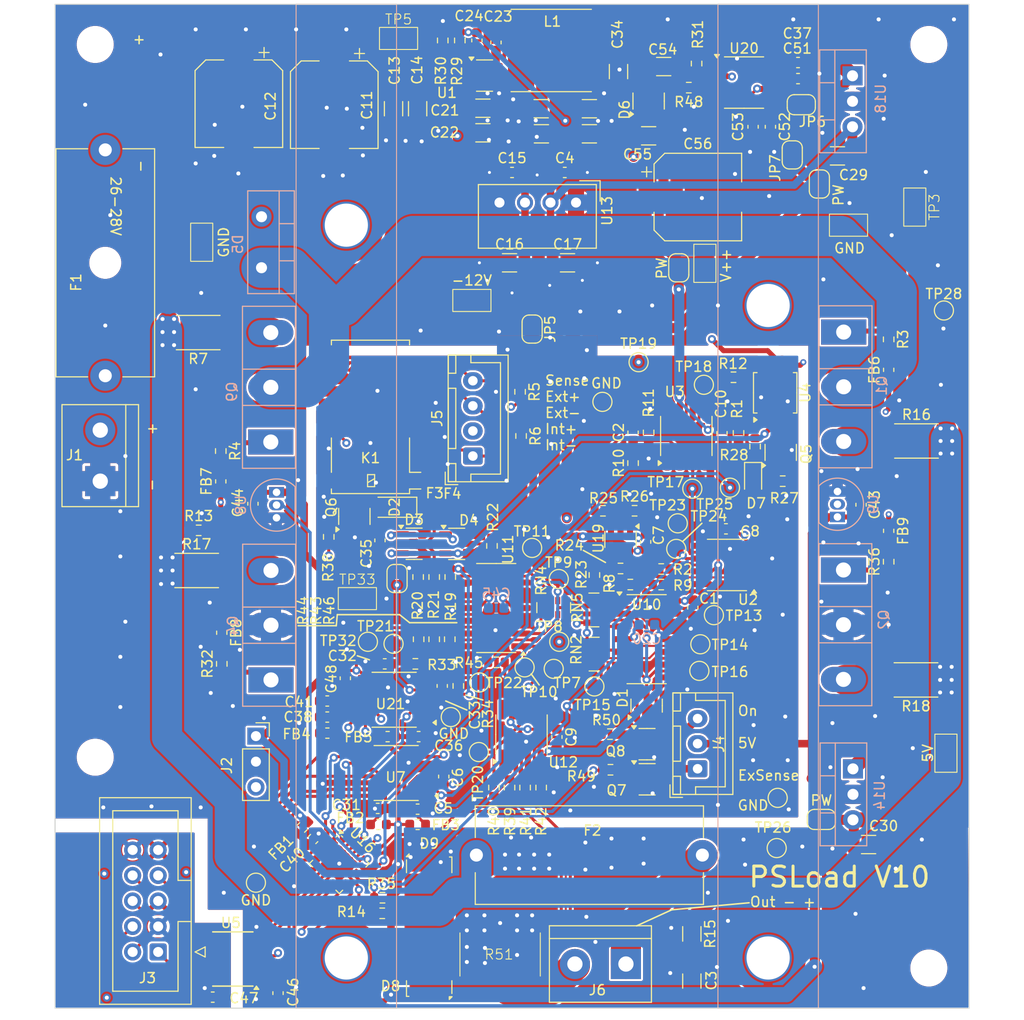
<source format=kicad_pcb>
(kicad_pcb (version 20240108) (generator "pcbnew") (generator_version "8.0")
  (layers (0 "F.Cu" signal) (1 "In1.Cu" signal) (2 "In2.Cu" signal) (31 "B.Cu" signal) (34 "B.Paste" user) (35 "F.Paste" user) (36 "B.SilkS" user "B.Silkscreen") (37 "F.SilkS" user "F.Silkscreen") (38 "B.Mask" user) (39 "F.Mask" user) (44 "Edge.Cuts" user))
  (net 0 "")
  (net 1 "Net-(U3--)")
  (net 2 "Net-(U10D--)")
  (net 3 "Net-(C2-Pad2)")
  (net 4 "Net-(U3-+)")
  (net 5 "GND")
  (net 6 "Net-(C3-Pad2)")
  (net 7 "+5V")
  (net 8 "Net-(Q1-G)")
  (net 9 "Net-(D3-K-Pad3)")
  (net 10 "Net-(D4-K-Pad3)")
  (net 11 "Net-(R8-Pad1)")
  (net 12 "Net-(R9-Pad2)")
  (net 13 "Net-(R12-Pad1)")
  (net 14 "Net-(RN2A-R1.2)")
  (net 15 "Net-(J1-Pin_2)")
  (net 16 "Net-(J6-Pin_1)")
  (net 17 "Net-(RN2A-R1.1)")
  (net 18 "Net-(RN2C-R3.1)")
  (net 19 "Net-(RN2D-R4.2)")
  (net 20 "+12V")
  (net 21 "ON")
  (net 22 "-12V")
  (net 23 "+36V")
  (net 27 "/buckConLDO/SW")
  (net 28 "Net-(U1-BST)")
  (net 29 "Net-(U21-AVDD)")
  (net 30 "DAC LDAC")
  (net 32 "DAC Reset")
  (net 33 "DAC Sync")
  (net 34 "SCK")
  (net 35 "MoSi")
  (net 36 "+VDC")
  (net 37 "Net-(D5-K)")
  (net 38 "Net-(Q1-S)")
  (net 39 "Net-(Q2-S)")
  (net 40 "Net-(Q4-S)")
  (net 41 "Net-(U1-FB)")
  (net 42 "Net-(FB6-Pad2)")
  (net 43 "Net-(D7-K)")
  (net 44 "Net-(D7-A)")
  (net 45 "Net-(Q5-C)")
  (net 46 "Net-(FB6-Pad1)")
  (net 47 "ON PhotoMos")
  (net 48 "/outHi")
  (net 49 "2,5Vref")
  (net 50 "DAC Enable")
  (net 51 "SDA")
  (net 52 "SCL")
  (net 53 "Tx")
  (net 54 "Rx")
  (net 55 "UPDI")
  (net 56 "Net-(R1-Pad2)")
  (net 57 "DataIn2")
  (net 58 "DataIn1")
  (net 59 "DataOut2")
  (net 60 "DataOut1")
  (net 61 "RESET")
  (net 62 "Net-(D2-A)")
  (net 63 "DRDY")
  (net 64 "GND1")
  (net 65 "/I+DACout")
  (net 66 "/VDACout")
  (net 67 "/I-DACout")
  (net 68 "Net-(R2-Pad2)")
  (net 69 "Net-(R2-Pad1)")
  (net 70 "Net-(U11C--)")
  (net 71 "Net-(U11C-+)")
  (net 72 "/outLOW")
  (net 73 "/V mes")
  (net 74 "/I mes")
  (net 75 "Net-(R39-Pad2)")
  (net 76 "Net-(RN5A-R1.1)")
  (net 77 "VCCQ")
  (net 78 "ISOTx")
  (net 79 "ISO DataIn2")
  (net 80 "ISORx")
  (net 81 "ISO DataOut1")
  (net 82 "ISO DataOut2")
  (net 83 "ISO DataIn1")
  (net 84 "Net-(F3-Pad2)")
  (net 85 "Net-(F4-Pad2)")
  (net 86 "Net-(Q6-B)")
  (net 87 "SensSW")
  (net 88 "/buckConLDO/+15V")
  (net 89 "Net-(FB7-Pad2)")
  (net 90 "Net-(U20-CV)")
  (net 91 "Net-(U20-THR)")
  (net 92 "Net-(C54-Pad2)")
  (net 93 "Net-(C54-Pad1)")
  (net 94 "Net-(U20-Q)")
  (net 95 "Net-(FB8-Pad2)")
  (net 96 "Net-(FB9-Pad2)")
  (net 98 "Net-(U19--)")
  (net 99 "Net-(U19-+)")
  (net 100 "Net-(U10A--)")
  (net 101 "Net-(U12--)")
  (net 102 "TempData#2")
  (net 103 "Net-(JP2-B)")
  (net 104 "Net-(R33-Pad2)")
  (net 105 "Net-(RN5A-R1.2)")
  (net 106 "Net-(U12-+)")
  (net 107 "Isink")
  (net 108 "Isource")
  (net 109 "Net-(Q7-B)")
  (net 110 "Net-(Q8-B)")
  (net 111 "Net-(R41-Pad2)")
  (net 112 "Net-(U11D-+)")
  (net 113 "Net-(U11D--)")
  (net 117 "Net-(RN4C-R3.1)")
  (net 122 "Net-(RN4A-R1.2)")
  (net 123 "Net-(RN4D-R4.1)")
  (net 124 "Net-(Q9-S)")
  (net 125 "/buckConLDO/-12V")
  (net 126 "/buckConLDO/12V")
  (net 127 "/buckConLDO/Vout 5V")
  (net 128 "/buckConLDO/..36V")
  (net 129 "/LED_SenseEx")
  (net 130 "/LED_ON")
  (net 131 "/IntSense+")
  (net 132 "/ExSense-")
  (net 133 "/IntSense-")
  (net 134 "/ExSense+")
  (net 135 "Net-(JP6-A)")
  (net 136 "Net-(U16-VCC)")
  (net 137 "Net-(U7-IOVDD)")
  (net 138 "Net-(U7-AVDD)")
  (net 139 "Net-(U21-DVDD)")
  (net 140 "TempData#1")
  (net 141 "Net-(Q2-G)")
  (net 142 "Net-(Q4-G)")
  (net 143 "Net-(Q9-G)")
  (footprint "Capacitor_SMD:C_0603_1608Metric" (layer "F.Cu") (at 176.25 99.85 90)
    (property "Reference" "C43")
    (property "Value" "100n")
  )
  (footprint "Library:SMD Test Point PCWCTE" (layer "F.Cu") (at 137.5 79.5)
    (property "Reference" "TP6" (hide yes))
    (property "Value" "-12V")
  )
  (footprint "Library:SMD Test Point PCWCTE" (layer "F.Cu") (at 130.2 53.4)
    (property "Reference" "TP5")
    (property "Value" "Vin")
  )
  (footprint "Resistor_SMD:R_0603_1608Metric" (layer "F.Cu") (at 128.575 140.55)
    (property "Reference" "R14")
    (property "Value" "5k")
  )
  (footprint "Capacitor_SMD:C_0603_1608Metric" (layer "F.Cu") (at 139.9 53.8 -90)
    (property "Reference" "C23")
    (property "Value" "100n")
  )
  (footprint "Library:SMD Test Point PCWCTE" (layer "F.Cu") (at 126.1 109.2)
    (property "Reference" "TP33")
    (property "Value" "GND")
  )
  (footprint "Package_TO_SOT_SMD:TO-277A" (layer "F.Cu") (at 133.25 138.1)
    (property "Reference" "D9")
    (property "Value" "SS10PH10")
  )
  (footprint "Resistor_SMD:R_0603_1608Metric" (layer "F.Cu") (at 156.35 107.8)
    (property "Reference" "R9")
    (property "Value" "4,99k")
  )
  (footprint "Package_SO:SOIC-8_3.9x4.9mm_P1.27mm" (layer "F.Cu") (at 158.85 93 90)
    (property "Reference" "U3")
    (property "Value" "ADA4522")
  )
  (footprint "Resistor_SMD:R_0603_1608Metric" (layer "F.Cu") (at 132.2 113.25 90)
    (property "Reference" "R44")
    (property "Value" "2k  0,05%")
  )
  (footprint "TestPoint:TestPoint_Pad_D1.5mm" (layer "F.Cu") (at 161.6 110.85)
    (property "Reference" "TP13")
    (property "Value" "intgin")
  )
  (footprint "Resistor_SMD:R_0603_1608Metric" (layer "F.Cu") (at 133.75 107.05 90)
    (property "Reference" "R21")
    (property "Value" "100k")
  )
  (footprint "Capacitor_SMD:C_0603_1608Metric" (layer "F.Cu") (at 165.5 62.2 -90)
    (property "Reference" "C53")
    (property "Value" "10n")
  )
  (footprint "Resistor_SMD:R_Array_Convex_4x0612" (layer "F.Cu") (at 145.65 110.1 90)
    (property "Reference" "RN4")
    (property "Value" "10k")
  )
  (footprint "Capacitor_SMD:C_0603_1608Metric" (layer "F.Cu") (at 145.965 122.985 -90)
    (property "Reference" "C9")
    (property "Value" "100n")
  )
  (footprint "Capacitor_SMD:CP_Elec_8x10.5" (layer "F.Cu") (at 123.8 60 -90)
    (property "Reference" "C11")
    (property "Value" "100u")
  )
  (footprint "Library:SMD Test Point PCWCTE" (layer "F.Cu") (at 110.6 73.7 90)
    (property "Reference" "TP1" (hide yes))
    (property "Value" "GND")
  )
  (footprint "Inductor_SMD:L_0603_1608Metric" (layer "F.Cu") (at 128.2 131.7 180)
    (property "Reference" "FB2")
    (property "Value" "1 kOhms @ 100 MHz")
  )
  (footprint "Resistor_SMD:R_0603_1608Metric" (layer "F.Cu") (at 164.05 92.7 90)
    (property "Reference" "R1")
    (property "Value" "3k")
  )
  (footprint "Resistor_SMD:R_0603_1608Metric" (layer "F.Cu") (at 163.55 87.15 180)
    (property "Reference" "R12")
    (property "Value" "22 more 51")
  )
  (footprint "MountingHole:MountingHole_4.3mm_M4_DIN965_Pad_TopOnly" (layer "F.Cu") (at 167 145)
    (property "Reference" "REF**" (hide yes))
    (property "Value" "MountingHole_4.3mm_M4_DIN965_Pad_TopOnly")
  )
  (footprint "Resistor_SMD:R_0603_1608Metric" (layer "F.Cu") (at 131.875 115.7)
    (property "Reference" "R33")
    (property "Value" "1k")
  )
  (footprint "Resistor_SMD:R_0603_1608Metric" (layer "F.Cu") (at 151.3 126.25)
    (property "Reference" "R49")
    (property "Value" "1k")
  )
  (footprint "Resistor_SMD:R_0603_1608Metric" (layer "F.Cu") (at 139.5 103.95 90)
    (property "Reference" "R22")
    (property "Value" "100k")
  )
  (footprint "Capacitor_SMD:CP_Elec_8x10.5" (layer "F.Cu") (at 160 69.2)
    (property "Reference" "C56")
    (property "Value" "100u")
  )
  (footprint "Package_SO:TSSOP-16_4.4x5mm_P0.65mm" (layer "F.Cu") (at 129.7625 119.275 180)
    (property "Reference" "U21")
    (property "Value" "ADS1219")
  )
  (footprint "MountingHole:MountingHole_4.3mm_M4_DIN965_Pad_TopOnly" (layer "F.Cu") (at 167 80)
    (property "Reference" "REF**" (hide yes))
    (property "Value" "MountingHole_4.3mm_M4_DIN965_Pad_TopOnly")
  )
  (footprint "Resistor_SMD:R_0603_1608Metric" (layer "F.Cu") (at 144.4 128.025 -90)
    (property "Reference" "R42")
    (property "Value" "10k  0,05%")
  )
  (footprint "TestPoint:TestPoint_Pad_D1.5mm" (layer "F.Cu") (at 145.65 116.2)
    (property "Reference" "TP7")
    (property "Value" "I-DAC")
  )
  (footprint "Resistor_SMD:R_0603_1608Metric" (layer "F.Cu") (at 135.3 113.25 -90)
    (property "Reference" "R46")
    (property "Value" "1k  0,05%")
  )
  (footprint "TestPoint:TestPoint_Pad_D1.5mm" (layer "F.Cu") (at 138.19 124.485)
    (property "Reference" "TP20")
    (property "Value" "Imes")
  )
  (footprint "Capacitor_SMD:C_0603_1608Metric" (layer "F.Cu") (at 159.5 110.1 90)
    (property "Reference" "C1")
    (property "Value" "1n")
  )
  (footprint "Capacitor_SMD:C_1206_3216Metric" (layer "F.Cu") (at 149.2 60.4)
    (property "Reference" "C25" (hide yes))
    (property "Value" "10u")
  )
  (footprint "Resistor_SMD:R_0603_1608Metric" (layer "F.Cu") (at 179 105.525 90)
    (property "Reference" "R36")
    (property "Value" "1k")
  )
  (footprint "Capacitor_SMD:C_0603_1608Metric" (layer "F.Cu") (at 169.975 57.4)
    (property "Reference" "C51")
    (property "Value" "100n")
  )
  (footprint "TestPoint:TestPoint_Pad_D1.5mm" (layer "F.Cu") (at 160.15 116.4)
    (property "Reference" "TP16")
    (property "Value" "##")
  )
  (footprint "Capacitor_SMD:C_0603_1608Metric" (layer "F.Cu") (at 138 53.6 -90)
    (property "Reference" "C24")
    (property "Value" "56p-100p")
  )
  (footprint "Inductor_SMD:L_0603_1608Metric" (layer "F.Cu") (at 129.1125 122.95 180)
    (property "Reference" "FB5")
    (property "Value" "1 kOhms @ 100 MHz")
  )
  (footprint "Library:SMD Test Point PCWCTE" (layer "F.Cu") (at 175 72)
    (property "Reference" "TP29" (hide yes))
    (property "Value" "GND")
  )
  (footprint "Resistor_SMD:R_0603_1608Metric" (layer "F.Cu") (at 159.1 58.3 180)
    (property "Reference" "R48")
    (property "Value" "22")
  )
  (footprint "TestPoint:TestPoint_Pad_D1.5mm" (layer "F.Cu") (at 150.5 89.6)
    (property "Reference" "TP27" (hide yes))
    (property "Value" "GND")
  )
  (footprint "Package_TO_SOT_SMD:TSOT-23-6" (layer "F.Cu") (at 138.7625 57.1)
    (property "Reference" "U1")
    (property "Value" "AP63200WU")
  )
  (footprint "Resistor_SMD:R_0603_1608Metric" (layer "F.Cu") (at 142.8 128.025 -90)
    (property "Reference" "R41")
    (property "Value" "1k  0,05%")
  )
  (footprint "Capacitor_SMD:C_0603_1608Metric" (layer "F.Cu") (at 162.4 92.7 -90)
    (property "Reference" "C10")
    (property "Value" "100n")
  )
  (footprint "Resistor_SMD:R_0603_1608Metric" (layer "F.Cu") (at 153.7 100.45)
    (property "Reference" "R26")
    (property "Value" "20k")
  )
  (footprint "Capacitor_SMD:C_1206_3216Metric" (layer "F.Cu") (at 138.6 60.35)
    (property "Reference" "C21")
    (property "Value" "10u")
  )
  (footprint "Resistor_SMD:R_0603_1608Metric" (layer "F.Cu") (at 165.7 94.05 -90)
    (property "Reference" "R28")
    (property "Value" "5k")
  )
  (footprint "Package_SO:TSSOP-16_4.4x5mm_P0.65mm" (layer "F.Cu") (at 129.9625 126.575 180)
    (property "Reference" "U7")
    (property "Value" "DAC8564C/D")
  )
  (footprint "Capacitor_SMD:C_0603_1608Metric" (layer "F.Cu") (at 111.7 148.9)
    (property "Reference" "C47")
    (property "Value" "100n")
  )
  (footprint "Capacitor_SMD:C_1206_3216Metric" (layer "F.Cu") (at 138.6 62.8)
    (property "Reference" "C22")
    (property "Value" "10u")
  )
  (footprint "TestPoint:TestPoint_Pad_D1.5mm" (layer "F.Cu") (at 149.7 117.95)
    (property "Reference" "TP15")
    (property "Value" "I-bal")
  )
  (footprint "Connector_JST:JST_XH_B3B-XH-A_1x03_P2.50mm_Vertical" (layer "F.Cu") (at 159.975 126.15 90)
    (property "Reference" "J4")
    (property "Value" "LEDs")
  )
  (footprint "Resistor_SMD:R_0603_1608Metric" (layer "F.Cu") (at 168.45 97.5)
    (property "Reference" "R27")
    (property "Value" "10k")
  )
  (footprint "Resistor_SMD:R_0603_1608Metric" (layer "F.Cu") (at 153.275 107.8)
    (property "Reference" "R8")
    (property "Value" "4,99k")
  )
  (footprint "TestPoint:TestPoint_Pad_D1.5mm" (layer "F.Cu") (at 142.75 116.05)
    (property "Reference" "TP10")
    (property "Value" "Vcontr")
  )
  (footprint "TestPoint:TestPoint_Pad_D1.5mm" (layer "F.Cu") (at 158 101.7)
    (property "Reference" "TP23")
    (property "Value" "off")
  )
  (footprint "Resistor_SMD:R_2512_6332Metric" (layer "F.Cu") (at 181.72 117.3 180)
    (property "Reference" "R18")
    (property "Value" "0.05")
  )
  (footprint "Package_TO_SOT_SMD:SOT-23-3" (layer "F.Cu") (at 155.1 59.6375 90)
    (property "Reference" "D6")
    (property "Value" "BAV99")
  )
  (footprint "Package_TO_SOT_SMD:SOT-23-3" (layer "F.Cu") (at 154.9375 123.7)
    (property "Reference" "Q8")
    (property "Value" "MMBT3904")
  )
  (footprint "Capacitor_SMD:C_0603_1608Metric" (layer "F.Cu") (at 162.8 102.25 180)
    (property "Reference" "C8")
    (property "Value" "100n")
  )
  (footprint "TestPoint:TestPoint_Pad_D1.5mm" (layer "F.Cu") (at 160.25 113.75)
    (property "Reference" "TP14")
    (property "Value" "I+bal")
  )
  (footprint "Jumper:SolderJumper-2_P1.3mm_Open_RoundedPad1.0x1.5mm" (layer "F.Cu") (at 172.1 67.9 -90)
    (property "Reference" "JP3" (hide yes))
    (property "Value" "PW")
  )
  (footprint "MountingHole:MountingHole_3.2mm_M3" (layer "F.Cu") (at 100 125)
    (property "Reference" "REF**" (hide yes))
    (property "Value" "MountingHole_3.2mm_M3")
  )
  (footprint "Capacitor_SMD:C_1206_3216Metric" (layer "F.Cu") (at 159.4 147.3 90)
    (property "Reference" "C3")
    (property "Value" "10u")
  )
  (footprint "Inductor_SMD:L_0603_1608Metric" (layer "F.Cu") (at 179 102.45 -90)
    (property "Reference" "FB9")
    (property "Value" "1 kOhms @ 100 MHz")
  )
  (footprint "Resistor_SMD:R_0603_1608Metric" (layer "F.Cu") (at 159.875 55.9 -90)
    (property "Reference" "R31")
    (property "Value" "5k")
  )
  (footprint "Fuse:Fuseholder_Cylinder-5x20mm_Schurter_0031_8201_Horizontal_Open" (layer "F.Cu") (at 101 87 90)
    (property "Reference" "F1")
    (property "Value" "Fuse")
  )
  (footprint "Capacitor_SMD:C_1206_3216Metric" (layer "F.Cu") (at 132.1 60.4 -90)
    (property "Reference" "C14")
    (property "Value" "100n")
  )
  (footprint "Inductor_SMD:L_0603_1608Metric" (layer "F.Cu") (at 179 86.4125 90)
    (property "Reference" "FB6")
    (property "Value" "1 kOhms @ 100 MHz")
  )
  (footprint "Inductor_SMD:L_0603_1608Metric" (layer "F.Cu") (at 120.6 132 -135)
    (property "Reference" "FB1")
    (property "Value" "1 kOhms @ 100 MHz")
  )
  (footprint "Inductor_SMD:L_0603_1608Metric" (layer "F.Cu") (at 123.1125 122.6 180)
    (property "Reference" "FB4")
    (property "Value" "1 kOhms @ 100 MHz")
  )
  (footprint "Resistor_SMD:R_0603_1608Metric" (layer "F.Cu") (at 110.3 102.4)
    (property "Reference" "R13")
    (property "Value" "5k")
  )
  (footprint "Resistor_SMD:R_2512_6332Metric" (layer "F.Cu") (at 181.77 93.5)
    (property "Reference" "R16")
    (property "Value" "0.05")
  )
  (footprint "TestPoint:TestPoint_Pad_D1.5mm" (layer "F.Cu") (at 159.45 98.25)
    (property "Reference" "TP17")
    (property "Value" "integ")
  )
  (footprint "Resistor_SMD:R_0603_1608Metric" (layer "F.Cu") (at 142.3 88.6 -90)
    (property "Reference" "R5")
    (property "Value" "1k")
  )
  (footprint "Capacitor_SMD:C_0603_1608Metric" (layer "F.Cu") (at 128.825 115.7 180)
    (property "Reference" "C32")
    (property "Value" "1u")
  )
  (footprint "Capacitor_SMD:C_1206_3216Metric" (layer "F.Cu") (at 147.025 75.75)
    (property "Reference" "C17")
    (property "Value" "10u")
  )
  (footprint "TestPoint:TestPoint_Pad_D1.5mm" (layer "F.Cu") (at 167.85 134.05)
    (property "Reference" "TP26")
    (property "Value" "GND")
  )
  (footprint "Capacitor_SMD:C_0603_1608Metric" (layer "F.Cu") (at 124.9 117.1375 -90)
    (property "Reference" "C48")
    (property "Value" "1u")
  )
  (footprint "Package_SO:SOIC-8_3.9x4.9mm_P1.27mm" (layer "F.Cu") (at 164.6 57.795)
    (property "Reference" "U20")
    (property "Value" "ICM7555xB")
  )
  (footprint "Capacitor_SMD:C_0603_1608Metric" (layer "F.Cu") (at 128.35 103.4 -90)
    (property "Reference" "C35")
    (property "Value" "100n")
  )
  (footprint "Capacitor_SMD:CP_Elec_8x10.5" (layer "F.Cu") (at 114.3 59.9 -90)
    (property "Reference" "C12")
    (property "Value" "100u")
  )
  (footprint "TestPoint:TestPoint_Pad_D1.5mm" (layer "F.Cu") (at 143.5 104.15)
    (property "Reference" "TP11")
    (property "Value" "I+contr")
  )
  (footprint "Inductor_SMD:L_0603_1608Metric" (layer "F.Cu") (at 112.6 112.6 -90)
    (property "Reference" "FB8")
    (property "Value" "1 kOhms @ 100 MHz")
  )
  (footprint "Resistor_SMD:R_0603_1608Metric" (layer "F.Cu") (at 133.75 113.25 -90)
    (property "Reference" "R43")
    (property "Value" "1k 0,05%")
  )
  (footprint "Resistor_SMD:R_0603_1608Metric" (layer "F.Cu") (at 142.4 93 -90)
    (property "Reference" "R6")
    (property "Value" "1k")
  )
  (footprint "TestPoint:TestPoint_Pad_D1.5mm" (layer "F.Cu") (at 167.95 129.05)
    (property "Reference" "TP31" (hide yes))
    (property "Value" "GND")
  )
  (footprint "Capacitor_SMD:C_0603_1608Metric" (layer "F.Cu") (at 132.1 130.175)
    (property "Reference" "C5")
    (property "Value" "1u")
  )
  (footprint "Capacitor_SMD:C_0603_1608Metric" (layer "F.Cu") (at 141.5 66.75)
    (property "Reference" "C15")
    (property "Value" "100n")
  )
  (footprint "Resistor_SMD:R_1206_3216Metric" (layer "F.Cu") (at 159.4 142.6 -90)
    (property "Reference" "R15")
    (property "Value" "0.47")
  )
  (footprint "Capacitor_SMD:C_0603_1608Metric" (layer "F.Cu") (at 146.75 66.75)
    (property "Reference" "C4")
    (property "Value" "100n")
  )
  (footprint "Package_SO:SSOP-16_3.9x4.9mm_P0.635mm" (layer "F.Cu") (at 113.7 145.1 180)
    (property "Reference" "U5")
    (property "Value" "ISO7763FDBQ")
  )
  (footprint "Inductor_SMD:L_0603_1608Metric" (layer "F.Cu") (at 132.1 131.7)
    (property "Reference" "FB3")
    (property "Value" "1 kOhms @ 100 MHz")
  )
  (footprint "Package_TO_SOT_SMD:SOT-23-3" (layer "F.Cu") (at 154.95 127.2)
    (property "Reference" "Q7")
    (property "Value" "MMBT3904")
  )
  (footprint "Capacitor_SMD:C_0603_1608Metric" (layer "F.Cu") (at 123.1 119.4 180)
    (property "Reference" "C41")
    (property "Value" "100n")
  )
  (footprint "Inductor_SMD:L_0603_1608Metric" (layer "F.Cu") (at 112.5 97.525 90)
    (property "Reference" "FB7")
    (property "Value" "1 kOhms @ 100 MHz")
  )
  (footprint "TestPoint:TestPoint_Pad_D1.5mm" (layer "F.Cu") (at 163.2 98.15)
    (property "Reference" "TP25")
    (property "Value" "on mos")
  )
  (footprint "Diode_SMD:D_SOD-323F" (layer "F.Cu") (at 165.5 97.25 -90)
    (property "Reference" "D7")
    (property "Value" "MM3Z 22V")
  )
  (footprint "Resistor_SMD:R_0603_1608Metric" (layer "F.Cu") (at 123.25 103.05 90)
    (property "Reference" "R38")
    (property "Value" "1k")
  )
  (footprint "Package_TO_SOT_SMD:TO-277A" (layer "F.Cu") (at 133.25 145.665 180)
    (property "Reference" "D8")
    (property "Value" "SS10PH10")
  )
  (footprint "Package_SO:SOIC-14_3.9x8.7mm_P1.27mm" (layer "F.Cu") (at 154.9 113.2425)
    (property "Reference" "U10")
    (property "Value" "OPA4189")
  )
  (footprint "Resistor_SMD:R_0603_1608Metric" (layer "F.Cu") (at 136.3 53.6 -90)
    (property "Reference" "R29")
    (property "Value" "200k")
  )
  (footprint "Resistor_SMD:R_0603_1608Metric" (layer "F.Cu") (at 141.25 128.025 -90)
    (property "Reference" "R39")
    (property "Value" "1k  0,05%")
  )
  (footprint "TestPoint:TestPoint_Pad_D1.5mm" (layer "F.Cu") (at 129.7 113.7)
    (property "Reference" "TP21")
    (property "Value" "IADC")
  )
  (footprint "Package_TO_SOT_SMD:SOT-23" (layer "F.Cu") (at 154.9 119.8625 90)
    (property "Reference" "D1")
    (property "Value" "BAV99LT1")
  )
  (footprint "Resistor_SMD:R_0603_1608Metric" (layer "F.Cu") (at 156.35 106.25)
    (property "Reference" "R2")
    (property "Value" "4,99k")
  )
  (footprint "Capacitor_SMD:C_0603_1608Metric" (layer "F.Cu") (at 128.125 130.1 180)
    (property "Reference" "C31")
    (property "Value" "100n")
  )
  (footprint "TestPoint:TestPoint_Pad_D1.5mm" (layer "F.Cu") (at 160.6 87.9 90)
    (property "Reference" "TP18")
    (property "Value" "HVamp")
  )
  (footprint "Inductor_SMD:L_Taiyo-Yuden_NR-80xx" (layer "F.Cu") (at 145.4 54.6)
    (property "Reference" "L1")
    (property "Value" "10u")
  )
  (footprint "Resistor_SMD:R_0603_1608Metric" (layer "F.Cu") (at 149.7 106.85 -90)
    (property "Reference" "R23")
    (property "Value" "100k")
  )
  (footprint "Connector_PinSocket_2.54mm:PinSocket_1x03_P2.54mm_Vertical" (layer "F.Cu") (at 116 122.9)
    (property "Reference" "J2")
    (property "Value" "Conn_01x03_Pin")
  )
  (footprint "Jumper:SolderJumper-2_P1.3mm_Bridged2Bar_RoundedPad1.0x1.5mm" (layer "F.Cu") (at 130.05 107.2 -90)
    (property "Reference" "JP2" (hide yes))
    (property "Value" "BR")
  )
  (footprint "Fuse:Fuse_0402_1005Metric" (layer "F.Cu") (at 133.75 100.35 90)
    (property "Reference" "F3")
    (property "Value" "50mA")
  )
  (footprint "Package_DFN_QFN:QFN-24-1EP_4x4mm_P0.5mm_EP2.6x2.6mm" (layer "F.Cu") (at 124.3 135.6 -45)
    (property "Reference" "U16")
    (property "Value" "ATtiny3227-M")
  )
  (footprint "TestPoint:TestPoint_Pad_D1.5mm" (layer "F.Cu") (at 157.85 104.25)
    (property "Reference" "TP24")
    (property "Value" "on")
  )
  (footprint "Resistor_SMD:R_0603_1608Metric" (layer "F.Cu") (at 139.95 115.55 180)
    (property "Reference" "R45")
    (property "Value" "2k  0,05%")
  )
  (footprint "Capacitor_SMD:C_0603_1608Metric" (layer "F.Cu") (at 134.55 117.9 -90)
    (property "Reference" "C33")
    (property "Value" "1u")
  )
  (footprint "Package_SO:SOP-4_3.8x4.1mm_P2.54mm" (layer "F.Cu") (at 167.7 88.7 90)
    (property "Reference" "U4")
    (property "Value" "CPC1017N")
  )
  (footprint "TestPoint:TestPoint_Pad_D1.5mm" (layer "F.Cu") (at 135.4 121)
    (property "Reference" "TP30" (hide yes))
    (property "Value" "GND")
  )
  (footprint "Capacitor_SMD:C_0603_1608Metric" (layer "F.Cu") (at 118.2 148.5 90)
    (property "Reference" "C46")
    (property "Value" "100n")
  )
  (footprint "MountingHole:MountingHole_3.2mm_M3" (layer "F.Cu") (at 183 54)
    (property "Reference" "REF**" (hide yes))
    (property "Value" "MountingHole_3.2mm_M3")
  )
  (footprint "Relay_SMD:Relay_DPDT_Kemet_EE2_NU" (layer "F.Cu") (at 127.405 91.1 180)
    (property "Reference" "K1")
    (property "Value" "EE2-5NU")
  )
  (footprint "Package_TO_SOT_SMD:SOT-23-3" (layer "F.Cu") (at 125.8 101.0125 90)
    (property "Reference" "Q6")
    (property "Value" "MMBT3904")
  )
  (footprint "Diode_SMD:D_SOD-123F" (layer "F.Cu") (at 129.805 100.1 180)
    (property "Reference" "D2")
    (property "Value" "1N4007")
  )
  (footprint "Resistor_SMD:R_0603_1608Metric" (layer "F.Cu") (at 136.15 117.9 -90)
    (property "Reference" "R34")
    (property "Value" "1k")
  )
  (footprint "Capacitor_SMD:C_1206_3216Metric" (layer "F.Cu") (at 141.25 75.75)
    (property "Reference" "C16")
    (property "Value" "10u")
  )
  (footprint "Package_TO_SOT_SMD:SOT-23-3" (layer "F.Cu") (at 135.9875 103.75)
    (property "Reference" "D4")
    (property "Value" "BAV99LT1")
  )
  (footprint "Capacitor_SMD:C_1206_3216Metric" (layer "F.Cu") (at 177 133.7)
    (property "Reference" "C30")
    (property "Value" "10u")
  )
  (footprint "Fuse:Fuseholder_Cylinder-5x20mm_Schurter_0031_8201_Horizontal_Open" (layer "F.Cu") (at 137.95 134.75)
    (property "Reference" "F2")
    (property "Value" "Fuse")
  )
  (footprint "Library:SMD Test Point PCWCTE" (layer "F.Cu") (at 160.7 75.8 90)
    (property "Reference" "TP4" (hide yes))
    (property "Value" "V++")
  )
  (footprint "Resistor_SMD:R_0603_1608Metric" (layer "F.Cu") (at 152.3 106.2 180)
    (property "Reference" "R24")
    (property "Value" "100k")
  )
  (footprint "TestPoint:TestPoint_Pad_D1.5mm" (layer "F.Cu") (at 146.15 107.25)
    (property "Reference" "TP9")
    (property "Value" "VDAC")
  )
  (footprint "Capacitor_SMD:C_0603_1608Metric" (layer "F.Cu") (at 134.7 126.925 90)
    (property "Reference" "C6")
    (property "Value" "1u")
  )
  (footprint "Resistor_SMD:R_Array_Convex_4x0612" (layer "F.Cu") (at 149.675 114.73 180)
    (property "Reference" "RN2")
    (property "Value" "10k")
  )
  (footprint "TerminalBlock:TerminalBlock_bornier-2_P5.08mm" (layer "F.Cu") (at 100.5 97.5 90)
    (property "Reference" "J1")
    (property "Value" "Supply")
  )
  (footprint "Package_TO_SOT_SMD:SOT-23-5" (layer "F.Cu") (at 152.3 103.3 -90)
    (property "Reference" "U19")
    (property "Value" "TLV9301xDBV")
  )
  (footprint "TestPoint:TestPoint_Pad_D1.5mm" (layer "F.Cu") (at 138.25 117.55)
    (property "Reference" "TP22")
    (property "Value" "Vmes")
  )
  (footprint "Jumper:SolderJumper-2_P1.3mm_Bridged2Bar_RoundedPad1.0x1.5mm" (layer "F.Cu") (at 169.4 65 90)
    (property "Reference" "JP7")
    (property "Value" "##")
  )
  (footprint "Jumper:SolderJumper-2_P1.3mm_Open_RoundedPad1.0x1.5mm" (layer "F.Cu") (at 158.1 76.25 -90)
    (property "Reference" "JP4" (hide yes))
    (property "Value" "PW")
  )
  (footprint "TestPoint:TestPoint_Pad_D1.5mm" (layer "F.Cu") (at 146.2 113.5)
    (property "Reference" "TP8")
    (property "Value" "I+DAC")
  )
  (footprint "Resistor_SMD:R_0603_1608Metric" (layer "F.Cu") (at 135.35 107.05 -90)
    (property "Reference" "R19")
    (property "Value" "10k 0,1%")
  )
  (footprint "Connector_IDC:IDC-Header_2x05_P2.54mm_Vertical" (layer "F.Cu") (at 106.265 144.4 180)
    (property "Reference" "J3")
    (property "Value" "Conn_02x05_Odd_Even")
  )
  (footprint "MountingHole:MountingHole_3.2mm_M3" (layer "F.Cu") (at 183 146)
    (property "Reference" "REF**" (hide yes))
    (property "Value" "MountingHole_3.2mm_M3")
  )
  (footprint "Resistor_SMD:R_Array_Convex_4x0612" (layer "F.Cu") (at 149.65 110.33 180)
    (property "Reference" "RN5")
    (property "Value" "10k")
  )
  (footprint "Capacitor_SMD:C_0603_1608Metric" (layer "F.Cu") (at 123.1 121 180)
    (property "Reference" "C38")
    (property "Value" "1u")
  )
  (footprint "Capacitor_SMD:C_0603_1608Metric" (layer "F.Cu") (at 115.7 99.75 -90)
    (property "Reference" "C44")
    (property "Value" "100n")
  )
  (footprint "Package_TO_SOT_SMD:SOT-23-3" (layer "F.Cu") (at 168.25 94.6375 90)
    (property "Reference" "Q5")
    (property "Value" "MMBT3904")
  )
  (footprint "Capacitor_SMD:C_1206_3216Metric" (layer "F.Cu") (at 129.7 60.4 -90)
    (property "Reference" "C13")
    (property "Value" "10u")
  )
  (footprint "Resistor_SMD:R_2512_6332Metric" (layer "F.Cu") (at 110.1 106.4)
    (property "Reference" "R17")
    (property "Value" "0.05")
  )
  (footprint "Resistor_SMD:R_0603_1608Metric" (layer "F.Cu") (at 150.55 100.45 180)
    (property "Reference" "R25")
    (property "Value" "380k")
  )
  (footprint "Library:SMD Test Point PCWCTE" (layer "F.Cu") (at 184.7 124.6 90)
    (property "Reference" "TP2" (hide yes))
    (property "Value" "5V")
  )
  (footprint "Capacitor_SMD:C_0603_1608Metric" (layer "F.Cu") (at 153.55 92.65 90)
    (property "Reference" "C2")
    (property "Value" "10p")
  )
  (footprint "Package_TO_SOT_SMD:SOT-23-3" (layer "F.Cu") (at 131.75 103.7375)
    (property "Reference" "D3")
    (property "Value" "BAV99LT1")
  )
  (footprint "MountingHole:MountingHole_3.2mm_M3" (layer "F.Cu") (at 100 54)
    (property "Reference" "REF**" (hide yes))
    (property "Value" "MountingHole_3.2mm_M3")
  )
  (footprint "Resistor_SMD:R_0603_1608Metric" (layer "F.Cu") (at 151.25 122.7)
    (property "Reference" "R50")
    (property "Value" "1k")
  )
  (footprint "Converter_DCDC:Converter_DCDC_TRACO_TME_03xxS_05xxS_12xxS_Single_THT" (layer "F.Cu") (at 147.87 69.75 -90)
    (property "Reference" "U13")
    (property "Value" "TME-1212S")
  )
  (footprint "Capacitor_SMD:C_1206_3216Metric" (layer "F.Cu") (at 155.1 63.1 180)
    (property "Reference" "C55")
    (property "Value" "1u")
  )
  (footprint "TerminalBlock:TerminalBlock_bornier-2_P5.08mm" (layer "F.Cu") (at 152.84 145.6 180)
    (property "Reference" "J6")
    (property "Value" "Output")
  )
  (footprint "Capacitor_SMD:C_1206_3216Metric" (layer "F.Cu") (at 156.6 56.2 180)
    (property "Reference" "C54")
    (property "Value" "1u")
  )
  (footprint "Package_SO:SOIC-8_3.9x4.9mm_P1.27mm" (layer "F.Cu") (at 142.44 122.735 90)
    (property "Reference" "U12")
    (property "Value" "OPA189")
  )
  (footprint "Capacitor_SMD:C_1206_3216Metric" (layer "F.Cu") (at 149.2 62.9)
    (property "Reference" "C26" (hide yes))
    (property "Value" "10u")
  )
  (footprint "Jumper:SolderJumper-2_P1.3mm_Open_RoundedPad1.0x1.5mm" (layer "F.Cu") (at 170.3 60)
    (property "Reference" "JP6")
    (property "Value" "##")
  )
  (footprint "Resistor_SMD:R_2512_6332Metric" (layer "F.Cu") (at 110.25 82.7 180)
    (property "Reference" "R7")
    (property "Value" "0.05")
  )
  (footprint "Resistor_SMD:R_0603_1608Metric" (layer "F.Cu") (at 139.7 128.025 -90)
    (property "Reference" "R40")
    (property "Value" "10k  0,05%")
  )
  (footprint "Resistor_SMD:R_0603_1608Metric" (layer "F.Cu") (at 153.55 95.7 90)
    (property "Reference" "R10")
    (property "Value" "10k")
  )
  (footprint "Resistor_SMD:R_0603_1608Metric" (layer "F.Cu") (at 134.6 53.6 90)
    (property "Reference" "R30")
    (property "Value" "12k")
  )
  (footprint "Jumper:SolderJumper-2_P1.3mm_Open_RoundedPad1.0x1.5mm" (layer "F.Cu") (at 143.5 82.35 -90)
    (property "Reference" "JP5")
    (property "Value" "PW")
  )
  (footprint "Capacitor_SMD:C_0603_1608Metric" (layer "F.Cu") (at 167.225 62.2 -90)
    (property "Reference" "C52")
    (property "Value" "10n")
  )
  (footprint "Resistor_SMD:R_0603_1608Metric" (layer "F.Cu") (at 112.6 115.7 90)
    (property "Reference" "R32")
    (property "Value" "1k")
  )
  (footprint "Resistor_SMD:R_0603_1608Metric" (layer "F.Cu") (at 155.1 92.65 -90)
    (property "Reference" "R11")
    (property "Value" "40.2k")
  )
  (footprint "TestPoint:TestPoint_Pad_D1.5mm" (layer "F.Cu") (at 184.5 80.5)
    (property "Reference" "TP28")
    (property "Value" "GND")
  )
  (footprint "Capacitor_SMD:C_1206_3216Metric" (layer "F.Cu") (at 173.9 65.1 180)
    (property "Reference" "C29")
    (property "Value" "10u")
  )
  (footprint "Resistor_SMD:R_0603_1608Metric" (layer "F.Cu") (at 132.15 107.05 90)
    (property "Reference" "R20")
    (property "Value" "10k 0,1%")
  )
  (footprint "Capacitor_SMD:C_1206_3216Metric" (layer "F.Cu") (at 152.1 56.7 90)
    (property "Reference" "C34")
    (property "Value" "1u")
  )
  (footprint "Package_SO:SOIC-8_3.9x4.9mm_P1.27mm" (layer "F.Cu") (at 162.9 105.85 180)
    (property "Reference" "U2")
    (property "Value" "DG469")
  )
  (footprint "Resistor_SMD:R_0603_1608Metric" (layer "F.Cu") (at 179 83.375 -90)
    (property "Reference" "R3")
    (property "Value" "1k")
  )
  (footprint "MountingHole:MountingHole_4.3mm_M4_DIN965_Pad_TopOnly" (layer "F.Cu") (at 125 72)
    (property "Reference" "REF**" (hide yes))
    (property "Value" "MountingHole_4.3mm_M4_DIN965_Pad_TopOnly")
  )
  (footprint "Capacitor_SMD:C_0603_1608Metric" (layer "F.Cu") (at 121.7 133.15 45)
    (property "Reference" "C40")
    (property "Value" "100n")
  )
  (footprint "Connector_JST:JST_XH_B4B-XH-A_1x04_P2.50mm_Vertical" (layer "F.Cu") (at 137.6 95 90)
    (property "Reference" "J5")
    (property "Value" "Sense")
  )
  (footprint "Capacitor_SMD:C_0603_1608Metric" (layer "F.Cu") (at 132.2 122.95)
    (property "Reference" "C36")
    (property "Value" "100n")
  )
  (footprint "Fuse:Fuse_0402_1005Metric" (layer "F.Cu") (at 135.4 100.35 90)
    (property "Reference" "F4")
    (property "Value" "50mA")
  )
  (footprint "Capacitor_SMD:C_1206_3216Metric" (layer "F.Cu") (at 144.4 60.4 180)
    (property "Reference" "C28" (hide yes))
    (property "Value" "10u")
  )
  (footprint "Resistor_SMD:R_0603_1608Metric" (layer "F.Cu") (at 128.6 139)
    (property "Reference" "R35")
    (property "Value" "5k")
  )
  (footprint "Library:SMD Test Point PCWCTE" (layer "F.Cu") (at 181.6 70.2 90)
    (property "Reference" "TP3")
    (property "Value" "+12V")
  )
  (footprint "TestPoint:TestPoint_Pad_D1.5mm" (layer "F.Cu") (at 154.1 85.65)
    (property "Reference" "TP19")
    (property "Value" "Gate")
  )
  (footprint "Resistor_SMD:R_0603_1608Metric" (layer "F.Cu") (at 112.5 94.5 -90)
    (property "Reference" "R4")
    (property "Value" "1k")
  )
  (footprint "Library:R 2728 4Wire" (layer "F.Cu") (at 140.3125 144.65 90)
    (property "Reference" "R51")
    (property "Value" "0.05")
  )
  (footprint "Package_SO:SOIC-14_3.9x8.7mm_P1.27mm" (layer "F.Cu") (at 139.925 110.14 180)
    (property "Reference" "U11")
    (property "Value" "OPA4189")
  )
  (footprint "Capacitor_SMD:C_1206_3216Metric" (layer "F.Cu") (at 144.425 62.9 180)
    (property "Reference" "C27" (hide yes))
    (property "Value" "10u")
  )
  (footprint "Capacitor_SMD:C_0603_1608Metric" (layer "F.Cu") (at 154.8 103.55 90)
    (property "Reference" "C7")
    (property "Value" "100n")
  )
  (footprint "MountingHole:MountingHole_4.3mm_M4_DIN965_Pad_TopOnly" (layer "F.Cu") (at 125 145)
    (property "Reference" "REF**" (hide yes))
    (property "Value" "MountingHole_4.3mm_M4_DIN965_Pad_TopOnly")
  )
  (footprint "TestPoint:TestPoint_Pad_D1.5mm" (layer "F.Cu") (at 116 137.5)
    (property "Reference" "TP12" (hide yes))
    (property "Value" "GND")
  )
  (footprint "Jumper:SolderJumper-2_P1.3mm_Open_RoundedPad1.0x1.5mm" (layer "F.Cu") (at 172.3 131.2 180)
    (property "Reference" "JP1" (hide yes))
    (property "Value" "PW")
  )
  (footprint "Capacitor_SMD:C_0603_1608Metric" (layer "F.Cu") (at 169.975 55.8)
    (property "Reference" "C37")
    (property "Value" "100n")
  )
  (footprint "TestPoint:TestPoint_Pad_D1.5mm" (layer "F.Cu") (at 127.15 113.5)
    (property "Reference" "TP32")
    (property "Value" "Vref")
  )
  (footprint "Package_TO_SOT_THT:TO-247-3_Vertical" (layer "B.Cu") (at 174.52 82.65 -90)
    (property "Reference" "Q1")
    (property "Value" "IRFP240")
  )
  (footprint "Package_TO_SOT_THT:TO-220-2_Vertical" (layer "B.Cu") (at 116.555 76.24 90)
    (property "Reference" "D5")
    (property "Value" "MBR10100")
  )
  (footprint "Package_TO_SOT_THT:TO-247-3_Vertical" (layer "B.Cu") (at 117.48 93.6 90)
    (property "Reference" "Q9")
    (property "Value" "IRFP240")
  )
  (footprint "Package_TO_SOT_THT:TO-92_Inline" (layer "B.Cu") (at 173.9 101.07 90)
    (property "Reference" "U9")
    (property "Value" "MCP9700Ax-ETT")
  )
  (footprint "Library:ebayHeatsink" (layer "B.Cu") (at 125 100 180)
    (property "Reference" "REF**" (hide yes))
    (property "Value" "ebayHeatsink")
  )
  (footprint "Package_TO_SOT_THT:TO-247-3_Vertical" (layer "B.Cu") (at 117.5 117.3 90)
    (property "Reference" "Q4")
    (property "Value" "IRFP9240")
  )
  (footprint "Capacitor_SMD:C_0603_1608Metric" (layer "B.Cu") (at 154.925 111.8)
    (property "Reference" "C20")
    (property "Value" "100n")
  )
  (footprint "Capacitor_SMD:C_0603_1608Metric" (layer "B.Cu") (at 139.925 110.14 180)
    (property "Reference" "C45")
    (property "Value" "100n")
  )
  (footprint "Package_TO_SOT_THT:TO-220-3_Vertical" (layer "B.Cu") (at 175.445 126.16 -90)
    (property "Reference" "U14")
    (property "Value" "LM7805_TO220")
  )
  (footprint "Package_TO_SOT_THT:TO-220-3_Vertical" (layer "B.Cu") (at 175.4 57.12 -90)
    (property "Reference" "U18")
    (property "Value" "LM7812_TO220")
  )
  (footprint "Package_TO_SOT_THT:TO-92_Inline" (layer "B.Cu") (at 118.05 98.61 -90)
    (property "Reference" "U8")
    (property "Value" "MCP9700Ax-ETT")
  )
  (footprint "Library:ebayHeatsink" (layer "B.Cu") (at 167 100 180)
    (property "Reference" "REF**" (hide yes))
    (property "Value" "ebayHeatsink")
  )
  (footprint "Package_TO_SOT_THT:TO-247-3_Vertical" (layer "B.Cu") (at 174.5 106.35 -90)
    (property "Reference" "Q2")
    (property "Value" "IRFP9240")
  )
  (gr_line (start 144.2 117.8) (end 143.4 116.7) (stroke (width 0.15)) (layer "F.SilkS"))
  (gr_line (start 134.9 119.4) (end 137 120.3) (stroke (width 0.15)) (layer "F.SilkS"))
  (gr_line (start 124 111.9) (end 124.1 110.8) (stroke (width 0.15)) (layer "F.SilkS"))
  (gr_line (start 131.3 111.6) (end 136 111.6) (stroke (width 0.15)) (layer "F.SilkS"))
  (gr_line (start 126.1 114.9) (end 127.3 115.3) (stroke (width 0.15)) (layer "F.SilkS"))
  (gr_line (start 160.4 101.7) (end 158.5 103.5) (stroke (width 0.15)) (layer "F.SilkS"))
  (gr_line (start 148.6 104.4) (end 150.8 105.6) (stroke (width 0.15)) (layer "F.SilkS"))
  (gr_line (start 130.3 110.8) (end 131.3 111.6) (stroke (width 0.15)) (layer "F.SilkS"))
  (gr_line (start 165.1 139.5) (end 157.4 140.2) (stroke (width 0.15)) (layer "F.SilkS"))
  (gr_line (start 157.4 140.2) (end 153.9 141.8) (stroke (width 0.15)) (layer "F.SilkS"))
  (gr_line (start 136.9 118.8) (end 138.6 119.3) (stroke (width 0.15)) (layer "F.SilkS"))
  (gr_line (start 120.2 111.9) (end 124 111.9) (stroke (width 0.15)) (layer "F.SilkS"))
  (gr_line (start 124.1 110.8) (end 130.3 110.8) (stroke (width 0.15)) (layer "F.SilkS"))
  (gr_rect (start 96 50) (end 187 150) (stroke (width 0.1)) (fill none) (layer "Edge.Cuts"))
  (gr_text "Sense\nExt+\nExt-\nInt+\nInt-" (at 144.7 94.5 0) (layer "F.SilkS") (effects (font (size 1 1)) (justify left bottom)))
  (gr_text "PSLoad V10" (at 164.9 138.1 0) (layer "F.SilkS") (effects (font (size 2 2) (thickness 0.3)) (justify left bottom)))
  (gr_text "-" (at 105.05 66.85 90) (layer "F.SilkS") (effects (font (size 1 1)) (justify left bottom)))
  (gr_text "-" (at 106.2 98.6 90) (layer "F.SilkS") (effects (font (size 1 1)) (justify left bottom)))
  (gr_text "26-28V" (at 101.45 67.05 -90) (layer "F.SilkS") (effects (font (size 1 1)) (justify left bottom)))
  (gr_text "+" (at 105 92.8 0) (layer "F.SilkS") (effects (font (size 1 1)) (justify left bottom)))
  (gr_text "+" (at 103.65 54.05 0) (layer "F.SilkS") (effects (font (size 1 1)) (justify left bottom)))
  (gr_text "On\n\n5V\n\nExSense\n" (at 163.9 127.4 0) (layer "F.SilkS") (effects (font (size 1 1)) (justify left bottom)))
  (gr_text "Out - +" (at 165.1 140 0) (layer "F.SilkS") (effects (font (size 1 1)) (justify left bottom)))
  (segment (start 155.05 93.425) (end 155.1 93.475) (width 0.3) (layer "F.Cu") (net 1))
  (segment (start 157.189999 93.475) (end 158.215 94.500001) (width 0.3) (layer "F.Cu") (net 1))
  (segment (start 153.55 93.425) (end 155.05 93.425) (width 0.3) (layer "F.Cu") (net 1))
  (segment (start 158.215 94.500001) (end 158.215 95.475) (width 0.3) (layer "F.Cu") (net 1))
  (segment (start 153.55 94.875) (end 153.55 93.425) (width 0.3) (layer "F.Cu") (net 1))
  (segment (start 155.1 93.475) (end 157.189999 93.475) (width 0.3) (layer "F.Cu") (net 1))
  (segment (start 165.375 107.755) (end 162.28 110.85) (width 0.3) (layer "F.Cu") (net 2))
  (segment (start 161.575 110.875) (end 161.6 110.85) (width 0.3) (layer "F.Cu") (net 2))
  (segment (start 157.375 110.7025) (end 159.3275 110.7025) (width 0.3) (layer "F.Cu") (net 2))
  (segment (start 162.28 110.85) (end 161.6 110.85) (width 0.3) (layer "F.Cu") (net 2))
  (segment (start 159.3275 110.7025) (end 159.5 110.875) (width 0.3) (layer "F.Cu") (net 2))
  (segment (start 159.5 110.875) (end 161.575 110.875) (width 0.3) (layer "F.Cu") (net 2))
  (segment (start 155.1 91.825) (end 153.6 91.825) (width 0.3) (layer "F.Cu") (net 3))
  (segment (start 158.95 91.85) (end 159.485 91.315) (width 0.3) (layer "F.Cu") (net 3))
  (segment (start 155.1 91.825) (end 155.125 91.85) (width 0.3) (layer "F.Cu") (net 3))
  (segment (start 149.725 95.7) (end 149.725 100.65) (width 0.3) (layer "F.Cu") (net 3))
  (segment (start 159.485 90.525) (end 159.485 89.015) (width 0.3) (layer "F.Cu") (net 3))
  (segment (start 153.55 91.875) (end 149.725 95.7) (width 0.3) (layer "F.Cu") (net 3))
  (segment (start 162.725 87.15) (end 161.35 87.15) (width 0.3) (layer "F.Cu") (net 3))
  (segment (start 161.35 87.15) (end 160.6 87.9) (width 0.3) (layer "F.Cu") (net 3))
  (segment (start 153.6 91.825) (end 153.55 91.875) (width 0.3) (layer "F.Cu") (net 3))
  (segment (start 159.485 89.015) (end 160.6 87.9) (width 0.3) (layer "F.Cu") (net 3))
  (segment (start 159.485 91.315) (end 159.485 90.525) (width 0.3) (layer "F.Cu") (net 3))
  (segment (start 155.125 91.85) (end 158.95 91.85) (width 0.3) (layer "F.Cu") (net 3))
  (segment (start 159.485 98.215) (end 159.45 98.25) (width 0.3) (layer "F.Cu") (net 4))
  (segment (start 159.3925 109.4325) (end 159.5 109.325) (width 0.3) (layer "F.Cu") (net 4))
  (segment (start 157.375 109.4325) (end 158.7 109.4325) (width 0.3) (layer "F.Cu") (net 4))
  (segment (start 159.485 95.475) (end 159.485 98.215) (width 0.3) (layer "F.Cu") (net 4))
  (segment (start 158.7 109.4325) (end 159.3925 109.4325) (width 0.3) (layer "F.Cu") (net 4))
  (via (at 159.45 98.25) (size 0.8) (drill 0.4) (layers "F.Cu" "B.Cu") (net 4))
  (via (at 158.7 109.4325) (size 0.8) (drill 0.4) (layers "F.Cu" "B.Cu") (net 4))
  (segment (start 158.7 109.4325) (end 159.45 108.6825) (width 0.3) (layer "B.Cu") (net 4))
  (segment (start 159.45 108.6825) (end 159.45 98.25) (width 0.3) (layer "B.Cu") (net 4))
  (segment (start 134.6 126.25) (end 134.7 126.15) (width 0.3) (layer "F.Cu") (net 5))
  (via (at 177.65 120.9) (size 0.8) (drill 0.4) (layers "F.Cu" "B.Cu") (net 5))
  (via (at 145.2 134.7) (size 0.8) (drill 0.4) (layers "F.Cu" "B.Cu") (net 5))
  (via (at 150 75.75) (size 0.6) (drill 0.3) (layers "F.Cu" "B.Cu") (net 5))
  (via (at 152.2 80.6) (size 0.8) (drill 0.4) (layers "F.Cu" "B.Cu") (net 5))
  (via (at 185.5 51.5) (size 0.8) (drill 0.4) (layers "F.Cu" "B.Cu") (net 5))
  (via (at 141.1625 63.6625) (size 0.8) (drill 0.4) (layers "F.Cu" "B.Cu") (net 5))
  (via (at 158.95 118.25) (size 0.8) (drill 0.4) (layers "F.Cu" "B.Cu") (net 5))
  (via (at 124.3 135.6) (size 0.8) (drill 0.4) (layers "F.Cu" "B.Cu") (net 5))
  (via (at 164.7 135.7) (size 0.8) (drill 0.4) (layers "F.Cu" "B.Cu") (net 5))
  (via (at 145.4 93.8) (size 0.8) (drill 0.4) (layers "F.Cu" "B.Cu") (net 5))
  (via (at 130.9 63.6) (size 0.8) (drill 0.4) (layers "F.Cu" "B.Cu") (net 5))
  (via (at 148.3 80.6) (size 0.8) (drill 0.4) (layers "F.Cu" "B.Cu") (net 5))
  (via (at 160.4 69.3) (size 0.8) (drill 0.4) (layers "F.Cu" "B.Cu") (net 5))
  (via (at 149 66.75) (size 0.6) (drill 0.3) (layers "F.Cu" "B.Cu") (net 5))
  (via (at 153.2 98.8) (size 0.8) (drill 0.4) (layers "F.Cu" "B.Cu") (net 5))
  (via (at 116 149.1) (size 0.8) (drill 0.4) (layers "F.Cu" "B.Cu") (net 5))
  (via (at 141.4 133) (size 0.8) (drill 0.4) (layers "F.Cu" "B.Cu") (net 5))
  (via (at 102.5 100.5) (size 0.8) (drill 0.4) (layers "F.Cu" "B.Cu") (net 5))
  (via (at 148.8 133.5) (size 0.8) (drill 0.4) (layers "F.Cu" "B.Cu") (net 5))
  (via (at 182.3 133.2) (size 0.8) (drill 0.4) (layers "F.Cu" "B.Cu") (net 5))
  (via (at 148.5 98.3) (size 0.8) (drill 0.4) (layers "F.Cu" "B.Cu") (net 5))
  (via (at 142.2 134.7) (size 0.8) (drill 0.4) (layers "F.Cu" "B.Cu") (net 5))
  (via (at 183.9 76) (size 0.8) (drill 0.4) (layers "F.Cu" "B.Cu") (net 5))
  (via (at 140.3125 141.52) (size 0.8) (drill 0.4) (layers "F.Cu" "B.Cu") (net 5))
  (via (at 172.3 109.5) (size 0.8) (drill 0.4) (layers "F.Cu" "B.Cu") (net 5))
  (via (at 147.7 112.85) (size 0.8) (drill 0.4) (layers "F.Cu" "B.Cu") (net 5))
  (via (at 154.6 135.6) (size 0.8) (drill 0.4) (layers "F.Cu" "B.Cu") (net 5))
  (via (at 133.6 133.65) (size 0.8) (drill 0.4) (layers "F.Cu" "B.Cu") (net 5))
  (via (at 168.45 110.8) (size 0.8) (drill 0.4) (layers "F.Cu" "B.Cu") (net 5))
  (via (at 110.5 130) (size 0.8) (drill 0.4) (layers "F.Cu" "B.Cu") (net 5))
  (via (at 123.6 117.9) (size 0.8) (drill 0.4) (layers "F.Cu" "B.Cu") (net 5))
  (via (at 167.6 64.7) (size 0.8) (drill 0.4) (layers "F.Cu" "B.Cu") (net 5))
  (via (at 178.5 61.4) (size 0.8) (drill 0.4) (layers "F.Cu" "B.Cu") (net 5))
  (via (at 178.4 127) (size 0.8) (drill 0.4) (layers "F.Cu" "B.Cu") (net 5))
  (via (at 155.1 95.25) (size 0.8) (drill 0.4) (layers "F.Cu" "B.Cu") (net 5))
  (via (at 165.2 64.7) (size 0.8) (drill 0.4) (layers "F.Cu" "B.Cu") (net 5))
  (via (at 122.65 127.65) (size 0.8) (drill 0.4) (layers "F.Cu" "B.Cu") (net 5))
  (via (at 113.7 119.9) (size 0.8) (drill 0.4) (layers "F.Cu" "B.Cu") (net 5))
  (via (at 149.65 127.95) (size 0.8) (drill 0.4) (layers "F.Cu" "B.Cu") (net 5))
  (via (at 155.95 101.1) (size 0.8) (drill 0.4) (layers "F.Cu" "B.Cu") (net 5))
  (via (at 150.0625 61.6125) (size 0.8) (drill 0.4) (layers "F.Cu" "B.Cu") (net 5))
  (via (at 132.5 63.65) (size 0.8) (drill 0.4) (layers "F.Cu" "B.Cu") (net 5))
  (via (at 147.75 123.05) (size 0.8) (drill 0.4) (layers "F.Cu" "B.Cu") (net 5))
  (via (at 125.05 114.25) (size 0.8) (drill 0.4) (layers "F.Cu" "B.Cu") (net 5))
  (via (at 138.8 145.5) (size 0.8) (drill 0.4) (layers "F.Cu" "B.Cu") (net 5))
  (via (at 135.55 110.35) (size 0.8) (drill 0.4) (layers "F.Cu" "B.Cu") (net 5))
  (via (at 132.4 82.5) (size 0.8) (drill 0.4) (layers "F.Cu" "B.Cu") (net 5))
  (via (at 179.3 73) (size 0.8) (drill 0.4) (layers "F.Cu" "B.Cu") (net 5))
  (via (at 137 140.75) (size 0.8) (drill 0.4) (layers "F.Cu" "B.Cu") (net 5))
  (via (at 129 109.2) (size 0.8) (drill 0.4) (layers "F.Cu" "B.Cu") (net 5))
  (via (at 125 52.5) (size 0.8) (drill 0.4) (layers "F.Cu" "B.Cu") (net 5))
  (via (at 132.2 101.5) (size 0.8) (drill 0.4) (layers "F.Cu" "B.Cu") (net 5))
  (via (at 115 52.5) (size 0.8) (drill 0.4) (layers "F.Cu" "B.Cu") (net 5))
  (via (at 139.85 112.35) (size 0.8) (drill 0.4) (layers "F.Cu" "B.Cu") (net 5))
  (via (at 159.6 60.2) (size 0.8) (drill 0.4) (layers "F.Cu" "B.Cu") (net 5))
  (via (at 173.4 121.6) (size 0.8) (drill 0.4) (layers "F.Cu" "B.Cu") (net 5))
  (via (at 127.25 105.95) (size 0.8) (drill 0.4) (layers "F.Cu" "B.Cu") (net 5))
  (via (at 146.05 105.3) (size 0.8) (drill 0.4) (layers "F.Cu" "B.Cu") (net 5))
  (via (at 114.25 66.85) (size 0.8) (drill 0.4) (layers "F.Cu" "B.Cu") (net 5))
  (via (at 133.9 89.7) (size 0.8) (drill 0.4) (layers "F.Cu" "B.Cu") (net 5))
  (via (at 120 147.9) (size 0.8) (drill 0.4) (layers "F.Cu" "B.Cu") (net 5))
  (via (at 147.3 130.3) (size 0.8) (drill 0.4) (layers "F.Cu" "B.Cu") (net 5))
  (via (at 139.9 88.6) (size 0.8) (drill 0.4) (layers "F.Cu" "B.Cu") (net 5))
  (via (at 137.8 101.2) (size 0.8) (drill 0.4) (layers "F.Cu" "B.Cu") (net 5))
  (via (at 116.8 121.1) (size 0.8) (drill 0.4) (layers "F.Cu" "B.Cu") (net 5))
  (via (at 140.8 136.1) (size 0.8) (drill 0.4) (layers "F.Cu" "B.Cu") (net 5))
  (via (at 172.5 77.4) (size 0.8) (drill 0.4) (layers "F.Cu" "B.Cu") (net 5))
  (via (at 178.9 108.6) (size 0.8) (drill 0.4) (layers "F.Cu" "B.Cu") (net 5))
  (via (at 102.5 105) (size 0.8) (drill 0.4) (layers "F.Cu" "B.Cu") (net 5))
  (via (at 110 52.5) (size 0.8) (drill 0.4) (layers "F.Cu" "B.Cu") (net 5))
  (via (at 126.65 65.05) (size 0.8) (drill 0.4) (layers "F.Cu" "B.Cu") (net 5))
  (via (at 172.5 103.6) (size 0.8) (drill 0.4) (layers "F.Cu" "B.Cu") (net 5))
  (via (at 143.9625 63.2) (size 0.8) (drill 0.4) (layers "F.Cu" "B.Cu") (net 5))
  (via (at 142.9 123.45) (size 0.8) (drill 0.4) (layers "F.Cu" "B.Cu") (net 5))
  (via (at 139.2 63.5) (size 0.8) (drill 0.4) (layers "F.Cu" "B.Cu") (net 5))
  (via (at 137 143.9) (size 0.8) (drill 0.4) (layers "F.Cu" "B.Cu") (net 5))
  (via (at 138 115.1) (size 0.8) (drill 0.4) (layers "F.Cu" "B.Cu") (net 5))
  (via (at 131.1 119.45) (size 0.8) (drill 0.4) (layers "F.Cu" "B.Cu") (net 5))
  (via (at 179 111.8) (size 0.8) (drill 0.4) (layers "F.Cu" "B.Cu") (net 5))
  (via (at 135.9 115.5) (size 0.8) (drill 0.4) (layers "F.Cu" "B.Cu") (net 5))
  (via (at 184.45 82.3) (size 0.8) (drill 0.4) (layers "F.Cu" "B.Cu") (net 5))
  (via (at 141.6125 59.4625) (size 0.8) (drill 0.4) (layers "F.Cu" "B.Cu") (net 5))
  (via (at 168.8 98.95) (size 0.8) (drill 0.4) (layers "F.Cu" "B.Cu") (net 5))
  (via (at 172.4 62.8) (size 0.8) (drill 0.4) (layers "F.Cu" "B.Cu") (net 5))
  (via (at 143.7 134.7) (size 0.8) (drill 0.4) (layers "F.Cu" "B.Cu") (net 5))
  (via (at 166.3 89.15) (size 0.8) (drill 0.4) (layers "F.Cu" "B.Cu") (net 5))
  (via (at 148.9 140.9) (size 0.8) (drill 0.4) (layers "F.Cu" "B.Cu") (net 5))
  (via (at 145.65 128.5) (size 0.8) (drill 0.4) (layers "F.Cu" "B.Cu") (net 5))
  (via (at 149.85 120.85) (size 0.8) (drill 0.4) (layers "F.Cu" "B.Cu") (net 5))
  (via (at 167.1 69.1) (size 0.8) (drill 0.4) (layers "F.Cu" "B.Cu") (net 5))
  (via (at 101 82) (size 0.8) (drill 0.4) (layers "F.Cu" "B.Cu") (net 5))
  (via (at 165.5 125.3) (size 0.8) (drill 0.4) (layers "F.Cu" "B.Cu") (net 5))
  (via (at 132.55 133.65) (size 0.8) (drill 0.4) (layers "F.Cu" "B.Cu") (net 5))
  (via (at 122.248008 132.601992) (size 0.8) (drill 0.4) (layers "F.Cu" "B.Cu") (net 5))
  (via (at 140.8 134.7) (size 0.8) (drill 0.4) (layers "F.Cu" "B.Cu") (net 5))
  (via (at 143.7 136.1) (size 0.8) (drill 0.4) (layers "F.Cu" "B.Cu") (net 5))
  (via (at 145.3 83.2) (size 0.8) (drill 0.4) (layers "F.Cu" "B.Cu") (net 5))
  (via (at 110 65.85) (size 0.8) (drill 0.4) (layers "F.Cu" "B.Cu") (net 5))
  (via (at 134.6125 51.6625) (size 0.8) (drill 0.4) (layers "F.Cu" "B.Cu") (net 5))
  (via (at 175.7 140.6) (size 0.8) (drill 0.4) (layers "F.Cu" "B.Cu") (net 5))
  (via (at 119.8 137.85) (size 0.8) (drill 0.4) (layers "F.Cu" "B.Cu") (net 5))
  (via (at 176.5 148) (size 0.8) (drill 0.4) (layers "F.Cu" "B.Cu") (net 5))
  (via (at 173.2 126) (size 0.8) (drill 0.4) (layers "F.Cu" "B.Cu") (net 5))
  (via (at 112.8 138.5) (size 0.8) (drill 0.4) (layers "F.Cu" "B.Cu") (net 5))
  (via (at 103 111.5) (size 0.8) (drill 0.4) (layers "F.Cu" "B.Cu") (net 5))
  (via (at 102.5 120) (size 0.8) (drill 0.4) (layers "F.Cu" "B.Cu") (net 5))
  (via (at 167.4 105.2) (size 0.8) (drill 0.4) (layers "F.Cu" "B.Cu") (net 5))
  (via (at 137.75 129.2) (size 0.8) (drill 0.4) (layers "F.Cu" "B.Cu") (net 5))
  (via (at 110.5 114) (size 0.8) (drill 0.4) (layers "F.Cu" "B.Cu") (net 5))
  (via (at 160.5 102.5) (size 0.8) (drill 0.4) (layers "F.Cu" "B.Cu") (net 5))
  (via (at 137 142.25) (size 0.8) (drill 0.4) (layers "F.Cu" "B.Cu") (net 5))
  (via (at 152.2 56.5) (size 0.8) (drill 0.4) (layers "F.Cu" "B.Cu") (net 5))
  (via (at 162.95 89.55) (size 0.8) (drill 0.4) (layers "F.Cu" "B.Cu") (net 5))
  (via (at 151.4 133.1) (size 0.8) (drill 0.4) (layers "F.Cu" "B.Cu") (net 5))
  (via (at 131.2 116.95) (size 0.8) (drill 0.4) (layers "F.Cu" "B.Cu") (net 5))
  (via (at 140.95 97.45) (size 0.8) (drill 0.4) (layers "F.Cu" "B.Cu") (net 5))
  (via (at 141.0625 61.5625) (size 0.8) (drill 0.4) (layers "F.Cu" "B.Cu") (net 5))
  (via (at 120 52.5) (size 0.8) (drill 0.4) (layers "F.Cu" "B.Cu") (net 5))
  (via (at 131.25 106.15) (size 0.8) (drill 0.4) (layers "F.Cu" "B.Cu") (net 5))
  (via (at 133.9 122.6) (size 0.8) (drill 0.4) (layers "F.Cu" "B.Cu") (net 5))
  (via (at 124.65 67.05) (size 0.8) (drill 0.4) (layers "F.Cu" "B.Cu") (net 5))
  (via (at 179.8 97) (size 0.8) (drill 0.4) (layers "F.Cu" "B.Cu") (net 5))
  (via (at 168.95 125.3) (size 0.8) (drill 0.4) (layers "F.Cu" "B.Cu") (net 5))
  (via (at 157.35 142) (size 0.8) (drill 0.4) (layers "F.Cu" "B.Cu") (net 5))
  (via (at 141.05 84.4) (size 0.8) (drill 0.4) (layers "F.Cu" "B.Cu") (net 5))
  (via (at 178.6 57.1) (size 0.8) (drill 0.4) (layers "F.Cu" "B.Cu") (net 5))
  (via (at 123.05 60.3) (size 0.8) (drill 0.4) (layers "F.Cu" "B.Cu") (net 5))
  (via (at 145.25 78) (size 0.6) (drill 0.3) (layers "F.Cu" "B.Cu") (net 5))
  (via (at 138.8 144) (size 0.8) (drill 0.4) (layers "F.Cu" "B.Cu") (net 5))
  (via (at 145.85 119.15) (size 0.8) (drill 0.4) (layers "F.Cu" "B.Cu") (net 5))
  (via (at 155.25 110.05) (size 0.8) (drill 0.4) (layers "F.Cu" "B.Cu") (net 5))
  (via (at 169.5 51.5) (size 0.8) (drill 0.4) (layers "F.Cu" "B.Cu") (net 5))
  (via (at 145.3 87.6) (size 0.8) (drill 0.4) (layers "F.Cu" "B.Cu") (net 5))
  (via (at 148.65 91.5) (size 0.8) (drill 0.4) (layers "F.Cu" "B.Cu") (net 5))
  (via (at 143.5 140.75) (size 0.8) (drill 0.4) (layers "F.Cu" "B.Cu") (net 5))
  (via (at 142.1625 61.6625) (size 0.8) (drill 0.4) (layers "F.Cu" "B.Cu") (net 5))
  (via (at 124.7 111.6) (size 0.8) (drill 0.4) (layers "F.Cu" "B.Cu") (net 5))
  (via (at 128.1 88.5) (size 0.8) (drill 0.4) (layers "F.Cu" "B.Cu") (net 5))
  (via (at 155.25 90.3) (size 0.8) (drill 0.4) (layers "F.Cu" "B.Cu") (net 5))
  (via (at 101.5 71) (size 0.8) (drill 0.4) (layers "F.Cu" "B.Cu") (net 5))
  (via (at 123.25 94.25) (size 0.8) (drill 0.4) (layers "F.Cu" "B.Cu") (net 5))
  (via (at 162 80) (size 0.8) (drill 0.4) (layers "F.Cu" "B.Cu") (net 5))
  (via (at 138.75 142.25) (size 0.8) (drill 0.4) (layers "F.Cu" "B.Cu") (net 5))
  (via (at 142.2 136.1) (size 0.8) (drill 0.4) (layers "F.Cu" "B.Cu") (net 5))
  (via (at 172.1 56.9) (size 0.8) (drill 0.4) (layers "F.Cu" "B.Cu") (net 5))
  (via (at 132.3 110.4) (size 0.8) (drill 0.4) (layers "F.Cu" "B.Cu") (net 5))
  (via (at 114.65 60.2) (size 0.8) (drill 0.4) (layers "F.Cu" "B.Cu") (net 5))
  (via (at 161.9 145.9) (size 0.8) (drill 0.4) (layers "F.Cu" "B.Cu") (net 5))
  (via (at 163.8 61.2) (size 0.8) (drill 0.4) (layers "F.Cu" "B.Cu") (net 5))
  (via (at 155.35 98.75) (size 0.8) (drill 0.4) (layers "F.Cu" "B.Cu") (net 5))
  (via (at 148.95 84.45) (size 0.8) (drill 0.4) (layers "F.Cu" "B.Cu") (net 5))
  (via (at 154.6 133.1) (size 0.8) (drill 0.4) (layers "F.Cu" "B.Cu") (net 5))
  (via (at 146 126) (size 0.8) (drill 0.4) (layers "F.Cu" "B.Cu") (net 5))
  (via (at 158.7 62.5) (size 0.8) (drill 0.4) (layers "F.Cu" "B.Cu") (net 5))
  (via (at 155.45 80) (size 0.8) (drill 0.4) (layers "F.Cu" "B.Cu") (net 5))
  (via (at 164.55 133.2) (size 0.8) (drill 0.4) (layers "F.Cu" "B.Cu") (net 5))
  (via (at 165.05 101) (size 0.8) (drill 0.4) (layers "F.Cu" "B.Cu") (net 5))
  (via (at 157.25 146.5) (size 0.8) (drill 0.4) (layers "F.Cu" "B.Cu") (net 5))
  (via (at 127.4 93.7) (size 0.8) (drill 0.4) (layers "F.Cu" "B.Cu") (net 5))
  (via (at 116.05 141.9) (size 0.8) (drill 0.4) (layers "F.Cu" "B.Cu") (net 5))
  (via (at 180.05 89.45) (size 0.8) (drill 0.4) (layers "F.Cu" "B.Cu") (net 5))
  (via (at 115.8 133.9) (size 0.8) (drill 0.4) (layers "F.Cu" "B.Cu") (net 5))
  (via (at 142 144.7) (size 0.8) (drill 0.4) (layers "F.Cu" "B.Cu") (net 5))
  (via (at 102.5 115) (size 0.8) (drill 0.4) (layers "F.Cu" "B.Cu") (net 5))
  (via (at 126.6 62.3) (size 0.8) (drill 0.4) (layers "F.Cu" "B.Cu") (net 5))
  (via (at 129.15 118.05) (size 0.8) (drill 0.4) (layers "F.Cu" "B.Cu") (net 5))
  (via (at 173.4 134.1) (size 0.8) (drill 0.4) (layers "F.Cu" "B.Cu") (net 5))
  (via (at 134.8 93.1) (size 0.8) (drill 0.4) (layers "F.Cu" "B.Cu") (net 5))
  (via (at 111.85 65.1) (size 0.8) (drill 0.4) (layers "F.Cu" "B.Cu") (net 5))
  (via (at 140.2 82.6) (size 0.8) (drill 0.4) (layers "F.Cu" "B.Cu") (net 5))
  (via (at 151.2 107.8) (size 0.8) (drill 0.4) (layers "F.Cu" "B.Cu") (net 5))
  (via (at 181.4 124.1) (size 0.8) (drill 0.4) (layers "F.Cu" "B.Cu") (net 5))
  (via (at 143.8625 61.5625) (size 0.8) (drill 0.4) (layers "F.Cu" "B.Cu") (net 5))
  (via (at 135.4 134.4) (size 0.8) (drill 0.4) (layers "F.Cu" "B.Cu") (net 5))
  (via (at 168.7 120.95) (size 0.8) (drill 0.4) (layers "F.Cu" "B.Cu") (net 5))
  (via (at 184.2 87.9) (size 0.8) (drill 0.4) (layers "F.Cu" "B.Cu") (net 5))
  (via (at 131.3 133.65) (size 0.8) (drill 0.4) (layers "F.Cu" "B.Cu") (net 5))
  (via (at 139.0625 58.8625) (size 0.8) (drill 0.4) (layers "F.Cu" "B.Cu") (net 5))
  (via (at 148.5 77.5) (size 0.6) (drill 0.3) (layers "F.Cu" "B.Cu") (net 5))
  (via (at 176 103.7) (size 0.8) (drill 0.4) (layers "F.Cu" "B.Cu") (net 5))
  (via (at 128.95 63.55) (size 0.8) (drill 0.4) (layers "F.Cu" "B.Cu") (net 5))
  (via (at 155.5 128.6) (size 0.8) (drill 0.4) (layers "F.Cu" "B.Cu") (net 5))
  (via (at 148.7 87.25) (size 0.8) (drill 0.4) (layers "F.Cu" "B.Cu") (net 5))
  (via (at 114.4 114.3) (size 0.8) (drill 0.4) (layers "F.Cu" "B.Cu") (net 5))
  (via (at 134.4 135.45) (size 0.8) (drill 0.4) (layers "F.Cu" "B.Cu") (net 5))
  (via (at 142 140.75) (size 0.8) (drill 0.4) (layers "F.Cu" "B.Cu") (net 5))
  (via (at 138.75 140.75) (size 0.8) (drill 0.4) (layers "F.Cu" "B.Cu") (net 5))
  (via (at 172.3 96.5) (size 0.8) (drill 0.4) (layers "F.Cu" "B.Cu") (net 5))
  (via (at 99 60) (size 0.8) (drill 0.4) (layers "F.Cu" "B.Cu") (net 5))
  (via (at 144 67) (size 0.6) (drill 0.3) (layers "F.Cu" "B.Cu") (net 5))
  (via (at 151.4 136) (size 0.8) (drill 0.4) (layers "F.Cu" "B.Cu") (net 5))
  (via (at 110.6 100.7) (size 0.8) (drill 0.4) (layers "F.Cu" "B.Cu") (net 5))
  (via (at 126.9 115.45) (size 0.8) (drill 0.4) (layers "F.Cu" "B.Cu") (net 5))
  (via (at 142.7 102.3) (size 0.8) (drill 0.4) (layers "F.Cu" "B.Cu") (net 5))
  (via (at 163.7 66.9) (size 0.8) (drill 0.4) (layers "F.Cu" "B.Cu") (net 5))
  (via (at 170.4 133.9) (size 0.8) (drill 0.4) (layers "F.Cu" "B.Cu") (net 5))
  (via (at 120.2 97.4) (size 0.8) (drill 0.4) (layers "F.Cu" "B.Cu") (net 5))
  (via (at 122.8 101.05) (size 0.8) (drill 0.4) (layers "F.Cu" "B.Cu") (net 5))
  (via (at 157 51.5) (size 0.8) (drill 0.4) (layers "F.Cu" "B.Cu") (net 5))
  (via (at 151.7 118.7) (size 0.8) (drill 0.4) (layers "F.Cu" "B.Cu") (net 5))
  (via (at 163.2 104.25) (size 0.8) (drill 0.4) (layers "F.Cu" "B.Cu") (net 5))
  (via (at 100.8 130) (size 0.8) (drill 0.4) (layers "F.Cu" "B.Cu") (net 5))
  (via (at 110.55 78.75) (size 0.8) (drill 0.4) (layers "F.Cu" "B.Cu") (net 5))
  (via (at 143.5 142.25) (size 0.8) (drill 0.4) (layers "F.Cu" "B.Cu") (net 5))
  (via (at 138.45 122.35) (size 0.8) (drill 0.4) (layers "F.Cu" "B.Cu") (net 5))
  (via (at 120.3 121.6) (size 0.8) (drill 0.4) (layers "F.Cu" "B.Cu") (net 5))
  (via (at 162 129.75) (size 0.8) (drill 0.4) (layers "F.Cu" "B.Cu") (net 5))
  (via (at 139 77.5) (size 0.6) (drill 0.3) (layers "F.Cu" "B.Cu") (net 5))
  (via (at 159.3 112.2) (size 0.8) (drill 0.4) (layers "F.Cu" "B.Cu") (net 5))
  (via (at 127.85 130.12114) (size 0.8) (drill 0.4) (layers "F.Cu" "B.Cu") (net 5))
  (via (at 175.1 69.8) (size 0.8) (drill 0.4) (layers "F.Cu" "B.Cu") (net 5))
  (via (at 138.25 75.75) (size 0.6) (drill 0.3) (layers "F.Cu" "B.Cu") (net 5))
  (via (at 122.75 99.05) (size 0.8) (drill 0.4) (layers "F.Cu" "B.Cu") (net 5))
  (via (at 168.95 89.55) (size 0.8) (drill 0.4) (layers "F.Cu" "B.Cu") (net 5))
  (via (at 105.6 129.9) (size 0.8) (drill 0.4) (layers "F.Cu" "B.Cu") (net 5))
  (via (at 142 142.25) (size 0.8) (drill 0.4) (layers "F.Cu" "B.Cu") (net 5))
  (via (at 169.05 130.2) (size 0.8) (drill 0.4) (layers "F.Cu" "B.Cu") (net 5))
  (via (at 148.8 136.2) (size 0.8) (drill 0.4) (layers "F.Cu" "B.Cu") (net 5))
  (via (at 111.4 109.6) (size 0.8) (drill 0.4) (layers "F.Cu" "B.Cu") (net 5))
  (via (at 139.0625 61.5625) (size 0.8) (drill 0.4) (layers "F.Cu" "B.Cu") (net 5))
  (via (at 179.7 136.1) (size 0.8) (drill 0.4) (layers "F.Cu" "B.Cu") (net 5))
  (via (at 127.95 97.65) (size 0.8) (drill 0.4) (layers "F.Cu" "B.Cu") (net 5))
  (via (at 111.9 62) (size 0.8) (drill 0.4) (layers "F.Cu" "B.Cu") (net 5))
  (via (at 182.7 66.7) (size 0.8) (drill 0.4) (layers "F.Cu" "B.Cu") (net 5))
  (via (at 149.8 143.4) (size 0.8) (drill 0.4) (layers "F.Cu" "B.Cu") (net 5))
  (via (at 110 88.35) (size 0.8) (drill 0.4) (layers "F.Cu" "B.Cu") (net 5))
  (via (at 125.85 103.1) (size 0.8) (drill 0.4) (layers "F.Cu" "B.Cu") (net 5))
  (via (at 131.4 134.95) (size 0.8) (drill 0.4) (layers "F.Cu" "B.Cu") (net 5))
  (via (at 103 95) (size 0.8) (drill 0.4) (layers "F.Cu" "B.Cu") (net 5))
  (via (at 131.2 125.55) (size 0.8) (drill 0.4) (layers "F.Cu" "B.Cu") (net 5))
  (via (at 136.3 124.8) (size 0.8) (drill 0.4) (layers "F.Cu" "B.Cu") (net 5))
  (via (at 145.1 103.1) (size 0.8) (drill 0.4) (layers "F.Cu" "B.Cu") (net 5))
  (via (at 151.4125 61.6125) (size 0.8) (drill 0.4) (layers "F.Cu" "B.Cu") (net 5))
  (via (at 137 145.4) (size 0.8) (drill 0.4) (layers "F.Cu" "B.Cu") (net 5))
  (via (at 134.45 120.05) (size 0.8) (drill 0.4) (layers "F.Cu" "B.Cu") (net 5))
  (via (at 145.2 136.1) (size 0.8) (drill 0.4) (layers "F.Cu" "B.Cu") (net 5))
  (via (at 178 51.5) (size 0.8) (drill 0.4) (layers "F.Cu" "B.Cu") (net 5))
  (via (at 165.55 121.8) (size 0.8) (drill 0.4) (layers "F.Cu" "B.Cu") (net 5))
  (via (at 106.5 55) (size 0.8) (drill 0.4) (layers "F.Cu" "B.Cu") (net 5))
  (via (at 175.9 96.3) (size 0.8) (drill 0.4) (layers "F.Cu" "B.Cu") (net 5))
  (via (at 133.6 130.6) (size 0.8) (drill 0.4) (layers "F.Cu" "B.Cu") (net 5))
  (via (at 148.2 107) (size 0.8) (drill 0.4) (layers "F.Cu" "B.Cu") (net 5))
  (via (at 139.25 66.75) (size 0.6) (drill 0.3) (layers "F.Cu" "B.Cu") (net 5))
  (via (at 163 141.3) (size 0.8) (drill 0.4) (layers "F.Cu" "B.Cu") (net 5))
  (via (at 162.2 109) (size 0.8) (drill 0.4) (layers "F.Cu" "B.Cu") (net 5))
  (via (at 135.1 95.8) (size 0.8) (drill 0.4) (layers "F.Cu" "B.Cu") (net 5))
  (via (at 168.9 101.3) (size 0.8) (drill 0.4) (layers "F.Cu" "B.Cu") (net 5))
  (via (at 122.7 67.1) (size 0.8) (drill 0.4) (layers "F.Cu" "B.Cu") (net 5))
  (via (at 169.35 94.4) (size 0.8) (drill 0.4) (layers "F.Cu" "B.Cu") (net 5))
  (via (at 163.9 55.4) (size 0.8) (drill 0.4) (layers "F.Cu" "B.Cu") (net 5))
  (via (at 143.4 133) (size 0.8) (drill 0.4) (layers "F.Cu" "B.Cu") (net 5))
  (via (at 141.5 78.75) (size 0.6) (drill 0.3) (layers "F.Cu" "B.Cu") (net 5))
  (via (at 165.65 112.35) (size 0.8) (drill 0.4) (layers "F.Cu" "B.Cu") (net 5))
  (via (at 134.15 62.6) (size 0.8) (drill 0.4) (layers "F.Cu" "B.Cu") (net 5))
  (via (at 155.65 125) (size 0.8) (drill 0.4) (layers "F.Cu" "B.Cu") (net 5))
  (via (at 111.5 118.6) (size 0.8) (drill 0.4) (layers "F.Cu" "B.Cu") (net 5))
  (via (at 140.2125 58.8625) (size 0.8) (drill 0.4) (layers "F.Cu" "B.Cu") (net 5))
  (via (at 150.6625 58.8625) (size 0.8) (drill 0.4) (layers "F.Cu" "B.Cu") (net 5))
  (via (at 125.05 60.4) (size 0.8) (drill 0.4) (layers "F.Cu" "B.Cu") (net 5))
  (segment (start 159.4 145.825) (end 159.4 144.0625) (width 1.5) (layer "F.Cu") (net 6))
  (segment (start 118.137394 149.275) (end 116.475 147.612606) (width 0.5) (layer "F.Cu") (net 7))
  (segment (start 130.15 131.7) (end 131.3125 131.7) (width 0.3) (layer "F.Cu") (net 7))
  (segment (start 128.325 122.95) (end 130.15 124.775) (width 0.5) (layer "F.Cu") (net 7))
  (segment (start 171.65 131.2) (end 171.65 127.445) (width 1) (layer "F.Cu") (net 7))
  (segment (start 118.2 149.275) (end 128.825 149.275) (width 0.5) (layer "F.Cu") (net 7))
  (segment (start 129.45 138.975) (end 129.575 138.85) (width 0.75) (layer "F.Cu") (net 7))
  (segment (start 172.98 101.07) (end 171.325 102.725) (width 0.75) (layer "F.Cu") (net 7))
  (segment (start 171.65 127.445) (end 171.325 127.12) (width 1) (layer "F.Cu") (net 7))
  (segment (start 159.975 123.65) (end 171.175 123.65) (width 0.75) (layer "F.Cu") (net 7))
  (segment (start 122.6 106.5) (end 124.325 106.5) (width 0.75) (layer "F.Cu") (net 7))
  (segment (start 130.15 124.775) (end 130.15 131.7) (width 0.5) (layer "F.Cu") (net 7))
  (segment (start 131.205 97.605) (end 131.05 97.45) (width 0.75) (layer "F.Cu") (net 7))
  (segment (start 130.15 135.65) (end 130.15 138.275) (width 0.75) (layer "F.Cu") (net 7))
  (segment (start 116.475 147.4975) (end 116.3 147.3225) (width 0.3) (layer "F.Cu") (net 7))
  (segment (start 124.75 123.45) (end 123.9 122.6) (width 0.5) (layer "F.Cu") (net 7))
  (segment (start 118.05 98.61) (end 119.56 98.61) (width 0.75) (layer "F.Cu") (net 7))
  (segment (start 171.175 123.65) (end 171.325 123.5) (width 0.75) (layer "F.Cu") (net 7))
  (segment (start 171.625 145.875) (end 171.65 145.85) (width 1) (layer "F.Cu") (net 7))
  (segment (start 171.325 123.5) (end 171.325 127.12) (width 0.75) (layer "F.Cu") (net 7))
  (segment (start 121.156847 131.443153) (end 121.043153 131.443153) (width 0.5) (layer "F.Cu") (net 7))
  (segment (start 130.725 100.1) (end 131.205 100.1) (width 0.75) (layer "F.Cu") (net 7))
  (segment (start 171.65 145.85) (end 171.65 131.2) (width 1) (layer "F.Cu") (net 7))
  (segment (start 173.9 101.07) (end 172.98 101.07) (width 0.75) (layer "F.Cu") (net 7))
  (segment (start 122.6 117.05) (end 122.6 106.5) (width 0.75) (layer "F.Cu") (net 7))
  (segment (start 121.043153 131.443153) (end 120.4 130.8) (width 0.5) (layer "F.Cu") (net 7))
  (segment (start 116 122.9) (end 116.75 122.9) (width 0.75) (layer "F.Cu") (net 7))
  (segment (start 120.8 99.85) (end 120.8 104.7) (width 0.75) (layer "F.Cu") (net 7))
  (segment (start 124.325 106.5) (end 130.725 100.1) (width 0.75) (layer "F.Cu") (net 7))
  (segment (start 128.325 122.95) (end 127.825 123.45) (width 0.5) (layer "F.Cu") (net 7))
  (segment (start 116.065 98.61) (end 115.7 98.975) (width 0.5) (layer "F.Cu") (net 7))
  (segment (start 120.8 104.7) (end 122.6 106.5) (width 0.75) (layer "F.Cu") (net 7))
  (segment (start 118.2 149.275) (end 118.137394 149.275) (width 0.75) (layer "F.Cu") (net 7))
  (segment (start 130.15 138.275) (end 129.575 138.85) (width 0.75) (layer "F.Cu") (net 7))
  (segment (start 116.75 122.9) (end 122.6 117.05) (width 0.75) (layer "F.Cu") (net 7))
  (segment (start 131.205 100.1) (end 131.205 97.605) (width 0.75) (layer "F.Cu") (net 7))
  (segment (start 175.805 101.07) (end 173.9 101.07) (width 0.5) (layer "F.Cu") (net 7))
  (segment (start 171.325 102.725) (end 171.325 123.5) (width 0.75) (layer "F.Cu") (net 7))
  (segment (start 128.9875 131.7) (end 130.15 131.7) (width 0.3) (layer "F.Cu") (net 7))
  (segment (start 119.56 98.61) (end 120.8 99.85) (width 0.75) (layer "F.Cu") (net 7))
  (segment (start 129.45 148.65) (end 129.45 138.975) (width 0.75) (layer "F.Cu") (net 7))
  (segment (start 127.825 123.45) (end 124.75 123.45) (width 0.5) (layer "F.Cu") (net 7))
  (segment (start 118.05 98.61) (end 116.065 98.61) (width 0.5) (layer "F.Cu") (net 7))
  (segment (start 176.25 100.625) (end 175.805 101.07) (width 0.5) (layer "F.Cu") (net 7))
  (segment (start 116.475 147.612606) (end 116.475 147.4975) (width 0.5) (layer "F.Cu") (net 7))
  (segment (start 128.825 149.275) (end 129.45 148.65) (width 0.5) (layer "F.Cu") (net 7))
  (via (at 120.4 130.8) (size 0.8) (drill 0.4) (layers "F.Cu" "B.Cu") (net 7))
  (via (at 130.15 135.65) (size 0.8) (drill 0.4) (layers "F.Cu" "B.Cu") (net 7))
  (via (at 171.625 145.875) (size 0.8) (drill 0.4) (layers "F.Cu" "B.Cu") (net 7))
  (via (at 129.45 148.65) (size 0.8) (drill 0.4) (layers "F.Cu" "B.Cu") (net 7))
  (via (at 130.15 131.7) (size 0.8) (drill 0.4) (layers "F.Cu" "B.Cu") (net 7))
  (segment (start 118.8 125.4) (end 116.3 122.9) (width 0.75) (layer "B.Cu") (net 7))
  (segment (start 120.4 130.8) (end 120.7 131.1) (width 0.75) (layer "B.Cu") (net 7))
  (segment (start 129.45 148.65) (end 129.4 148.65) (width 1.5) (layer "B.Cu") (net 7))
  (segment (start 118.8 129.2) (end 118.8 125.4) (width 0.75) (layer "B.Cu") (net 7))
  (segment (start 120.7 134.4) (end 122.9 136.6) (width 0.75) (layer "B.Cu") (net 7))
  (segment (start 116.3 122.9) (end 116 122.9) (width 0.75) (layer "B.Cu") (net 7))
  (segment (start 122.9 136.6) (end 129.2 136.6) (width 0.75) (layer "B.Cu") (net 7))
  (segment (start 129.2 136.6) (end 130.15 135.65) (width 0.75) (layer "B.Cu") (net 7))
  (segment (start 130.15 135.65) (end 130.15 131.7) (width 0.75) (layer "B.Cu") (net 7))
  (segment (start 168.85 148.65) (end 129.45 148.65) (width 1.5) (layer "B.Cu") (net 7))
  (segment (start 120.4 130.8) (end 118.8 129.2) (width 0.75) (layer "B.Cu") (net 7))
  (segment (start 171.625 145.875) (end 168.85 148.65) (width 1.5) (layer "B.Cu") (net 7))
  (segment (start 120.7 131.1) (end 120.7 134.4) (width 0.75) (layer "B.Cu") (net 7))
  (segment (start 174.62 82.55) (end 174.52 82.65) (width 0.5) (layer "F.Cu") (net 8))
  (segment (start 179 82.55) (end 174.62 82.55) (width 0.5) (layer "F.Cu") (net 8))
  (segment (start 133.75 104.6) (end 132.8875 103.7375) (width 0.3) (layer "F.Cu") (net 9))
  (segment (start 132.8875 103.7375) (end 133.75 102.875) (width 0.3) (layer "F.Cu") (net 9))
  (segment (start 133.75 102.875) (end 133.75 100.835) (width 0.3) (layer "F.Cu") (net 9))
  (segment (start 133.75 106.225) (end 133.75 104.6) (width 0.3) (layer "F.Cu") (net 9))
  (segment (start 135.485 100.835) (end 137.125 102.475) (width 0.3) (layer "F.Cu") (net 10))
  (segment (start 137.125 103.75) (end 138.875 103.75) (width 0.3) (layer "F.Cu") (net 10))
  (segment (start 135.4 100.835) (end 135.485 100.835) (width 0.3) (layer "F.Cu") (net 10))
  (segment (start 138.875 103.75) (end 139.5 103.125) (width 0.3) (layer "F.Cu") (net 10))
  (segment (start 137.125 102.475) (end 137.125 103.75) (width 0.3) (layer "F.Cu") (net 10))
  (segment (start 152.425 107.825) (end 152.45 107.8) (width 0.3) (layer "F.Cu") (net 11))
  (segment (start 152.425 109.4325) (end 152.425 107.825) (width 0.3) (layer "F.Cu") (net 11))
  (segment (start 160.38 107.8) (end 160.425 107.755) (width 0.3) (layer "F.Cu") (net 12))
  (segment (start 157.175 107.8) (end 160.38 107.8) (width 0.3) (layer "F.Cu") (net 12))
  (segment (start 164.375 87.15) (end 165.23 87.15) (width 0.3) (layer "F.Cu") (net 13))
  (segment (start 165.23 87.15) (end 166.43 85.95) (width 0.3) (layer "F.Cu") (net 13))
  (segment (start 149.675 115.95) (end 149.675 114.38) (width 0.3) (layer "F.Cu") (net 14))
  (segment (start 148 116) (end 145.85 118.15) (width 0.3) (layer "F.Cu") (net 14))
  (segment (start 140.775 116.775) (end 143.075 119.075) (width 0.3) (layer "F.Cu") (net 14))
  (segment (start 148.975 116) (end 148 116) (width 0.3) (layer "F.Cu") (net 14))
  (segment (start 143.075 119.075) (end 143.075 120.26) (width 0.3) (layer "F.Cu") (net 14))
  (segment (start 143.075 119.843738) (end 143.075 120.26) (width 0.3) (layer "F.Cu") (net 14))
  (segment (start 139.7 124.35) (end 139.7 127.2) (width 0.3) (layer "F.Cu") (net 14))
  (segment (start 143.075 120.975) (end 139.7 124.35) (width 0.3) (layer "F.Cu") (net 14))
  (segment (start 140.775 115.55) (end 140.775 116.775) (width 0.3) (layer "F.Cu") (net 14))
  (segment (start 143.075 120.26) (end 143.075 120.975) (width 0.3) (layer "F.Cu") (net 14))
  (segment (start 138.19 124.485) (end 139.565 124.485) (width 0.3) (layer "F.Cu") (net 14))
  (segment (start 145.85 118.15) (end 144.768738 118.15) (width 0.3) (layer "F.Cu") (net 14))
  (segment (start 144.768738 118.15) (end 143.075 119.843738) (width 0.3) (layer "F.Cu") (net 14))
  (segment (start 148.975 116) (end 149.625 116) (width 0.3) (layer "F.Cu") (net 14))
  (segment (start 149.625 114.33) (end 148.975 114.33) (width 0.3) (layer "F.Cu") (net 14))
  (segment (start 149.675 114.38) (end 149.625 114.33) (width 0.3) (layer "F.Cu") (net 14))
  (segment (start 149.625 116) (end 149.675 115.95) (width 0.3) (layer "F.Cu") (net 14))
  (segment (start 139.565 124.485) (end 139.7 124.35) (width 0.3) (layer "F.Cu") (net 14))
  (segment (start 100.5 87.5) (end 101 87) (width 4) (layer "F.Cu") (net 15))
  (segment (start 100.5 92.42) (end 100.5 87.5) (width 4) (layer "F.Cu") (net 15))
  (segment (start 152.84 145.6) (end 152.84 142.41) (width 3) (layer "F.Cu") (net 16))
  (segment (start 152.84 142.41) (end 160.45 134.8) (width 3) (layer "F.Cu") (net 16))
  (segment (start 160.45 134.8) (end 160.45 134.75) (width 3) (layer "F.Cu") (net 16))
  (segment (start 155.17 115.13) (end 155.7875 114.5125) (width 0.2) (layer "F.Cu") (net 17))
  (segment (start 150.375 117.275) (end 149.7 117.95) (width 0.3) (layer "F.Cu") (net 17))
  (segment (start 150.375 115.13) (end 150.375 116) (width 0.3) (layer "F.Cu") (net 17))
  (segment (start 155.7875 114.5125) (end 157.375 114.5125) (width 0.2) (layer "F.Cu") (net 17))
  (segment (start 150.375 115.13) (end 155.17 115.13) (width 0.2) (layer "F.Cu") (net 17))
  (segment (start 150.375 116) (end 150.375 117.275) (width 0.3) (layer "F.Cu") (net 17))
  (segment (start 150.375 114.33) (end 150.375 113.46) (width 0.3) (layer "F.Cu") (net 18))
  (segment (start 153.025 113.9125) (end 152.425 114.5125) (width 0.2) (layer "F.Cu") (net 18))
  (segment (start 160.25 113.75) (end 160.0875 113.9125) (width 0.2) (layer "F.Cu") (net 18))
  (segment (start 150.375 114.33) (end 152.2425 114.33) (width 0.3) (layer "F.Cu") (net 18))
  (segment (start 152.2425 114.33) (end 152.425 114.5125) (width 0.3) (layer "F.Cu") (net 18))
  (segment (start 160.0875 113.9125) (end 153.025 113.9125) (width 0.2) (layer "F.Cu") (net 18))
  (segment (start 142.4 105.25) (end 143.5 104.15) (width 0.3) (layer "F.Cu") (net 19))
  (segment (start 142.4 106.33) (end 142.4 105.25) (width 0.3) (layer "F.Cu") (net 19))
  (segment (start 148.975 112.625) (end 148.95 112.6) (width 0.3) (layer "F.Cu") (net 19))
  (segment (start 145.25 109.4) (end 145.25 108.559338) (width 0.3) (layer "F.Cu") (net 19))
  (segment (start 148.975 113.46) (end 148.975 112.625) (width 0.3) (layer "F.Cu") (net 19))
  (segment (start 143.020662 106.33) (end 142.4 106.33) (width 0.3) (layer "F.Cu") (net 19))
  (segment (start 145.25 108.559338) (end 143.020662 106.33) (width 0.3) (layer "F.Cu") (net 19))
  (via (at 144.270331 107.579669) (size 0.8) (drill 0.4) (layers "F.Cu" "B.Cu") (net 19))
  (via (at 148.95 112.6) (size 0.8) (drill 0.4) (layers "F.Cu" "B.Cu") (net 19))
  (segment (start 148.95 110.339339) (end 146.19033 107.579669) (width 0.3) (layer "B.Cu") (net 19))
  (segment (start 148.95 112.6) (end 148.95 110.339339) (width 0.3) (layer "B.Cu") (net 19))
  (segment (start 146.19033 107.579669) (end 144.270331 107.579669) (width 0.3) (layer "B.Cu") (net 19))
  (segment (start 152.425 113.2425) (end 153.4075 113.2425) (width 0.3) (layer "F.Cu") (net 20))
  (segment (start 171.65 68.55) (end 172.1 68.55) (width 1) (layer "F.Cu") (net 20))
  (segment (start 157.95 82.25) (end 171.65 68.55) (width 1) (layer "F.Cu") (net 20))
  (segment (start 140.6 109.15) (end 141.59 110.14) (width 0.3) (layer "F.Cu") (net 20))
  (segment (start 145.965 122.21) (end 143.06 122.21) (width 0.3) (layer "F.Cu") (net 20))
  (segment (start 141.357169 120.707831) (end 141.805 120.26) (width 0.3) (layer "F.Cu") (net 20))
  (segment (start 146.95 101.2) (end 146.95 83.6) (width 1) (layer "F.Cu") (net 20))
  (segment (start 141.59 110.14) (end 142.4 110.14) (width 0.3) (layer "F.Cu") (net 20))
  (segment (start 141.357169 121.507169) (end 141.357169 120.707831) (width 0.3) (layer "F.Cu") (net 20))
  (segment (start 153.25 104.4375) (end 154 104.4375) (width 0.3) (layer "F.Cu") (net 20))
  (segment (start 154.8 104.325) (end 154.1125 104.325) (width 0.75) (layer "F.Cu") (net 20))
  (segment (start 154.1125 104.325) (end 154 104.4375) (width 0.75) (layer "F.Cu") (net 20))
  (segment (start 143.06 122.21) (end 143.05 122.2) (width 0.3) (layer "F.Cu") (net 20))
  (segment (start 163.68 102.25) (end 165.375 103.945) (width 0.3) (layer "F.Cu") (net 20))
  (segment (start 148.3 82.25) (end 157.95 82.25) (width 1) (layer "F.Cu") (net 20))
  (segment (start 146.95 83.6) (end 148.3 82.25) (width 1) (layer "F.Cu") (net 20))
  (segment (start 153.4075 113.2425) (end 153.65 113) (width 0.3) (layer "F.Cu") (net 20))
  (segment (start 163.575 102.25) (end 163.68 102.25) (width 0.3) (layer "F.Cu") (net 20))
  (via (at 164.65 102.85) (size 0.8) (drill 0.4) (layers "F.Cu" "B.Cu") (net 20))
  (via (at 153.65 113) (size 0.8) (drill 0.4) (layers "F.Cu" "B.Cu") (net 20))
  (via (at 140.6 109.15) (size 0.8) (drill 0.4) (layers "F.Cu" "B.Cu") (net 20))
  (via (at 154 104.4375) (size 0.8) (drill 0.4) (layers "F.Cu" "B.Cu") (net 20))
  (via (at 146.95 101.2) (size 0.8) (drill 0.4) (layers "F.Cu" "B.Cu") (net 20))
  (via (at 141.357169 121.507169) (size 0.8) (drill 0.4) (layers "F.Cu" "B.Cu") (net 20))
  (via (at 143.05 122.2) (size 0.8) (drill 0.4) (layers "F.Cu" "B.Cu") (net 20))
  (segment (start 140.6 110.04) (end 140.7 110.14) (width 0.3) (layer "B.Cu") (net 20))
  (segment (start 140.6 109.15) (end 140.6 110.04) (width 0.3) (layer "B.Cu") (net 20))
  (segment (start 142.05 122.2) (end 141.357169 121.507169) (width 0.3) (layer "B.Cu") (net 20))
  (segment (start 153.65 112.3) (end 154.15 111.8) (width 0.3) (layer "B.Cu") (net 20))
  (segment (start 143.05 122.2) (end 142.05 122.2) (width 0.3) (layer "B.Cu") (net 20))
  (segment (start 153.65 113) (end 153.65 112.3) (width 0.3) (layer "B.Cu") (net 20))
  (segment (start 127.941542 136.791542) (end 128.75 137.6) (width 0.3) (layer "F.Cu") (net 21))
  (segment (start 158.815 105.215) (end 158.5 104.9) (width 0.3) (layer "F.Cu") (net 21))
  (segment (start 160.425 105.215) (end 158.815 105.215) (width 0.3) (layer "F.Cu") (net 21))
  (segment (start 149.75 122.7) (end 146.95533 119.90533) (width 0.3) (layer "F.Cu") (net 21))
  (segment (start 128.75 137.6) (end 128.75 137.65) (width 0.3) (layer "F.Cu") (net 21))
  (segment (start 157.85 104.25) (end 158.5 104.9) (width 0.3) (layer "F.Cu") (net 21))
  (segment (start 126.200349 136.439689) (end 126.552202 136.791542) (width 0.3) (layer "F.Cu") (net 21))
  (segment (start 150.425 122.7) (end 149.75 122.7) (width 0.3) (layer "F.Cu") (net 21))
  (segment (start 126.552202 136.791542) (end 127.941542 136.791542) (width 0.3) (layer "F.Cu") (net 21))
  (via (at 158.5 104.9) (size 0.8) (drill 0.4) (layers "F.Cu" "B.Cu") (net 21))
  (via (at 128.75 137.65) (size 0.8) (drill 0.4) (layers "F.Cu" "B.Cu") (net 21))
  (via (at 146.95533 119.90533) (size 0.8) (drill 0.4) (layers "F.Cu" "B.Cu") (net 21))
  (segment (start 128.75 137.65) (end 130.7 137.65) (width 0.3) (layer "B.Cu") (net 21))
  (segment (start 130.7 137.65) (end 146.95533 121.39467) (width 0.3) (layer "B.Cu") (net 21))
  (segment (start 146.95533 121.39467) (end 146.95533 119.90533) (width 0.3) (layer "B.Cu") (net 21))
  (segment (start 151.6 111.8) (end 158.5 104.9) (width 0.3) (layer "B.Cu") (net 21))
  (segment (start 146.95533 119.90533) (end 151.6 115.260661) (width 0.3) (layer "B.Cu") (net 21))
  (segment (start 151.6 115.260661) (end 151.6 111.8) (width 0.3) (layer "B.Cu") (net 21))
  (segment (start 146.7 103) (end 148.55 103) (width 0.75) (layer "F.Cu") (net 22))
  (segment (start 156.4925 113.2425) (end 156.1 112.85) (width 0.3) (layer "F.Cu") (net 22))
  (segment (start 129.55 102.8) (end 131.825 102.8) (width 0.5) (layer "F.Cu") (net 22))
  (segment (start 140.225 105.675) (end 141.25 104.65) (width 0.75) (layer "F.Cu") (net 22))
  (segment (start 145.1525 124.4025) (end 144.345 125.21) (width 0.3) (layer "F.Cu") (net 22))
  (segment (start 138.21 110.14) (end 139.2 109.15) (width 0.3) (layer "F.Cu") (net 22))
  (segment (start 143.575 99.875) (end 146.7 103) (width 0.75) (layer "F.Cu") (net 22))
  (segment (start 161.399999 106.485) (end 162.025 105.859999) (width 0.3) (layer "F.Cu") (net 22))
  (segment (start 139.2 109) (end 140.225 107.975) (width 0.75) (layer "F.Cu") (net 22))
  (segment (start 154.4 103.175) (end 154.1 103.175) (width 0.3) (layer "F.Cu") (net 22))
  (segment (start 154.8 102.775) (end 154.4 103.175) (width 0.3) (layer "F.Cu") (net 22))
  (segment (start 145.795 123.76) (end 145.1525 124.4025) (width 0.3) (layer "F.Cu") (net 22))
  (segment (start 143.6 99.85) (end 143.575 99.875) (width 0.75) (layer "F.Cu") (net 22))
  (segment (start 140.225 107.975) (end 140.225 105.675) (width 0.75) (layer "F.Cu") (net 22))
  (segment (start 135.1 102.8) (end 134.85 102.8) (width 0.5) (layer "F.Cu") (net 22))
  (segment (start 137.45 110.14) (end 138.21 110.14) (width 0.3) (layer "F.Cu") (net 22))
  (segment (start 161.25 95.97) (end 161.25 101.475) (width 0.75) (layer "F.Cu") (net 22))
  (segment (start 143.6 83.1) (end 143.6 99.85) (width 0.75) (layer "F.Cu") (net 22))
  (segment (start 160.755 95.475) (end 160.755 95.12) (width 0.3) (layer "F.Cu") (net 22))
  (segment (start 160.425 106.485) (end 161.399999 106.485) (width 0.3) (layer "F.Cu") (net 22))
  (segment (start 141.25 104.65) (end 141.25 102.2) (width 0.75) (layer "F.Cu") (net 22))
  (segment (start 154.1 103.175) (end 152.888738 103.175) (width 0.3) (layer "F.Cu") (net 22))
  (segment (start 143.5 83) (end 143.6 83.1) (width 0.75) (layer "F.Cu") (net 22))
  (segment (start 135.6 103.3) (end 135.1 102.8) (width 0.5) (layer "F.Cu") (net 22))
  (segment (start 141.25 102.2) (end 143.575 99.875) (width 0.75) (layer "F.Cu") (net 22))
  (segment (start 129.45 102.9) (end 129.55 102.8) (width 0.5) (layer "F.Cu") (net 22))
  (segment (start 162.025 102.25) (end 162.025 105.859999) (width 0.3) (layer "F.Cu") (net 22))
  (segment (start 145.965 123.76) (end 145.795 123.76) (width 0.3) (layer "F.Cu") (net 22))
  (segment (start 152.3 102.586262) (end 152.3 102.1625) (width 0.3) (layer "F.Cu") (net 22))
  (segment (start 152.888738 103.175) (end 152.3 102.586262) (width 0.3) (layer "F.Cu") (net 22))
  (segment (start 160.755 95.12) (end 162.4 93.475) (width 0.3) (layer "F.Cu") (net 22))
  (segment (start 139.2 109.15) (end 139.2 109) (width 0.75) (layer "F.Cu") (net 22))
  (segment (start 157.375 113.2425) (end 156.4925 113.2425) (width 0.3) (layer "F.Cu") (net 22))
  (segment (start 160.755 95.475) (end 161.25 95.97) (width 0.75) (layer "F.Cu") (net 22))
  (segment (start 161.25 101.475) (end 162.025 102.25) (width 0.75) (layer "F.Cu") (net 22))
  (via (at 145.1525 124.4025) (size 0.8) (drill 0.4) (layers "F.Cu" "B.Cu") (net 22))
  (via (at 148.55 103) (size 0.8) (drill 0.4) (layers "F.Cu" "B.Cu") (net 22))
  (via (at 154.1 103.175) (size 0.8) (drill 0.4) (layers "F.Cu" "B.Cu") (net 22))
  (via (at 156.1 112.85) (size 0.8) (drill 0.4) (layers "F.Cu" "B.Cu") (net 22))
  (via (at 139.2 109.15) (size 0.8) (drill 0.4) (layers "F.Cu" "B.Cu") (net 22))
  (via (at 129.45 102.9) (size 0.8) (drill 0.4) (layers "F.Cu" "B.Cu") (net 22))
  (via (at 135.6 103.3) (size 0.8) (drill 0.4) (layers "F.Cu" "B.Cu") (net 22))
  (via (at 162.025 105.859999) (size 0.8) (drill 0.4) (layers "F.Cu" "B.Cu") (net 22))
  (segment (start 162.025 107.486359) (end 162.025 105.859999) (width 0.75) (layer "B.Cu") (net 22))
  (segment (start 156.1 112.85) (end 156.661359 112.85) (width 0.75) (layer "B.Cu") (net 22))
  (segment (start 150.0975 124.4025) (end 156.1 118.4) (width 0.75) (layer "B.Cu") (net 22))
  (segment (start 135.15 102.85) (end 129.5 102.85) (width 0.5) (layer "B.Cu") (net 22))
  (segment (start 139.2 109.15) (end 139.2 110.09) (width 0.3) (layer "B.Cu") (net 22))
  (segment (start 156.661359 112.85) (end 162.025 107.486359) (width 0.75) (layer "B.Cu") (net 22))
  (segment (start 135.6 103.3) (end 135.15 102.85) (width 0.5) (layer "B.Cu") (net 22))
  (segment (start 139.2 110.09) (end 139.15 110.14) (width 0.3) (layer "B.Cu") (net 22))
  (segment (start 153.925 103) (end 154.1 103.175) (width 0.75) (layer "B.Cu") (net 22))
  (segment (start 129.5 102.85) (end 129.45 102.9) (width 0.5) (layer "B.Cu") (net 22))
  (segment (start 145.1525 124.4025) (end 150.0975 124.4025) (width 0.75) (layer "B.Cu") (net 22))
  (segment (start 156.1 112.2) (end 155.7 111.8) (width 0.3) (layer "B.Cu") (net 22))
  (segment (start 156.1 112.85) (end 156.1 112.2) (width 0.3) (layer "B.Cu") (net 22))
  (segment (start 156.1 118.4) (end 156.1 112.85) (width 0.75) (layer "B.Cu") (net 22))
  (segment (start 148.55 103) (end 153.925 103) (width 0.75) (layer "B.Cu") (net 22))
  (segment (start 162.4 91.925) (end 161.475 91.925) (width 0.3) (layer "F.Cu") (net 23))
  (segment (start 158.1 78.4) (end 158.1 76.9) (width 1) (layer "F.Cu") (net 23))
  (segment (start 161.475 91.925) (end 161 92.4) (width 0.3) (layer "F.Cu") (net 23))
  (segment (start 158.15 89.15) (end 158.15 90.46) (width 0.3) (layer "F.Cu") (net 23))
  (segment (start 158.15 90.46) (end 158.215 90.525) (width 0.3) (layer "F.Cu") (net 23))
  (via (at 158.1 78.4) (size 0.8) (drill 0.4) (layers "F.Cu" "B.Cu") (net 23))
  (via (at 158.15 89.15) (size 0.8) (drill 0.4) (layers "F.Cu" "B.Cu") (net 23))
  (via (at 161 92.4) (size 0.8) (drill 0.4) (layers "F.Cu" "B.Cu") (net 23))
  (segment (start 158.15 89.55) (end 158.15 89.15) (width 0.3) (layer "B.Cu") (net 23))
  (segment (start 158.15 89.15) (end 158.15 78.45) (width 1) (layer "B.Cu") (net 23))
  (segment (start 161 92.4) (end 158.15 89.55) (width 0.3) (layer "B.Cu") (net 23))
  (segment (start 158.15 78.45) (end 158.1 78.4) (width 1) (layer "B.Cu") (net 23))
  (segment (start 141.425 53.025) (end 141.45 53) (width 0.75) (layer "F.Cu") (net 27))
  (segment (start 139.9 53.025) (end 141.425 53.025) (width 0.75) (layer "F.Cu") (net 27))
  (segment (start 139.9 56.15) (end 139.9 54.575) (width 0.75) (layer "F.Cu") (net 28))
  (segment (start 126.9 118.95) (end 124.325 118.95) (width 0.3) (layer "F.Cu") (net 29))
  (segment (start 123.875 121) (end 123.875 119.4) (width 0.5) (layer "F.Cu") (net 29))
  (segment (start 123.875 121) (end 122.275 122.6) (width 0.5) (layer "F.Cu") (net 29))
  (segment (start 124.325 118.95) (end 123.875 119.4) (width 0.3) (layer "F.Cu") (net 29))
  (segment (start 123.167768 128.9) (end 120.8 128.9) (width 0.3) (layer "F.Cu") (net 30))
  (segment (start 118.9 130.8) (end 118.9 133.9) (width 0.3) (layer "F.Cu") (net 30))
  (segment (start 123.217768 128.85) (end 123.167768 128.9) (width 0.3) (layer "F.Cu") (net 30))
  (segment (start 121.275794 134.740932) (end 121.608268 134.408458) (width 0.3) (layer "F.Cu") (net 30))
  (segment (start 121.608268 134.408458) (end 122.047798 134.408458) (width 0.3) (layer "F.Cu") (net 30))
  (segment (start 127.1 128.85) (end 123.217768 128.85) (width 0.3) (layer "F.Cu") (net 30))
  (segment (start 120.8 128.9) (end 118.9 130.8) (width 0.3) (layer "F.Cu") (net 30))
  (segment (start 122.047798 134.408458) (end 122.399651 134.760311) (width 0.3) (layer "F.Cu") (net 30))
  (segment (start 119.740932 134.740932) (end 121.275794 134.740932) (width 0.3) (layer "F.Cu") (net 30))
  (segment (start 118.9 133.9) (end 119.740932 134.740932) (width 0.3) (layer "F.Cu") (net 30))
  (segment (start 121.05 126.9) (end 117.9 130.05) (width 0.3) (layer "F.Cu") (net 32))
  (segment (start 127.1 126.9) (end 121.05 126.9) (width 0.3) (layer "F.Cu") (net 32))
  (segment (start 117.9 134.6) (end 119.386136 136.086136) (width 0.3) (layer "F.Cu") (net 32))
  (segment (start 117.9 130.05) (end 117.9 134.6) (width 0.3) (layer "F.Cu") (net 32))
  (segment (start 119.386136 136.086136) (end 122.046097 136.086136) (width 0.3) (layer "F.Cu") (net 32))
  (segment (start 127.1 124.3) (end 122.8 124.3) (width 0.3) (layer "F.Cu") (net 33))
  (segment (start 122.8 124.3) (end 117.2 129.9) (width 0.3) (layer "F.Cu") (net 33))
  (segment (start 117.2 134.9) (end 119.091542 136.791542) (width 0.3) (layer "F.Cu") (net 33))
  (segment (start 119.091542 136.791542) (end 122.047798 136.791542) (width 0.3) (layer "F.Cu") (net 33))
  (segment (start 122.047798 136.791542) (end 122.399651 136.439689) (width 0.3) (layer "F.Cu") (net 33))
  (segment (start 117.2 129.9) (end 117.2 134.9) (width 0.3) (layer "F.Cu") (net 33))
  (segment (start 123.108458 132.908268) (end 123.108458 133.347798) (width 0.3) (layer "F.Cu") (net 34))
  (segment (start 123.163292 132.385906) (end 123.163292 132.853434) (width 0.3) (layer "F.Cu") (net 34))
  (segment (start 123.85 124.95) (end 127.1 124.95) (width 0.3) (layer "F.Cu") (net 34))
  (segment (start 123.108458 133.347798) (end 123.460311 133.699651) (width 0.3) (layer "F.Cu") (net 34))
  (segment (start 122.930331 130.869669) (end 122.930331 132.152945) (width 0.3) (layer "F.Cu") (net 34))
  (segment (start 123.75 125.05) (end 123.85 124.95) (width 0.3) (layer "F.Cu") (net 34))
  (segment (start 122.930331 132.152945) (end 123.163292 132.385906) (width 0.3) (layer "F.Cu") (net 34))
  (segment (start 123.163292 132.853434) (end 123.108458 132.908268) (width 0.3) (layer "F.Cu") (net 34))
  (via (at 122.930331 130.869669) (size 0.8) (drill 0.4) (layers "F.Cu" "B.Cu") (net 34))
  (via (at 123.75 125.05) (size 0.8) (drill 0.4) (layers "F.Cu" "B.Cu") (net 34))
  (segment (start 122.930331 130.869669) (end 123.4 130.4) (width 0.3) (layer "B.Cu") (net 34))
  (segment (start 123.4 130.4) (end 123.4 125.4) (width 0.3) (layer "B.Cu") (net 34))
  (segment (start 123.4 125.4) (end 123.75 125.05) (width 0.3) (layer "B.Cu") (net 34))
  (segment (start 125.1 125.6) (end 124.95 125.75) (width 0.3) (layer "F.Cu") (net 35))
  (segment (start 127.1 125.6) (end 125.1 125.6) (width 0.3) (layer "F.Cu") (net 35))
  (segment (start 124.5 133.059961) (end 124.786136 133.346097) (width 0.3) (layer "F.Cu") (net 35))
  (segment (start 124.5 131.85) (end 124.5 133.059961) (width 0.3) (layer "F.Cu") (net 35))
  (via (at 124.95 125.75) (size 0.8) (drill 0.4) (layers "F.Cu" "B.Cu") (net 35))
  (via (at 124.5 131.85) (size 0.8) (drill 0.4) (layers "F.Cu" "B.Cu") (net 35))
  (segment (start 125.25 126.05) (end 124.95 125.75) (width 0.3) (layer "B.Cu") (net 35))
  (segment (start 125.25 131.1) (end 125.25 126.05) (width 0.3) (layer "B.Cu") (net 35))
  (segment (start 124.5 131.85) (end 125.25 131.1) (width 0.3) (layer "B.Cu") (net 35))
  (segment (start 135.23 60.35) (end 132.24 57.36) (width 2.5) (layer "F.Cu") (net 36))
  (segment (start 119.3 68.415) (end 119.3 57.36) (width 4) (layer "F.Cu") (net 36))
  (segment (start 165.7 93.225) (end 166.214662 93.225) (width 0.5) (layer "F.Cu") (net 36))
  (segment (start 154.15 60.225) (end 152.1 58.175) (width 1) (layer "F.Cu") (net 36))
  (segment (start 166.214662 93.225) (end 166.644831 92.794831) (width 0.5) (layer "F.Cu") (net 36))
  (segment (start 131.825 104.7) (end 129.5 104.7) (width 0.5) (layer "F.Cu") (net 36))
  (segment (start 104 64.5) (end 111.14 57.36) (width 4) (layer "F.Cu") (net 36))
  (segment (start 154.15 60.775) (end 154.15 60.225) (width 1) (layer "F.Cu") (net 36))
  (segment (start 130.2 57.16) (end 130.4 57.36) (width 1) (layer "F.Cu") (net 36))
  (segment (start 153.625 61.3) (end 154.15 60.775) (width 1) (layer "F.Cu") (net 36))
  (segment (start 167.8 85.35) (end 166.95 84.5) (width 0.5) (layer "F.Cu") (net 36))
  (segment (start 166.95 84.5) (end 162.55 84.5) (width 0.5) (layer "F.Cu") (net 36))
  (segment (start 153.6 65.2) (end 153.6 63.125) (width 1) (layer "F.Cu") (net 36))
  (segment (start 130.2 53.4) (end 130.2 57.16) (width 2) (layer "F.Cu") (net 36))
  (segment (start 132.24 57.36) (end 132.3 57.3) (width 4) (layer "F.Cu") (net 36))
  (segment (start 119.3 57.36) (end 130.4 57.36) (width 4) (layer "F.Cu") (net 36))
  (segment (start 132.24 57.36) (end 133.06 57.36) (width 2.5) (layer "F.Cu") (net 36))
  (segment (start 137.125 60.35) (end 135.23 60.35) (width 2.5) (layer "F.Cu") (net 36))
  (segment (start 162.55 84.5) (end 161.4 83.35) (width 0.5) (layer "F.Cu") (net 36))
  (segment (start 130.4 57.36) (end 132.24 57.36) (width 4) (layer "F.Cu") (net 36))
  (segment (start 166.644831 92.794831) (end 167.8 91.639662) (width 0.5) (layer "F.Cu") (net 36))
  (segment (start 153.625 63.1) (end 153.625 61.3) (width 1) (layer "F.Cu") (net 36))
  (segment (start 153.6 63.125) (end 153.625 63.1) (width 1) (layer "F.Cu") (net 36))
  (segment (start 136.1 104.7) (end 134.85 104.7) (width 0.5) (layer "F.Cu") (net 36))
  (segment (start 116.555 71.16) (end 119.3 68.415) (width 4) (layer "F.Cu") (net 36))
  (segment (start 111.14 57.36) (end 119.3 57.36) (width 4) (layer "F.Cu") (net 36))
  (segment (start 101 64.5) (end 104 64.5) (width 4) (layer "F.Cu") (net 36))
  (segment (start 167.8 91.639662) (end 167.8 85.35) (width 0.5) (layer "F.Cu") (net 36))
  (via (at 166.644831 92.794831) (size 0.8) (drill 0.4) (layers "F.Cu" "B.Cu") (net 36))
  (via (at 136.0625 63.1125) (size 0.8) (drill 0.4) (layers "F.Cu" "B.Cu") (net 36))
  (via (at 136.1 104.7) (size 0.8) (drill 0.4) (layers "F.Cu" "B.Cu") (net 36))
  (via (at 161.4 83.35) (size 0.8) (drill 0.4) (layers "F.Cu" "B.Cu") (net 36))
  (via (at 129.5 104.7) (size 0.8) (drill 0.4) (layers "F.Cu" "B.Cu") (net 36))
  (via (at 153.6 65.2) (size 0.8) (drill 0.4) (layers "F.Cu" "B.Cu") (net 36))
  (segment (start 129.5 104.7) (end 136.1 104.7) (width 0.5) (layer "B.Cu") (net 36))
  (segment (start 166.189662 93.25) (end 166.644831 92.794831) (width 0.5) (layer "B.Cu") (net 36))
  (segment (start 136.8 104.7) (end 148.25 93.25) (width 0.5) (layer "B.Cu") (net 36))
  (segment (start 148.25 93.25) (end 166.189662 93.25) (width 0.5) (layer "B.Cu") (net 36))
  (segment (start 136.1 104.7) (end 136.8 104.7) (width 0.5) (layer "B.Cu") (net 36))
  (segment (start 123.275 85.825) (end 123.275 80.05) (width 4) (layer "B.Cu") (net 37))
  (segment (start 123.275 80.05) (end 119.465 76.24) (width 4) (layer "B.Cu") (net 37))
  (segment (start 176.97 88.1) (end 179.8 85.27) (width 4) (layer "B.Cu") (net 37))
  (segment (start 117.48 88.15) (end 120.95 88.15) (width 4) (layer "B.Cu") (net 37))
  (segment (start 120.95 88.15) (end 123.275 85.825) (width 4) (layer "B.Cu") (net 37))
  (segment (start 131.675 73.075) (end 124.7 80.05) (width 4) (layer "B.Cu") (net 37))
  (segment (start 119.465 76.24) (end 116.555 76.24) (width 4) (layer "B.Cu") (net 37))
  (segment (start 179.8 85.27) (end 179.8 78.7) (width 4) (layer "B.Cu") (net 37))
  (segment (start 179.8 78.7) (end 174.175 73.075) (width 4) (layer "B.Cu") (net 37))
  (segment (start 174.52 88.1) (end 176.97 88.1) (width 4) (layer "B.Cu") (net 37))
  (segment (start 174.175 73.075) (end 131.675 73.075) (width 4) (layer "B.Cu") (net 37))
  (segment (start 124.7 80.05) (end 123.275 80.05) (width 4) (layer "B.Cu") (net 37))
  (segment (start 178.7575 93.55) (end 178.8075 93.5) (width 3) (layer "F.Cu") (net 38))
  (segment (start 174.67 93.55) (end 178.7575 93.55) (width 3) (layer "F.Cu") (net 38))
  (segment (start 174.67 117.3) (end 178.7575 117.3) (width 3) (layer "F.Cu") (net 39))
  (segment (start 113.0625 106.4) (end 117.5 106.4) (width 3) (layer "F.Cu") (net 40))
  (segment (start 137.625 54.75) (end 138 54.375) (width 0.5) (layer "F.Cu") (net 41))
  (segment (start 137.95 54.425) (end 138 54.375) (width 0.5) (layer "F.Cu") (net 41))
  (segment (start 134.6 54.425) (end 137.95 54.425) (width 0.5) (layer "F.Cu") (net 41))
  (segment (start 137.625 56.15) (end 137.625 54.75) (width 0.5) (layer "F.Cu") (net 41))
  (segment (start 179 84.2) (end 179 85.625) (width 0.5) (layer "F.Cu") (net 42))
  (segment (start 165.5 95.075) (end 165.7 94.875) (width 0.3) (layer "F.Cu") (net 43))
  (segment (start 165.5 96.15) (end 165.5 95.075) (width 0.3) (layer "F.Cu") (net 43))
  (segment (start 167.3 97.175) (end 167.625 97.5) (width 0.3) (layer "F.Cu") (net 44))
  (segment (start 167.3 95.775) (end 167.3 97.175) (width 0.3) (layer "F.Cu") (net 44))
  (segment (start 166.35 97.5) (end 165.5 98.35) (width 0.3) (layer "F.Cu") (net 44))
  (segment (start 167.625 97.5) (end 166.35 97.5) (width 0.3) (layer "F.Cu") (net 44))
  (segment (start 168.25 92.17) (end 168.97 91.45) (width 0.3) (layer "F.Cu") (net 45))
  (segment (start 168.25 93.5) (end 168.25 92.17) (width 0.3) (layer "F.Cu") (net 45))
  (segment (start 179 90.3) (end 178.7 90.6) (width 0.5) (layer "F.Cu") (net 46))
  (segment (start 168.97 85.95) (end 170.2 85.95) (width 0.5) (layer "F.Cu") (net 46))
  (segment (start 111.125 104.175) (end 110.2 105.1) (width 0.5) (layer "F.Cu") (net 46))
  (segment (start 112.5 98.3125) (end 112.5 99.6) (width 0.5) (layer "F.Cu") (net 46))
  (segment (start 111.125 102.4) (end 111.125 104.175) (width 0.5) (layer "F.Cu") (net 46))
  (segment (start 179 100.8) (end 179 101.6625) (width 0.5) (layer "F.Cu") (net 46))
  (segment (start 110.2 109.887499) (end 112.125001 111.8125) (width 0.5) (layer "F.Cu") (net 46))
  (segment (start 179 87.2) (end 179 90.3) (width 0.5) (layer "F.Cu") (net 46))
  (segment (start 170.2 85.95) (end 170.5 85.65) (width 0.5) (layer "F.Cu") (net 46))
  (segment (start 110.2 105.1) (end 110.2 109.887499) (width 0.5) (layer "F.Cu") (net 46))
  (segment (start 112.5 99.6) (end 112.5 101.025) (width 0.5) (layer "F.Cu") (net 46))
  (segment (start 112.125001 111.8125) (end 112.6 111.8125) (width 0.5) (layer "F.Cu") (net 46))
  (segment (start 112.5 101.025) (end 111.125 102.4) (width 0.5) (layer "F.Cu") (net 46))
  (via (at 179 100.8) (size 0.6) (drill 0.3) (layers "F.Cu" "B.Cu") (net 46))
  (via (at 178.7 90.6) (size 0.6) (drill 0.3) (layers "F.Cu" "B.Cu") (net 46))
  (via (at 154.1 85.65) (size 0.8) (drill 0.4) (layers "F.Cu" "B.Cu") (net 46))
  (via (at 170.5 85.65) (size 0.6) (drill 0.3) (layers "F.Cu" "B.Cu") (net 46))
  (via (at 112.5 99.6) (size 0.6) (drill 0.3) (layers "F.Cu" "B.Cu") (net 46))
  (segment (start 128.7 135.3) (end 127.913864 136.086136) (width 0.3) (layer "F.Cu") (net 47))
  (segment (start 164.05 97.3) (end 164.05 93.525) (width 0.3) (layer "F.Cu") (net 47))
  (segment (start 163.2 98.15) (end 164.05 97.3) (width 0.3) (layer "F.Cu") (net 47))
  (segment (start 127.913864 136.086136) (end 126.553903 136.086136) (width 0.3) (layer "F.Cu") (net 47))
  (via (at 128.7 135.3) (size 0.8) (drill 0.4) (layers "F.Cu" "B.Cu") (net 47))
  (via (at 163.2 98.15) (size 0.8) (drill 0.4) (layers "F.Cu" "B.Cu") (net 47))
  (segment (start 161.8 96.75) (end 153.2 96.75) (width 0.3) (layer "B.Cu") (net 47))
  (segment (start 138.4 119.989339) (end 128.85 129.539339) (width 0.3) (layer "B.Cu") (net 47))
  (segment (start 138.4 116.5) (end 138.4 119.989339) (width 0.3) (layer "B.Cu") (net 47))
  (segment (start 143 106.95) (end 143 111.9) (width 0.3) (layer "B.Cu") (net 47))
  (segment (start 128.85 129.539339) (end 128.85 135.15) (width 0.3) (layer "B.Cu") (net 47))
  (segment (start 128.85 135.15) (end 128.7 135.3) (width 0.3) (layer "B.Cu") (net 47))
  (segment (start 143 111.9) (end 138.4 116.5) (width 0.3) (layer "B.Cu") (net 47))
  (segment (start 153.2 96.75) (end 143 106.95) (width 0.3) (layer "B.Cu") (net 47))
  (segment (start 163.2 98.15) (end 161.8 96.75) (width 0.3) (layer "B.Cu") (net 47))
  (segment (start 184.7325 93.5) (end 184.7325 92.2325) (width 2) (layer "F.Cu") (net 48))
  (segment (start 107.2875 82.7) (end 107.2875 83.6875) (width 2) (layer "F.Cu") (net 48))
  (segment (start 107.1375 106.4) (end 107.1375 105.2625) (width 2) (layer "F.Cu") (net 48))
  (segment (start 109.475 103.325) (end 107.7 105.1) (width 0.5) (layer "F.Cu") (net 48))
  (segment (start 107.2875 83.6875) (end 107.3 83.7) (width 2) (layer "F.Cu") (net 48))
  (segment (start 107.2875 82.7) (end 107.2875 81.5125) (width 2) (layer "F.Cu") (net 48))
  (segment (start 107.1 106.4375) (end 107.1 107.5) (width 2) (layer "F.Cu") (net 48))
  (segment (start 184.7 116) (end 184.6825 116.0175) (width 2) (layer "F.Cu") (net 48))
  (segment (start 184.6825 117.3) (end 184.6825 116.0175) (width 2) (layer "F.Cu") (net 48))
  (segment (start 184.6825 118.3825) (end 184.6825 117.3) (width 2) (layer "F.Cu") (net 48))
  (segment (start 161 138.5) (end 161 139.5375) (width 1.5) (layer "F.Cu") (net 48))
  (segment (start 107.3 81.5) (end 107.2875 81.5125) (width 2) (layer "F.Cu") (net 48))
  (segment (start 109.475 102.4) (end 109.475 103.325) (width 0.5) (layer "F.Cu") (net 48))
  (segment (start 161 139.5375) (end 159.4 141.1375) (width 1.5) (layer "F.Cu") (net 48))
  (segment (start 184.6825 118.3825) (end 184.7 118.4) (width 2) (layer "F.Cu") (net 48))
  (segment (start 184.7325 93.5) (end 184.7325 94.6675) (width 2) (layer "F.Cu") (net 48))
  (segment (start 107.1375 106.4) (end 107.1 106.4375) (width 2) (layer "F.Cu") (net 48))
  (via (at 184.12 117.3) (size 0.8) (drill 0.4) (layers "F.Cu" "B.Cu") (net 48))
  (via (at 107.7 107.7) (size 0.8) (drill 0.4) (layers "F.Cu" "B.Cu") (net 48))
  (via (at 107.85 83.95) (size 0.8) (drill 0.4) (layers "F.Cu" "B.Cu") (net 48))
  (via (at 106.7 82.65) (size 0.8) (drill 0.4) (layers "F.Cu" "B.Cu") (net 48))
  (via (at 184.12 118.55) (size 0.8) (drill 0.4) (layers "F.Cu" "B.Cu") (net 48))
  (via (at 185.32 94.75) (size 0.8) (drill 0.4) (layers "F.Cu" "B.Cu") (net 48))
  (via (at 106.7 83.95) (size 0.8) (drill 0.4) (layers "F.Cu" "B.Cu") (net 48))
  (via (at 106.55 107.75) (size 0.8) (drill 0.4) (layers "F.Cu" "B.Cu") (net 48))
  (via (at 106.55 106.4) (size 0.8) (drill 0.4) (layers "F.Cu" "B.Cu") (net 48))
  (via (at 185.32 92.25) (size 0.8) (drill 0.4) (layers "F.Cu" "B.Cu") (net 48))
  (via (at 185.32 93.5) (size 0.8) (drill 0.4) (layers "F.Cu" "B.Cu") (net 48))
  (via (at 184.17 94.75) (size 0.8) (drill 0.4) (layers "F.Cu" "B.Cu") (net 48))
  (via (at 106.55 105.1) (size 0.8) (drill 0.4) (layers "F.Cu" "B.Cu") (net 48))
  (via (at 185.27 116) (size 0.8) (drill 0.4) (layers "F.Cu" "B.Cu") (net 48))
  (via (at 107.7 105.1) (size 0.8) (drill 0.4) (layers "F.Cu" "B.Cu") (net 48))
  (via (at 106.7 81.35) (size 0.8) (drill 0.4) (layers "F.Cu" "B.Cu") (net 48))
  (via (at 184.17 93.5) (size 0.8) (drill 0.4) (layers "F.Cu" "B.Cu") (net 48))
  (via (at 185.27 118.55) (size 0.8) (drill 0.4) (layers "F.Cu" "B.Cu") (net 48))
  (via (at 161 138.5) (size 0.8) (drill 0.4) (layers "F.Cu" "B.Cu") (net 48))
  (via (at 184.12 116) (size 0.8) (drill 0.4) (layers "F.Cu" "B.Cu") (net 48))
  (via (at 107.85 82.65) (size 0.8) (drill 0.4) (layers "F.Cu" "B.Cu") (net 48))
  (via (at 184.17 92.25) (size 0.8) (drill 0.4) (layers "F.Cu" "B.Cu") (net 48))
  (via (at 185.27 117.3) (size 0.8) (drill 0.4) (layers "F.Cu" "B.Cu") (net 48))
  (via (at 107.85 81.35) (size 0.8) (drill 0.4) (layers "F.Cu" "B.Cu") (net 48))
  (via (at 107.7 106.4) (size 0.8) (drill 0.4) (layers "F.Cu" "B.Cu") (net 48))
  (segment (start 107.15 82.55) (end 107.15 123.05) (width 3) (layer "B.Cu") (net 48))
  (segment (start 134.2 140.3) (end 136 138.5) (width 3) (layer "B.Cu") (net 48))
  (segment (start 161 138.5) (end 173.2 138.5) (width 3) (layer "B.Cu") (net 48))
  (segment (start 137.95 138.5) (end 138 138.5) (width 3) (layer "B.Cu") (net 48))
  (segment (start 113.4 134.9) (end 118.8 140.3) (width 3) (layer "B.Cu") (net 48))
  (segment (start 113.4 129.3) (end 113.4 134.9) (width 3) (layer "B.Cu") (net 48))
  (segment (start 137.95 134.75) (end 137.95 138.5) (width 3) (layer "B.Cu") (net 48))
  (segment (start 138 138.5) (end 161 138.5) (width 3) (layer "B.Cu") (net 48))
  (segment (start 136 138.5) (end 138 138.5) (width 3) (layer "B.Cu") (net 48))
  (segment (start 118.8 140.3) (end 134.2 140.3) (width 3) (layer "B.Cu") (net 48))
  (segment (start 184.7 127) (end 184.7 93.25) (width 3) (layer "B.Cu") (net 48))
  (segment (start 173.2 138.5) (end 184.7 127) (width 3) (layer "B.Cu") (net 48))
  (segment (start 107.15 123.05) (end 113.4 129.3) (width 3) (layer "B.Cu") (net 48))
  (segment (start 132.2 113.7) (end 130.6 112.1) (width 0.3) (layer "F.Cu") (net 49))
  (segment (start 132.825 127.55) (end 134.55 127.55) (width 0.3) (layer "F.Cu") (net 49))
  (segment (start 124.9 116.3625) (end 126 116.3625) (width 0.3) (layer "F.Cu") (net 49))
  (segment (start 130.6 112.1) (end 128.7 112.1) (width 0.3) (layer "F.Cu") (net 49))
  (segment (start 132.2 114.075) (end 132.2 113.7) (width 0.3) (layer "F.Cu") (net 49))
  (segment (start 126 116.3625) (end 126.2625 116.3625) (width 0.3) (layer "F.Cu") (net 49))
  (segment (start 126.2625 116.3625) (end 126.9 117) (width 0.3) (layer "F.Cu") (net 49))
  (segment (start 126 114.8) (end 126 116.3625) (width 0.3) (layer "F.Cu") (net 49))
  (segment (start 135.6 127.7) (end 134.7 127.7) (width 0.3) (layer "F.Cu") (net 49))
  (segment (start 128.7 112.1) (end 126 114.8) (width 0.3) (layer "F.Cu") (net 49))
  (segment (start 134.55 127.55) (end 134.7 127.7) (width 0.3) (layer "F.Cu") (net 49))
  (via (at 126 116.3625) (size 0.8) (drill 0.4) (layers "F.Cu" "B.Cu") (net 49))
  (via (at 135.6 127.7) (size 0.8) (drill 0.4) (layers "F.Cu" "B.Cu") (net 49))
  (segment (start 118.4 134.392894) (end 119.248038 135.240932) (width 0.3) (layer "F.Cu") (net 50))
  (segment (start 120.4 128.4) (end 118.4 130.4) (width 0.3) (layer "F.Cu") (net 50))
  (segment (start 121.919029 135.240932) (end 122.046097 135.113864) (width 0.3) (layer "F.Cu") (net 50))
  (segment (start 123.160661 128.2) (end 122.960661 128.4) (width 0.3) (layer "F.Cu") (net 50))
  (segment (start 127.1 128.2) (end 123.160661 128.2) (width 0.3) (layer "F.Cu") (net 50))
  (segment (start 122.960661 128.4) (end 120.4 128.4) (width 0.3) (layer "F.Cu") (net 50))
  (segment (start 119.248038 135.240932) (end 121.919029 135.240932) (width 0.3) (layer "F.Cu") (net 50))
  (segment (start 118.4 130.4) (end 118.4 134.392894) (width 0.3) (layer "F.Cu") (net 50))
  (segment (start 126.25 139.05) (end 127.75 140.55) (width 0.3) (layer "F.Cu") (net 51))
  (segment (start 125.2 121.862501) (end 126.162501 120.9) (width 0.3) (layer "F.Cu") (net 51))
  (segment (start 126.25 138.2) (end 126.25 137.903553) (width 0.3) (layer "F.Cu") (net 51))
  (segment (start 126.25 138.2) (end 126.25 139.05) (width 0.3) (layer "F.Cu") (net 51))
  (segment (start 126.162501 120.9) (end 126.9 120.9) (width 0.3) (layer "F.Cu") (net 51))
  (segment (start 125.2 122.05) (end 125.2 121.862501) (width 0.3) (layer "F.Cu") (net 51))
  (segment (start 126.25 137.903553) (end 125.493243 137.146796) (width 0.3) (layer "F.Cu") (net 51))
  (via (at 126.25 138.2) (size 0.8) (drill 0.4) (layers "F.Cu" "B.Cu") (net 51))
  (via (at 125.2 122.05) (size 0.8) (drill 0.4) (layers "F.Cu" "B.Cu") (net 51))
  (segment (start 127.775 137.975) (end 127.775 139) (width 0.3) (layer "F.Cu") (net 52))
  (segment (start 126.9 121.55) (end 126.9 122.4) (width 0.3) (layer "F.Cu") (net 52))
  (segment (start 126.345096 137.291542) (end 127.091542 137.291542) (width 0.3) (layer "F.Cu") (net 52))
  (segment (start 125.846796 136.793243) (end 126.345096 137.291542) (width 0.3) (layer "F.Cu") (net 52))
  (segment (start 127.091542 137.291542) (end 127.775 137.975) (width 0.3) (layer "F.Cu") (net 52))
  (via (at 127.775 137.975) (size 0.8) (drill 0.4) (layers "F.Cu" "B.Cu") (net 52))
  (via (at 126.9 122.4) (size 0.8) (drill 0.4) (layers "F.Cu" "B.Cu") (net 52))
  (segment (start 119.3125 146.6875) (end 116.3 146.6875) (width 0.3) (layer "F.Cu") (net 53))
  (segment (start 125.491542 137.852202) (end 125.491542 138.608458) (width 0.3) (layer "F.Cu") (net 53))
  (segment (start 125.491542 138.608458) (end 120.6 143.5) (width 0.3) (layer "F.Cu") (net 53))
  (segment (start 125.139689 137.500349) (end 125.491542 137.852202) (width 0.3) (layer "F.Cu") (net 53))
  (segment (start 120.6 143.5) (end 120.6 145.4) (width 0.3) (layer "F.Cu") (net 53))
  (segment (start 120.6 145.4) (end 119.3125 146.6875) (width 0.3) (layer "F.Cu") (net 53))
  (segment (start 120.55 142.4) (end 120.55 142.25) (width 0.3) (layer "F.Cu") (net 54))
  (segment (start 116.3 144.7825) (end 117.9175 144.7825) (width 0.3) (layer "F.Cu") (net 54))
  (segment (start 120.55 142.25) (end 124.786136 138.013864) (width 0.3) (layer "F.Cu") (net 54))
  (segment (start 124.786136 138.013864) (end 124.786136 137.853903) (width 0.3) (layer "F.Cu") (net 54))
  (segment (start 117.9175 144.7825) (end 118.2 144.5) (width 0.3) (layer "F.Cu") (net 54))
  (via (at 118.2 144.5) (size 0.8) (drill 0.4) (layers "F.Cu" "B.Cu") (net 54))
  (via (at 120.55 142.4) (size 0.8) (drill 0.4) (layers "F.Cu" "B.Cu") (net 54))
  (segment (start 125.491542 131.091542) (end 124.35 129.95) (width 0.3) (layer "F.Cu") (net 55))
  (segment (start 125.491542 133.347798) (end 125.491542 131.091542) (width 0.3) (layer "F.Cu") (net 55))
  (segment (start 125.139689 133.699651) (end 125.491542 133.347798) (width 0.3) (layer "F.Cu") (net 55))
  (via (at 124.35 129.95) (size 0.8) (drill 0.4) (layers "F.Cu" "B.Cu") (net 55))
  (segment (start 166.43 91.45) (end 164.475 91.45) (width 0.3) (layer "F.Cu") (net 56))
  (segment (start 164.475 91.45) (end 164.05 91.875) (width 0.3) (layer "F.Cu") (net 56))
  (segment (start 117.4 142.146447) (end 117.4 143.3125) (width 0.3) (layer "F.Cu") (net 57))
  (segment (start 117.4 143.3125) (end 117.2 143.5125) (width 0.3) (layer "F.Cu") (net 57))
  (segment (start 122.753204 136.793243) (end 117.4 142.146447) (width 0.3) (layer "F.Cu") (net 57))
  (segment (start 117.2 143.5125) (end 116.3 143.5125) (width 0.3) (layer "F.Cu") (net 57))
  (segment (start 117.9 142.353553) (end 117.9 143.519606) (width 0.3) (layer "F.Cu") (net 58))
  (segment (start 117.9 143.519606) (end 117.272106 144.1475) (width 0.3) (layer "F.Cu") (net 58))
  (segment (start 117.272106 144.1475) (end 116.3 144.1475) (width 0.3) (layer "F.Cu") (net 58))
  (segment (start 123.106757 137.146796) (end 117.9 142.353553) (width 0.3) (layer "F.Cu") (net 58))
  (segment (start 119.3 144.8) (end 119.3 141.66066) (width 0.3) (layer "F.Cu") (net 59))
  (segment (start 116.3 145.4175) (end 118.6825 145.4175) (width 0.3) (layer "F.Cu") (net 59))
  (segment (start 119.3 141.66066) (end 123.460311 137.500349) (width 0.3) (layer "F.Cu") (net 59))
  (segment (start 118.6825 145.4175) (end 119.3 144.8) (width 0.3) (layer "F.Cu") (net 59))
  (segment (start 119.0475 146.0525) (end 119.8 145.3) (width 0.3) (layer "F.Cu") (net 60))
  (segment (start 119.8 145.3) (end 119.8 141.867767) (width 0.3) (layer "F.Cu") (net 60))
  (segment (start 116.3 146.0525) (end 119.0475 146.0525) (width 0.3) (layer "F.Cu") (net 60))
  (segment (start 119.8 141.867767) (end 123.813864 137.853903) (width 0.3) (layer "F.Cu") (net 60))
  (segment (start 131.7 120.25) (end 131 120.95) (width 0.3) (layer "F.Cu") (net 61))
  (segment (start 126.8 132.746447) (end 125.493243 134.053204) (width 0.3) (layer "F.Cu") (net 61))
  (segment (start 126.8 132.7) (end 126.8 132.746447) (width 0.3) (layer "F.Cu") (net 61))
  (segment (start 132.625 120.25) (end 131.7 120.25) (width 0.3) (layer "F.Cu") (net 61))
  (via (at 126.8 132.7) (size 0.8) (drill 0.4) (layers "F.Cu" "B.Cu") (net 61))
  (via (at 131 120.95) (size 0.8) (drill 0.4) (layers "F.Cu" "B.Cu") (net 61))
  (segment (start 130.6 121.35) (end 130.6 123.5) (width 0.3) (layer "B.Cu") (net 61))
  (segment (start 130.6 123.5) (end 126.8 127.3) (width 0.3) (layer "B.Cu") (net 61))
  (segment (start 131 120.95) (end 130.6 121.35) (width 0.3) (layer "B.Cu") (net 61))
  (segment (start 126.8 127.3) (end 126.8 132.7) (width 0.3) (layer "B.Cu") (net 61))
  (segment (start 125.8 99.49) (end 123.76 97.45) (width 0.75) (layer "F.Cu") (net 62))
  (segment (start 128.405 100.1) (end 125.975 100.1) (width 0.75) (layer "F.Cu") (net 62))
  (segment (start 125.8 99.925) (end 125.8 99.49) (width 0.75) (layer "F.Cu") (net 62))
  (segment (start 125.975 100.1) (end 125.8 99.925) (width 0.75) (layer "F.Cu") (net 62))
  (segment (start 128.469669 121.093001) (end 127.626668 120.25) (width 0.3) (layer "F.Cu") (net 63))
  (segment (start 127.35 133.8) (end 128.1 133.05) (width 0.3) (layer "F.Cu") (net 63))
  (segment (start 128.469669 121.180331) (end 128.469669 121.093001) (width 0.3) (layer "F.Cu") (net 63))
  (segment (start 127.626668 120.25) (end 126.9 120.25) (width 0.3) (layer "F.Cu") (net 63))
  (segment (start 126.453554 133.8) (end 127.35 133.8) (width 0.3) (layer "F.Cu") (net 63))
  (segment (start 125.846796 134.406757) (end 126.453554 133.8) (width 0.3) (layer "F.Cu") (net 63))
  (via (at 128.1 133.05) (size 0.8) (drill 0.4) (layers "F.Cu" "B.Cu") (net 63))
  (via (at 128.469669 121.180331) (size 0.8) (drill 0.4) (layers "F.Cu" "B.Cu") (net 63))
  (via (at 101.15 148.95) (size 0.8) (drill 0.4) (layers "F.Cu" "B.Cu") (net 64))
  (via (at 100.9 136.6) (size 0.8) (drill 0.4) (layers "F.Cu" "B.Cu") (net 64))
  (via (at 109.05 136.45) (size 0.8) (drill 0.4) (layers "F.Cu" "B.Cu") (net 64))
  (segment (start 134.45 128.8) (end 133.85 128.2) (width 0.3) (layer "F.Cu") (net 65))
  (segment (start 133.85 128.2) (end 132.825 128.2) (width 0.3) (layer "F.Cu") (net 65))
  (segment (start 144.38 110.8) (end 144.38 111.67) (width 0.3) (layer "F.Cu") (net 65))
  (segment (start 144.38 111.67) (end 144.3 111.75) (width 0.3) (layer "F.Cu") (net 65))
  (via (at 144.3 111.75) (size 0.8) (drill 0.4) (layers "F.Cu" "B.Cu") (net 65))
  (via (at 146.2 113.5) (size 0.8) (drill 0.4) (layers "F.Cu" "B.Cu") (net 65))
  (via (at 134.45 128.8) (size 0.8) (drill 0.4) (layers "F.Cu" "B.Cu") (net 65))
  (segment (start 135.560661 128.8) (end 134.45 128.8) (width 0.3) (layer "B.Cu") (net 65))
  (segment (start 139.5 116.55) (end 139.5 124.860661) (width 0.3) (layer "B.Cu") (net 65))
  (segment (start 139.5 124.860661) (end 135.560661 128.8) (width 0.3) (layer "B.Cu") (net 65))
  (segment (start 144.3 111.75) (end 139.5 116.55) (width 0.3) (layer "B.Cu") (net 65))
  (segment (start 132.825 128.85) (end 133.0875 128.85) (width 0.3) (layer "F.Cu") (net 66))
  (segment (start 133.0875 128.85) (end 134.037503 129.800003) (width 0.3) (layer "F.Cu") (net 66))
  (segment (start 134.037503 129.800003) (end 134.45 129.800003) (width 0.3) (layer "F.Cu") (net 66))
  (segment (start 146.05 107.35) (end 146.15 107.25) (width 0.3) (layer "F.Cu") (net 66))
  (segment (start 146.05 108.5) (end 146.05 109.4) (width 0.3) (layer "F.Cu") (net 66))
  (segment (start 146.05 108.5) (end 146.05 107.35) (width 0.3) (layer "F.Cu") (net 66))
  (via (at 146.05 108.5) (size 0.8) (drill 0.4) (layers "F.Cu" "B.Cu") (net 66))
  (via (at 134.45 129.800003) (size 0.8) (drill 0.4) (layers "F.Cu" "B.Cu") (net 66))
  (segment (start 134.45 129.800003) (end 135.899997 129.800003) (width 0.3) (layer "B.Cu") (net 66))
  (segment (start 146.05 111.15) (end 146.05 108.5) (width 0.3) (layer "B.Cu") (net 66))
  (segment (start 140.3 125.4) (end 140.3 116.9) (width 0.3) (layer "B.Cu") (net 66))
  (segment (start 135.899997 129.800003) (end 140.3 125.4) (width 0.3) (layer "B.Cu") (net 66))
  (segment (start 140.3 116.9) (end 146.05 111.15) (width 0.3) (layer "B.Cu") (net 66))
  (segment (start 134.5 124.95) (end 132.825 124.95) (width 0.3) (layer "F.Cu") (net 67))
  (segment (start 148.975 115.13) (end 145.97 115.13) (width 0.3) (layer "F.Cu") (net 67))
  (segment (start 134.7 124.75) (end 134.5 124.95) (width 0.3) (layer "F.Cu") (net 67))
  (segment (start 145.97 115.13) (end 143.15 117.95) (width 0.3) (layer "F.Cu") (net 67))
  (via (at 143.15 117.95) (size 0.8) (drill 0.4) (layers "F.Cu" "B.Cu") (net 67))
  (via (at 134.7 124.75) (size 0.8) (drill 0.4) (layers "F.Cu" "B.Cu") (net 67))
  (segment (start 164.775 107.085) (end 165.375 106.485) (width 0.2) (layer "F.Cu") (net 68))
  (segment (start 157.175 106.25) (end 158.01 107.085) (width 0.2) (layer "F.Cu") (net 68))
  (segment (start 158.01 107.085) (end 164.775 107.085) (width 0.2) (layer "F.Cu") (net 68))
  (segment (start 158 101.7) (end 157.15 102.55) (width 0.3) (layer "F.Cu") (net 69))
  (segment (start 157.15 102.55) (end 156.15 102.55) (width 0.3) (layer "F.Cu") (net 69))
  (segment (start 156.15 102.55) (end 155.4 101.8) (width 0.3) (layer "F.Cu") (net 69))
  (segment (start 155.475 106.2) (end 155.525 106.25) (width 0.3) (layer "F.Cu") (net 69))
  (segment (start 153.125 106.2) (end 155.475 106.2) (width 0.3) (layer "F.Cu") (net 69))
  (segment (start 155.525 106.25) (end 156.15 105.625) (width 0.3) (layer "F.Cu") (net 69))
  (segment (start 153.6125 101.8) (end 153.25 102.1625) (width 0.3) (layer "F.Cu") (net 69))
  (segment (start 156.15 105.625) (end 156.15 102.55) (width 0.3) (layer "F.Cu") (net 69))
  (segment (start 155.4 101.8) (end 153.6125 101.8) (width 0.3) (layer "F.Cu") (net 69))
  (segment (start 135.35 107.875) (end 137.175 107.875) (width 0.3) (layer "F.Cu") (net 70))
  (segment (start 137.175 107.875) (end 137.45 107.6) (width 0.3) (layer "F.Cu") (net 70))
  (segment (start 139.5 104.775) (end 139.5 106.524999) (width 0.3) (layer "F.Cu") (net 70))
  (segment (start 138.424999 107.6) (end 137.45 107.6) (width 0.3) (layer "F.Cu") (net 70))
  (segment (start 139.5 106.524999) (end 138.424999 107.6) (width 0.3) (layer "F.Cu") (net 70))
  (segment (start 134.745 108.87) (end 133.75 107.875) (width 0.3) (layer "F.Cu") (net 71))
  (segment (start 133.75 107.875) (end 132.15 107.875) (width 0.3) (layer "F.Cu") (net 71))
  (segment (start 137.45 108.87) (end 134.745 108.87) (width 0.3) (layer "F.Cu") (net 71))
  (segment (start 145.3 148.2) (end 141.124808 148.2) (width 3) (layer "F.Cu") (net 72))
  (segment (start 147.76 145.74) (end 145.3 148.2) (width 3) (layer "F.Cu") (net 72))
  (segment (start 147.76 145.6) (end 147.76 145.74) (width 3) (layer "F.Cu") (net 72))
  (segment (start 134.55 117.125) (end 136.1 117.125) (width 0.3) (layer "F.Cu") (net 73))
  (segment (start 137.775 117.075) (end 138.25 117.55) (width 0.3) (layer "F.Cu") (net 73))
  (segment (start 134.025 117.65) (end 134.55 117.125) (width 0.3) (layer "F.Cu") (net 73))
  (segment (start 136.15 117.075) (end 137.775 117.075) (width 0.3) (layer "F.Cu") (net 73))
  (segment (start 136.1 117.125) (end 136.15 117.075) (width 0.3) (layer "F.Cu") (net 73))
  (segment (start 132.625 117.65) (end 134.025 117.65) (width 0.3) (layer "F.Cu") (net 73))
  (segment (start 130.3 114.3) (end 130.3 115.7) (width 0.3) (layer "F.Cu") (net 74))
  (segment (start 129.6 116.337499) (end 129.6 115.7) (width 0.3) (layer "F.Cu") (net 74))
  (segment (start 129.7 113.7) (end 130.3 114.3) (width 0.3) (layer "F.Cu") (net 74))
  (segment (start 130.3 115.7) (end 129.6 115.7) (width 0.3) (layer "F.Cu") (net 74))
  (segment (start 127.637499 118.3) (end 129.6 116.337499) (width 0.3) (layer "F.Cu") (net 74))
  (segment (start 126.9 118.3) (end 127.637499 118.3) (width 0.3) (layer "F.Cu") (net 74))
  (segment (start 131.05 115.7) (end 130.3 115.7) (width 0.3) (layer "F.Cu") (net 74))
  (segment (start 146.4 134) (end 146.4 141.65) (width 0.3) (layer "F.Cu") (net 75))
  (segment (start 144.5 143.55) (end 140.3125 143.55) (width 0.3) (layer "F.Cu") (net 75))
  (segment (start 146.4 141.65) (end 144.5 143.55) (width 0.3) (layer "F.Cu") (net 75))
  (segment (start 141.25 128.85) (end 146.4 134) (width 0.3) (layer "F.Cu") (net 75))
  (segment (start 150.7225 111.9725) (end 150.35 111.6) (width 0.3) (layer "F.Cu") (net 76))
  (segment (start 150.35 111.6) (end 150.35 110.73) (width 0.3) (layer "F.Cu") (net 76))
  (segment (start 152.425 111.9725) (end 150.7225 111.9725) (width 0.3) (layer "F.Cu") (net 76))
  (segment (start 110.925 148.9) (end 110.925 147.6375) (width 0.75) (layer "F.Cu") (net 77))
  (segment (start 110.925 148.025) (end 110.9 148) (width 0.3) (layer "F.Cu") (net 77))
  (segment (start 110.925 147.4975) (end 111.1 147.3225) (width 0.3) (layer "F.Cu") (net 77))
  (segment (start 110.925 148.9) (end 110.925 148.025) (width 0.3) (layer "F.Cu") (net 77))
  (segment (start 110.925 147.975) (end 110.925 147.4975) (width 0.3) (layer "F.Cu") (net 77))
  (segment (start 110.925 147.6375) (end 111.1 147.4625) (width 0.75) (layer "F.Cu") (net 77))
  (segment (start 110.9 148) (end 110.925 147.975) (width 0.3) (layer "F.Cu") (net 77))
  (via (at 110.9 148) (size 0.8) (drill 0.4) (layers "F.Cu" "B.Cu") (net 77))
  (segment (start 111.1 146.6875) (end 103.6375 146.6875) (width 0.3) (layer "F.Cu") (net 78))
  (segment (start 102.15 143.41) (end 103.7 141.86) (width 0.3) (layer "F.Cu") (net 78))
  (segment (start 103.6375 146.6875) (end 102.15 145.2) (width 0.3) (layer "F.Cu") (net 78))
  (segment (start 102.15 145.2) (end 102.15 143.41) (width 0.3) (layer "F.Cu") (net 78))
  (segment (start 109.1 142.4125) (end 109.1 139.64) (width 0.3) (layer "F.Cu") (net 79))
  (segment (start 109.1 139.64) (end 106.24 136.78) (width 0.3) (layer "F.Cu") (net 79))
  (segment (start 111.1 143.5125) (end 110.2 143.5125) (width 0.3) (layer "F.Cu") (net 79))
  (segment (start 110.2 143.5125) (end 109.1 142.4125) (width 0.3) (layer "F.Cu") (net 79))
  (segment (start 104.98 140.6) (end 103.7 139.32) (width 0.3) (layer "F.Cu") (net 80))
  (segment (start 107.85 142.657106) (end 107.85 141.5) (width 0.3) (layer "F.Cu") (net 80))
  (segment (start 107.85 141.5) (end 106.95 140.6) (width 0.3) (layer "F.Cu") (net 80))
  (segment (start 109.975394 144.7825) (end 107.85 142.657106) (width 0.3) (layer "F.Cu") (net 80))
  (segment (start 106.95 140.6) (end 104.98 140.6) (width 0.3) (layer "F.Cu") (net 80))
  (segment (start 111.1 144.7825) (end 109.975394 144.7825) (width 0.3) (layer "F.Cu") (net 80))
  (segment (start 107.8925 146.0525) (end 106.24 144.4) (width 0.3) (layer "F.Cu") (net 81))
  (segment (start 111.1 146.0525) (end 107.8925 146.0525) (width 0.3) (layer "F.Cu") (net 81))
  (segment (start 109.7675 145.4175) (end 107.45 143.1) (width 0.3) (layer "F.Cu") (net 82))
  (segment (start 105 143.1) (end 103.7 144.4) (width 0.3) (layer "F.Cu") (net 82))
  (segment (start 107.45 143.1) (end 105 143.1) (width 0.3) (layer "F.Cu") (net 82))
  (segment (start 111.1 145.4175) (end 109.7675 145.4175) (width 0.3) (layer "F.Cu") (net 82))
  (segment (start 110.0475 144.1475) (end 111.1 144.1475) (width 0.3) (layer "F.Cu") (net 83))
  (segment (start 103.7 136.78) (end 104.97 138.05) (width 0.3) (layer "F.Cu") (net 83))
  (segment (start 108.5 139.791471) (end 108.5 142.6) (width 0.3) (layer "F.Cu") (net 83))
  (segment (start 108.5 142.6) (end 110.0475 144.1475) (width 0.3) (layer "F.Cu") (net 83))
  (segment (start 106.758529 138.05) (end 108.5 139.791471) (width 0.3) (layer "F.Cu") (net 83))
  (segment (start 104.97 138.05) (end 106.758529 138.05) (width 0.3) (layer "F.Cu") (net 83))
  (segment (start 126.45 90.5) (end 126.45 94.55) (width 0.3) (layer "F.Cu") (net 84))
  (segment (start 125.78 89.83) (end 126.45 90.5) (width 0.3) (layer "F.Cu") (net 84))
  (segment (start 126.45 94.55) (end 127.6 95.7) (width 0.3) (layer "F.Cu") (net 84))
  (segment (start 123.76 89.83) (end 125.78 89.83) (width 0.3) (layer "F.Cu") (net 84))
  (segment (start 133.75 97.35) (end 133.75 99.865) (width 0.3) (layer "F.Cu") (net 84))
  (segment (start 127.6 95.7) (end 132.1 95.7) (width 0.3) (layer "F.Cu") (net 84))
  (segment (start 132.1 95.7) (end 133.75 97.35) (width 0.3) (layer "F.Cu") (net 84))
  (segment (start 128.97 89.83) (end 131.05 89.83) (width 0.3) (layer "F.Cu") (net 85))
  (segment (start 129.1 94.6) (end 128.35 93.85) (width 0.3) (layer "F.Cu") (net 85))
  (segment (start 135.4 99.865) (end 135.4 98.1) (width 0.3) (layer "F.Cu") (net 85))
  (segment (start 128.35 93.85) (end 128.35 90.45) (width 0.3) (layer "F.Cu") (net 85))
  (segment (start 128.35 90.45) (end 128.97 89.83) (width 0.3) (layer "F.Cu") (net 85))
  (segment (start 131.9 94.6) (end 129.1 94.6) (width 0.3) (layer "F.Cu") (net 85))
  (segment (start 135.4 98.1) (end 131.9 94.6) (width 0.3) (layer "F.Cu") (net 85))
  (segment (start 123.675 101.8) (end 123.25 102.225) (width 0.3) (layer "F.Cu") (net 86))
  (segment (start 124.85 101.8) (end 123.675 101.8) (width 0.3) (layer "F.Cu") (net 86))
  (segment (start 133.9 132.7) (end 129.75 132.7) (width 0.3) (layer "F.Cu") (net 87))
  (segment (start 136.2 130.4) (end 133.9 132.7) (width 0.3) (layer "F.Cu") (net 87))
  (segment (start 128.15 134.3) (end 126.66066 134.3) (width 0.3) (layer "F.Cu") (net 87))
  (segment (start 126.66066 134.3) (end 126.200349 134.760311) (width 0.3) (layer "F.Cu") (net 87))
  (segment (start 150.425 126.3) (end 150.475 126.25) (width 0.3) (layer "F.Cu") (net 87))
  (segment (start 149.6 126.3) (end 150.425 126.3) (width 0.3) (layer "F.Cu") (net 87))
  (segment (start 123.25 104.9) (end 123.25 103.875) (width 0.3) (layer "F.Cu") (net 87))
  (segment (start 139.6 130.4) (end 136.2 130.4) (width 0.3) (layer "F.Cu") (net 87))
  (segment (start 129.75 132.7) (end 128.15 134.3) (width 0.3) (layer "F.Cu") (net 87))
  (via (at 139.6 130.4) (size 0.8) (drill 0.4) (layers "F.Cu" "B.Cu") (net 87))
  (via (at 149.6 126.3) (size 0.8) (drill 0.4) (layers "F.Cu" "B.Cu") (net 87))
  (via (at 123.25 104.9) (size 0.8) (drill 0.4) (layers "F.Cu" "B.Cu") (net 87))
  (segment (start 139.6 130.4) (end 145.5 130.4) (width 0.3) (layer "B.Cu") (net 87))
  (segment (start 145.5 130.4) (end 149.6 126.3) (width 0.3) (layer "B.Cu") (net 87))
  (segment (start 148.2 54.6) (end 149.4 53.4) (width 1.5) (layer "F.Cu") (net 88))
  (segment (start 137.15 52.775) (end 137.95 52.775) (width 0.5) (layer "F.Cu") (net 88))
  (segment (start 149.4 53.4) (end 171.68 53.4) (width 1.5) (layer "F.Cu") (net 88))
  (segment (start 136.3 52.775) (end 137.15 52.775) (width 0.5) (layer "F.Cu") (net 88))
  (segment (start 170.95 60) (end 172.52 60) (width 1) (layer "F.Cu") (net 88))
  (segment (start 171.68 53.4) (end 175.4 57.12) (width 1.5) (layer "F.Cu") (net 88))
  (segment (start 137.95 52.775) (end 138 52.825) (width 0.5) (layer "F.Cu") (net 88))
  (segment (start 172.52 60) (end 175.4 57.12) (width 1) (layer "F.Cu") (net 88))
  (via (at 146.8 61.6) (size 0.8) (drill 0.4) (layers "F.Cu" "B.Cu") (net 88))
  (via (at 137.15 52.775) (size 0.8) (drill 0.4) (layers "F.Cu" "B.Cu") (net 88))
  (segment (start 146.8 61.65) (end 146.8 61.6) (width 0.5) (layer "B.Cu") (net 88))
  (segment (start 146.75 61.6) (end 137.925 52.775) (width 0.5) (layer "B.Cu") (net 88))
  (segment (start 137.925 52.775) (end 137.15 52.775) (width 0.5) (layer "B.Cu") (net 88))
  (segment (start 146.8 61.65) (end 146.8 61.65) (width 0.5) (layer "B.Cu") (net 88))
  (segment (start 146.8 61.6) (end 146.75 61.6) (width 0.5) (layer "B.Cu") (net 88))
  (segment (start 112.5 95.325) (end 112.5 96.7375) (width 0.5) (layer "F.Cu") (net 89))
  (segment (start 167.075 59.7) (end 167.075 61.275) (width 0.3) (layer "F.Cu") (net 90))
  (segment (start 167.075 61.275) (end 167.225 61.425) (width 0.3) (layer "F.Cu") (net 90))
  (segment (start 165.5 61.425) (end 165.425 61.35) (width 0.3) (layer "F.Cu") (net 91))
  (segment (start 165.9 58.4) (end 167.045 58.4) (width 0.3) (layer "F.Cu") (net 91))
  (segment (start 161.56 57.16) (end 162.125 57.16) (width 0.3) (layer "F.Cu") (net 91))
  (segment (start 160.7 55.9) (end 160.7 56.3) (width 0.3) (layer "F.Cu") (net 91))
  (segment (start 165.425 58.875) (end 165.9 58.4) (width 0.3) (layer "F.Cu") (net 91))
  (segment (start 162.125 57.16) (end 163.36 57.16) (width 0.3) (layer "F.Cu") (net 91))
  (segment (start 165.425 61.35) (end 165.425 58.875) (width 0.3) (layer "F.Cu") (net 91))
  (segment (start 163.36 57.16) (end 163.4 57.2) (width 0.3) (layer "F.Cu") (net 91))
  (segment (start 159.875 55.075) (end 160.7 55.9) (width 0.3) (layer "F.Cu") (net 91))
  (segment (start 160.7 56.3) (end 161.56 57.16) (width 0.3) (layer "F.Cu") (net 91))
  (segment (start 167.045 58.4) (end 167.075 58.43) (width 0.3) (layer "F.Cu") (net 91))
  (via (at 163.4 57.2) (size 0.8) (drill 0.4) (layers "F.Cu" "B.Cu") (net 91))
  (via (at 165.9 58.4) (size 0.8) (drill 0.4) (layers "F.Cu" "B.Cu") (net 91))
  (segment (start 155.125 56.2) (end 155.125 58.475) (width 0.75) (layer "F.Cu") (net 92))
  (segment (start 155.125 58.475) (end 155.1 58.5) (width 0.75) (layer "F.Cu") (net 92))
  (segment (start 158.275 56.4) (end 158.075 56.2) (width 0.75) (layer "F.Cu") (net 93))
  (segment (start 158.275 58.3) (end 158.275 56.4) (width 0.75) (layer "F.Cu") (net 93))
  (segment (start 159.875 58.25) (end 159.925 58.3) (width 0.5) (layer "F.Cu") (net 94))
  (segment (start 159.875 56.725) (end 159.875 58.25) (width 0.5) (layer "F.Cu") (net 94))
  (segment (start 162.125 58.43) (end 160.055 58.43) (width 0.75) (layer "F.Cu") (net 94))
  (segment (start 160.055 58.43) (end 159.925 58.3) (width 0.75) (layer "F.Cu") (net 94))
  (segment (start 112.6 113.3875) (end 112.6 114.875) (width 0.5) (layer "F.Cu") (net 95))
  (segment (start 179 104.7) (end 179 103.2375) (width 0.5) (layer "F.Cu") (net 96))
  (segment (start 151.475 104.5625) (end 151.35 104.4375) (width 0.3) (layer "F.Cu") (net 98))
  (segment (start 151.3 106.025) (end 151.475 106.2) (width 0.3) (layer "F.Cu") (net 98))
  (segment (start 149.7 106.025) (end 151.3 106.025) (width 0.3) (layer "F.Cu") (net 98))
  (segment (start 151.35 104.625) (end 151.3625 104.6375) (width 0.3) (layer "F.Cu") (net 98))
  (segment (start 151.475 106.2) (end 151.475 104.5625) (width 0.3) (layer "F.Cu") (net 98))
  (segment (start 151.35 102.2875) (end 151.35 100.475) (width 0.3) (layer "F.Cu") (net 99))
  (segment (start 151.35 100.475) (end 151.425 100.4) (width 0.3) (layer "F.Cu") (net 99))
  (segment (start 151.3625 102.3) (end 151.35 102.2875) (width 0.3) (layer "F.Cu") (net 99))
  (segment (start 151.425 100.4) (end 152.825 100.4) (width 0.3) (layer "F.Cu") (net 99))
  (segment (start 152.825 100.4) (end 152.875 100.45) (width 0.3) (layer "F.Cu") (net 99))
  (segment (start 154.9 112.202501) (end 153.399999 110.7025) (width 0.3) (layer "F.Cu") (net 100))
  (segment (start 154.1 110.002499) (end 154.1 107.8) (width 0.3) (layer "F.Cu") (net 100))
  (segment (start 154.9 118.925) (end 154.9 117.282501) (width 0.3) (layer "F.Cu") (net 100))
  (segment (start 152.425 110.7025) (end 153.399999 110.7025) (width 0.3) (layer "F.Cu") (net 100))
  (segment (start 154.9 113.1425) (end 154.9 112.202501) (width 0.3) (layer "F.Cu") (net 100))
  (segment (start 154.9 117.282501) (end 156.400001 115.7825) (width 0.3) (layer "F.Cu") (net 100))
  (segment (start 153.399999 110.7025) (end 154.1 110.002499) (width 0.3) (layer "F.Cu") (net 100))
  (segment (start 157.375 115.7825) (end 159.5325 115.7825) (width 0.3) (layer "F.Cu") (net 100))
  (segment (start 154.9 117.282501) (end 153.399999 115.7825) (width 0.3) (layer "F.Cu") (net 100))
  (segment (start 153.399999 115.7825) (end 152.425 115.7825) (width 0.3) (layer "F.Cu") (net 100))
  (segment (start 156.400001 115.7825) (end 157.375 115.7825) (width 0.3) (layer "F.Cu") (net 100))
  (segment (start 159.5325 115.7825) (end 160.15 116.4) (width 0.3) (layer "F.Cu") (net 100))
  (segment (start 154.1 107.8) (end 155.525 107.8) (width 0.3) (layer "F.Cu") (net 100))
  (via (at 154.9 113.1425) (size 0.8) (drill 0.4) (layers "F.Cu" "B.Cu") (net 100))
  (via (at 154.9 117.282501) (size 0.8) (drill 0.4) (layers "F.Cu" "B.Cu") (net 100))
  (segment (start 154.9 113.1425) (end 154.9 117.282501) (width 0.3) (layer "B.Cu") (net 100))
  (segment (start 139.7 128.75) (end 141.25 127.2) (width 0.3) (layer "F.Cu") (net 101))
  (segment (start 141.805 126.645) (end 141.25 127.2) (width 0.3) (layer "F.Cu") (net 101))
  (segment (start 139.7 128.85) (end 139.7 128.75) (width 0.3) (layer "F.Cu") (net 101))
  (segment (start 141.805 125.21) (end 141.805 126.645) (width 0.3) (layer "F.Cu") (net 101))
  (segment (start 123.65 132.060661) (end 123.65 131.45) (width 0.3) (layer "F.Cu") (net 102))
  (segment (start 123.813864 133.346097) (end 123.813864 132.224525) (width 0.3) (layer "F.Cu") (net 102))
  (segment (start 123.813864 132.224525) (end 123.65 132.060661) (width 0.3) (layer "F.Cu") (net 102))
  (via (at 123.65 131.45) (size 0.6) (drill 0.3) (layers "F.Cu" "B.Cu") (net 102))
  (segment (start 132.625 118.3) (end 131.3 118.3) (width 0.3) (layer "F.Cu") (net 103))
  (segment (start 132.625 118.3) (end 134.175 118.3) (width 0.3) (layer "F.Cu") (net 103))
  (segment (start 134.175 118.3) (end 134.55 118.675) (width 0.3) (layer "F.Cu") (net 103))
  (via (at 131.3 118.3) (size 0.8) (drill 0.4) (layers "F.Cu" "B.Cu") (net 103))
  (via (at 130.05 107.85) (size 0.8) (drill 0.4) (layers "F.Cu" "B.Cu") (net 103))
  (segment (start 131.3 118.3) (end 130.05 117.05) (width 0.3) (layer "B.Cu") (net 103))
  (segment (start 130.05 117.05) (end 130.05 107.85) (width 0.3) (layer "B.Cu") (net 103))
  (segment (start 137.325 114.075) (end 137.45 113.95) (width 0.3) (layer "F.Cu") (net 104))
  (segment (start 135.3 114.075) (end 137.325 114.075) (width 0.3) (layer "F.Cu") (net 104))
  (segment (start 133.675 115.7) (end 132.7 115.7) (width 0.3) (layer "F.Cu") (net 104))
  (segment (start 135.3 114.075) (end 133.675 115.7) (width 0.3) (layer "F.Cu") (net 104))
  (segment (start 149.7 107.675) (end 149.7 111.4) (width 0.2) (layer "F.Cu") (net 105))
  (segment (start 137.225 118.725) (end 136.15 118.725) (width 0.3) (layer "F.Cu") (net 105))
  (segment (start 149.7 111.4) (end 149.5 111.6) (width 0.2) (layer "F.Cu") (net 105))
  (segment (start 149.5 111.6) (end 148.95 111.6) (width 0.2) (layer "F.Cu") (net 105))
  (segment (start 137.25 118.75) (end 137.225 118.725) (width 0.3) (layer "F.Cu") (net 105))
  (segment (start 148.95 111.6) (end 148.05 111.6) (width 0.3) (layer "F.Cu") (net 105))
  (segment (start 136.15 106.225) (end 137.345 106.225) (width 0.3) (layer "F.Cu") (net 105))
  (segment (start 137.345 106.225) (end 137.45 106.33) (width 0.3) (layer "F.Cu") (net 105))
  (segment (start 148.05 111.6) (end 147.95 111.7) (width 0.3) (layer "F.Cu") (net 105))
  (segment (start 135.35 106.225) (end 136.15 106.225) (width 0.3) (layer "F.Cu") (net 105))
  (via (at 137.25 118.75) (size 0.8) (drill 0.4) (layers "F.Cu" "B.Cu") (net 105))
  (via (at 136.15 106.225) (size 0.8) (drill 0.4) (layers "F.Cu" "B.Cu") (net 105))
  (via (at 147.95 111.7) (size 0.8) (drill 0.4) (layers "F.Cu" "B.Cu") (net 105))
  (segment (start 137.15 118.65) (end 137.15 107.225) (width 0.3) (layer "B.Cu") (net 105))
  (segment (start 137.25 118.75) (end 137.15 118.65) (width 0.3) (layer "B.Cu") (net 105))
  (segment (start 137.15 107.225) (end 136.15 106.225) (width 0.3) (layer "B.Cu") (net 105))
  (segment (start 143.075 125.21) (end 143.075 126.925) (width 0.3) (layer "F.Cu") (net 106))
  (segment (start 142.8 127.2) (end 144.4 127.2) (width 0.3) (layer "F.Cu") (net 106))
  (segment (start 143.075 126.925) (end 142.8 127.2) (width 0.3) (layer "F.Cu") (net 106))
  (segment (start 155.85 120.8) (end 155.85 118.5775) (width 0.3) (layer "F.Cu") (net 107))
  (segment (start 155.85 118.5775) (end 157.375 117.0525) (width 0.3) (layer "F.Cu") (net 107))
  (segment (start 153.95 120.8) (end 153.95 118.5775) (width 0.3) (layer "F.Cu") (net 108))
  (segment (start 153.95 118.5775) (end 152.425 117.0525) (width 0.3) (layer "F.Cu") (net 108))
  (segment (start 152.125 126.25) (end 154.0125 126.25) (width 0.75) (layer "F.Cu") (net 109))
  (segment (start 152.075 122.7) (end 153.95 122.7) (width 0.75) (layer "F.Cu") (net 110))
  (segment (start 153.95 122.7) (end 154 122.75) (width 0.75) (layer "F.Cu") (net 110))
  (segment (start 147.3 133.35) (end 142.8 128.85) (width 0.3) (layer "F.Cu") (net 111))
  (segment (start 143.7 145.75) (end 147.3 142.15) (width 0.3) (layer "F.Cu") (net 111))
  (segment (start 140.3125 145.75) (end 143.7 145.75) (width 0.3) (layer "F.Cu") (net 111))
  (segment (start 147.3 142.15) (end 147.3 133.35) (width 0.3) (layer "F.Cu") (net 111))
  (segment (start 133.75 112.425) (end 134.765 111.41) (width 0.3) (layer "F.Cu") (net 112))
  (segment (start 133.75 112.425) (end 132.2 112.425) (width 0.3) (layer "F.Cu") (net 112))
  (segment (start 134.765 111.41) (end 137.45 111.41) (width 0.3) (layer "F.Cu") (net 112))
  (segment (start 139.3 115.375) (end 139.3 113.5) (width 0.3) (layer "F.Cu") (net 113))
  (segment (start 138.48 112.68) (end 137.45 112.68) (width 0.3) (layer "F.Cu") (net 113))
  (segment (start 137.45 112.68) (end 135.555 112.68) (width 0.3) (layer "F.Cu") (net 113))
  (segment (start 139.125 115.55) (end 139.3 115.375) (width 0.3) (layer "F.Cu") (net 113))
  (segment (start 139.3 113.5) (end 138.48 112.68) (width 0.3) (layer "F.Cu") (net 113))
  (segment (start 135.555 112.68) (end 135.3 112.425) (width 0.3) (layer "F.Cu") (net 113))
  (segment (start 146.05 111.3) (end 146.05 110.8) (width 0.3) (layer "F.Cu") (net 117))
  (segment (start 142.4 112.68) (end 144.67 112.68) (width 0.3) (layer "F.Cu") (net 117))
  (segment (start 146.87 110.1) (end 146.92 110.05) (width 0.3) (layer "F.Cu") (net 117))
  (segment (start 146.1 110.1) (end 146.87 110.1) (width 0.3) (layer "F.Cu") (net 117))
  (segment (start 144.67 112.68) (end 146.05 111.3) (width 0.3) (layer "F.Cu") (net 117))
  (segment (start 146.92 110.05) (end 146.92 109.4) (width 0.3) (layer "F.Cu") (net 117))
  (segment (start 146.05 110.15) (end 146.1 110.1) (width 0.3) (layer "F.Cu") (net 117))
  (segment (start 146.05 110.8) (end 146.05 110.15) (width 0.3) (layer "F.Cu") (net 117))
  (segment (start 143.23 107.6) (end 142.4 107.6) (width 0.3) (layer "F.Cu") (net 122))
  (segment (start 144.38 109.4) (end 144.38 109.63) (width 0.3) (layer "F.Cu") (net 122))
  (segment (start 144.38 109.4) (end 144.38 108.75) (width 0.3) (layer "F.Cu") (net 122))
  (segment (start 145.25 110.5) (end 145.25 110.8) (width 0.3) (layer "F.Cu") (net 122))
  (segment (start 144.38 109.63) (end 145.25 110.5) (width 0.3) (layer "F.Cu") (net 122))
  (segment (start 144.38 108.75) (end 143.23 107.6) (width 0.3) (layer "F.Cu") (net 122))
  (segment (start 142.75 116.05) (end 142.75 114.3) (width 0.3) (layer "F.Cu") (net 123))
  (segment (start 142.75 114.3) (end 142.4 113.95) (width 0.3) (layer "F.Cu") (net 123))
  (segment (start 144.107106 113.95) (end 146.92 111.137106) (width 0.3) (layer "F.Cu") (net 123))
  (segment (start 142.4 113.95) (end 144.107106 113.95) (width 0.3) (layer "F.Cu") (net 123))
  (segment (start 146.92 111.137106) (end 146.92 110.8) (width 0.3) (layer "F.Cu") (net 123))
  (segment (start 146.99 110.73) (end 146.92 110.8) (width 0.3) (layer "F.Cu") (net 123))
  (segment (start 148.95 110.73) (end 146.99 110.73) (width 0.3) (layer "F.Cu") (net 123))
  (segment (start 113.2125 82.7) (end 117.48 82.7) (width 3) (layer "F.Cu") (net 124))
  (segment (start 138.975 79.5) (end 142.725 75.75) (width 0.75) (layer "F.Cu") (net 125))
  (segment (start 142.79 67.265) (end 142.275 66.75) (width 0.75) (layer "F.Cu") (net 125))
  (segment (start 137.5 79.5) (end 138.975 79.5) (width 0.75) (layer "F.Cu") (net 125))
  (segment (start 142.79 75.685) (end 142.725 75.75) (width 0.75) (layer "F.Cu") (net 125))
  (segment (start 142.79 69.75) (end 142.79 75.685) (width 0.75) (layer "F.Cu") (net 125))
  (segment (start 143.5 81.7) (end 143.5 76.525) (width 0.75) (layer "F.Cu") (net 125))
  (segment (start 143.5 76.525) (end 142.725 75.75) (width 0.75) (layer "F.Cu") (net 125))
  (segment (start 142.79 69.75) (end 142.79 67.265) (width 0.75) (layer "F.Cu") (net 125))
  (segment (start 145.33 69.75) (end 145.33 67.395) (width 0.75) (layer "F.Cu") (net 126))
  (segment (start 175.375 65.1) (end 175.375 62.225) (width 1) (layer "F.Cu") (net 126))
  (segment (start 177 65.1) (end 175.375 65.1) (width 1.5) (layer "F.Cu") (net 126))
  (segment (start 169.4 65.65) (end 170.85 67.1) (width 1) (layer "F.Cu") (net 126))
  (segment (start 175.375 62.225) (end 175.4 62.2) (width 1) (layer "F.Cu") (net 126))
  (segment (start 145.33 75.53) (end 145.55 75.75) (width 0.75) (layer "F.Cu") (net 126))
  (segment (start 170.85 67.1) (end 173.375 67.1) (width 1) (layer "F.Cu") (net 126))
  (segment (start 181.7 119.905) (end 181.7 69.8) (width 1.5) (layer "F.Cu") (net 126))
  (segment (start 145.33 67.395) (end 145.975 66.75) (width 0.75) (layer "F.Cu") (net 126))
  (segment (start 173.375 67.1) (end 175.375 65.1) (width 1) (layer "F.Cu") (net 126))
  (segment (start 145.33 69.75) (end 145.33 75.53) (width 0.75) (layer "F.Cu") (net 126))
  (segment (start 175.445 126.16) (end 181.7 119.905) (width 1.5) (layer "F.Cu") (net 126))
  (segment (start 181.7 69.8) (end 177 65.1) (width 1.5) (layer "F.Cu") (net 126))
  (segment (start 175.4 62.2) (end 169.6 68) (width 0.75) (layer "B.Cu") (net 126))
  (segment (start 169.6 68) (end 147.08 68) (width 0.75) (layer "B.Cu") (net 126))
  (segment (start 147.08 68) (end 145.33 69.75) (width 0.75) (layer "B.Cu") (net 126))
  (segment (start 175.445 131.24) (end 172.99 131.24) (width 1) (layer "F.Cu") (net 127))
  (segment (start 172.99 131.24) (end 172.95 131.2) (width 1) (layer "F.Cu") (net 127))
  (segment (start 175.445 131.24) (end 178.06 131.24) (width 1.5) (layer "F.Cu") (net 127))
  (segment (start 178.06 131.24) (end 184.7 124.6) (width 1.5) (layer "F.Cu") (net 127))
  (segment (start 175.525 131.32) (end 175.445 131.24) (width 1) (layer "F.Cu") (net 127))
  (segment (start 175.525 133.7) (end 175.525 131.32) (width 1) (layer "F.Cu") (net 127))
  (segment (start 156.575 61.3) (end 156.05 60.775) (width 1) (layer "F.Cu") (net 128))
  (segment (start 156.575 63.1) (end 156.575 61.3) (width 1) (layer "F.Cu") (net 128))
  (segment (start 156.1 69.4) (end 156.3 69.2) (width 1) (layer "F.Cu") (net 128))
  (segment (start 156.1 71.3) (end 156.1 69.4) (width 1) (layer "F.Cu") (net 128))
  (segment (start 158.1 75.6) (end 156.1 73.6) (width 1) (layer "F.Cu") (net 128))
  (segment (start 156.1 71.5) (end 156.1 71.3) (width 1) (layer "F.Cu") (net 128))
  (segment (start 156.575 63.1) (end 156.575 68.925) (width 1) (layer "F.Cu") (net 128))
  (segment (start 156.575 68.925) (end 156.3 69.2) (width 1) (layer "F.Cu") (net 128))
  (segment (start 156.1 73.6) (end 156.1 71.3) (width 1) (layer "F.Cu") (net 128))
  (segment (start 160.5 75.6) (end 160.7 75.8) (width 1) (layer "F.Cu") (net 128))
  (segment (start 158.1 75.6) (end 160.5 75.6) (width 1) (layer "F.Cu") (net 128))
  (segment (start 156.9375 126.15) (end 155.8875 127.2) (width 0.75) (layer "F.Cu") (net 129))
  (segment (start 159.975 126.15) (end 156.9375 126.15) (width 0.75) (layer "F.Cu") (net 129))
  (segment (start 157.425 123.7) (end 159.975 121.15) (width 0.75) (layer "F.Cu") (net 130))
  (segment (start 155.875 123.7) (end 157.425 123.7) (width 0.75) (layer "F.Cu") (net 130))
  (segment (start 125 93.7) (end 125 93.61) (width 0.3) (layer "F.Cu") (net 131))
  (segment (start 141.625 90.1) (end 142.3 89.425) (width 0.3) (layer "F.Cu") (net 131))
  (segment (start 125 93.61) (end 123.76 92.37) (width 0.3) (layer "F.Cu") (net 131))
  (segment (start 123.83 92.3) (end 123.76 92.37) (width 0.3) (layer "F.Cu") (net 131))
  (segment (start 141.4 90.1) (end 141.625 90.1) (width 0.3) (layer "F.Cu") (net 131))
  (via (at 125 93.7) (size 0.8) (drill 0.4) (layers "F.Cu" "B.Cu") (net 131))
  (via (at 141.4 90.1) (size 0.8) (drill 0.4) (layers "F.Cu" "B.Cu") (net 131))
  (segment (start 131.05 87.29) (end 134.89 87.29) (width 0.3) (layer "F.Cu") (net 132))
  (segment (start 137.9 90) (end 137.6 90) (width 0.3) (layer "F.Cu") (net 132))
  (segment (start 134.89 87.29) (end 137.6 90) (width 0.3) (layer "F.Cu") (net 132))
  (segment (start 140.075 92.175) (end 137.9 90) (width 0.3) (layer "F.Cu") (net 132))
  (segment (start 142.4 92.175) (end 140.075 92.175) (width 0.3) (layer "F.Cu") (net 132))
  (segment (start 137 94.4) (end 133.08 94.4) (width 0.3) (layer "F.Cu") (net 133))
  (segment (start 133.08 94.4) (end 131.05 92.37) (width 0.3) (layer "F.Cu") (net 133))
  (segment (start 142.4 93.825) (end 141.225 95) (width 0.3) (layer "F.Cu") (net 133))
  (segment (start 141.225 95) (end 137.6 95) (width 0.3) (layer "F.Cu") (net 133))
  (segment (start 137.6 95) (end 137 94.4) (width 0.3) (layer "F.Cu") (net 133))
  (segment (start 125.35 85.7) (end 123.76 87.29) (width 0.3) (layer "F.Cu") (net 134))
  (segment (start 137.6 87.5) (end 142.025 87.5) (width 0.3) (layer "F.Cu") (net 134))
  (segment (start 137.6 87.5) (end 135.8 85.7) (width 0.3) (layer "F.Cu") (net 134))
  (segment (start 135.8 85.7) (end 125.35 85.7) (width 0.3) (layer "F.Cu") (net 134))
  (segment (start 142.025 87.5) (end 142.3 87.775) (width 0.3) (layer "F.Cu") (net 134))
  (segment (start 164.7 58.595) (end 163.595 59.7) (width 0.75) (layer "F.Cu") (net 135))
  (segment (start 169.4 64.35) (end 169.2 64.15) (width 1) (layer "F.Cu") (net 135))
  (segment (start 164.7 57.290001) (end 164.7 58.595) (width 0.75) (layer "F.Cu") (net 135))
  (segment (start 167.075 55.89) (end 166.100001 55.89) (width 0.75) (layer "F.Cu") (net 135))
  (segment (start 169.2 64.15) (end 169.2 55.8) (width 1) (layer "F.Cu") (net 135))
  (segment (start 163.595 59.7) (end 162.125 59.7) (width 0.75) (layer "F.Cu") (net 135))
  (segment (start 169.11 55.89) (end 169.2 55.8) (width 0.75) (layer "F.Cu") (net 135))
  (segment (start 166.100001 55.89) (end 164.7 57.290001) (width 0.75) (layer "F.Cu") (net 135))
  (segment (start 167.075 55.89) (end 169.11 55.89) (width 0.75) (layer "F.Cu") (net 135))
  (segment (start 120.043153 132.556847) (end 120.043153 132.589169) (width 0.5) (layer "F.Cu") (net 136))
  (segment (start 122.044455 133.698008) (end 121.151992 133.698008) (width 0.3) (layer "F.Cu") (net 136))
  (segment (start 120.043153 132.589169) (end 121.151992 133.698008) (width 0.5) (layer "F.Cu") (net 136))
  (segment (start 122.753204 134.406757) (end 122.044455 133.698008) (width 0.3) (layer "F.Cu") (net 136))
  (segment (start 128.9 130.1) (end 128.9 127.323332) (width 0.3) (layer "F.Cu") (net 137))
  (segment (start 127.826668 126.25) (end 127.1 126.25) (width 0.3) (layer "F.Cu") (net 137))
  (segment (start 127.4125 131.7) (end 128.9 130.2125) (width 0.3) (layer "F.Cu") (net 137))
  (segment (start 128.9 127.323332) (end 127.826668 126.25) (width 0.3) (layer "F.Cu") (net 137))
  (segment (start 128.9 130.2125) (end 128.9 130.1) (width 0.3) (layer "F.Cu") (net 137))
  (segment (start 131.325 130.175) (end 131.3625 130.175) (width 0.3) (layer "F.Cu") (net 138))
  (segment (start 131.3625 130.175) (end 132.8875 131.7) (width 0.3) (layer "F.Cu") (net 138))
  (segment (start 131.325 130.175) (end 131.325 127.662501) (width 0.3) (layer "F.Cu") (net 138))
  (segment (start 131.325 127.662501) (end 132.087501 126.9) (width 0.3) (layer "F.Cu") (net 138))
  (segment (start 132.087501 126.9) (end 132.825 126.9) (width 0.3) (layer "F.Cu") (net 138))
  (segment (start 128.65 119.6) (end 126.9 119.6) (width 0.5) (layer "F.Cu") (net 139))
  (segment (start 129.85 120.8) (end 128.65 119.6) (width 0.5) (layer "F.Cu") (net 139))
  (segment (start 129.85 122.95) (end 129.85 120.8) (width 0.5) (layer "F.Cu") (net 139))
  (segment (start 131.425 122.95) (end 129.85 122.95) (width 0.5) (layer "F.Cu") (net 139))
  (segment (start 126.553903 135.113864) (end 127.092542 135.113864) (width 0.3) (layer "F.Cu") (net 140))
  (segment (start 127.092542 135.113864) (end 127.114339 135.135661) (width 0.3) (layer "F.Cu") (net 140))
  (via (at 127.114339 135.135661) (size 0.8) (drill 0.4) (layers "F.Cu" "B.Cu") (net 140))
  (segment (start 121.4 102.625) (end 121.4 130.4) (width 0.3) (layer "B.Cu") (net 140))
  (segment (start 118.05 99.88) (end 118.655 99.88) (width 0.3) (layer "B.Cu") (net 140))
  (segment (start 126.135661 135.135661) (end 127.114339 135.135661) (width 0.3) (layer "B.Cu") (net 140))
  (segment (start 118.655 99.88) (end 121.4 102.625) (width 0.3) (layer "B.Cu") (net 140))
  (segment (start 121.4 130.4) (end 126.135661 135.135661) (width 0.3) (layer "B.Cu") (net 140))
  (segment (start 179 106.35) (end 174.5 106.35) (width 0.5) (layer "F.Cu") (net 141))
  (segment (start 112.6 116.525) (end 116.725 116.525) (width 0.5) (layer "F.Cu") (net 142))
  (segment (start 117.5 117.3) (end 116.9 116.7) (width 1) (layer "F.Cu") (net 142))
  (segment (start 116.725 116.525) (end 117.5 117.3) (width 0.5) (layer "F.Cu") (net 142))
  (segment (start 117.5 116.7) (end 117.5 117.3) (width 1) (layer "B.Cu") (net 142))
  (segment (start 117.405 93.675) (end 117.48 93.6) (width 0.5) (layer "F.Cu") (net 143))
  (segment (start 112.5 93.675) (end 117.405 93.675) (width 0.5) (layer "F.Cu") (net 143))
  (segment (start 117.48 93.6) (end 117.48 94.25) (width 1) (layer "B.Cu") (net 143))
  (zone (net 88) (net_name "/buckConLDO/+15V") (layer "F.Cu") (priority 4) (connect_pads thru_hole_only (clearance 0.2)) (min_thickness 0.2) (fill yes (thermal_gap 0.3) (thermal_bridge_width 1))
    (polygon (pts (xy 145.25 63.85) (xy 145.25 50.65) (xy 149.35 50.65) (xy 149.35 63.85)))
  )
  (zone (net 48) (net_name "/outHi") (layer "F.Cu") (priority 4) (connect_pads yes (clearance 0.2)) (min_thickness 0.25) (fill yes (thermal_gap 0.5) (thermal_bridge_width 0.5))
    (polygon (pts (xy 139.8 132.9) (xy 136.1 132.9) (xy 136.1 135.4) (xy 134.7 136.6) (xy 130.8 136.6) (xy 130.8 147) (xy 135.7 147) (xy 135.7 139.7) (xy 139.8 136.6)))
  )
  (zone (net 72) (net_name "/outLOW") (layer "F.Cu") (priority 4) (connect_pads yes (clearance 0.2)) (min_thickness 0.25) (fill yes (thermal_gap 0.5) (thermal_bridge_width 0.5))
    (polygon (pts (xy 131.3 147.3) (xy 136.2 147.3) (xy 136.2 146.4) (xy 137.7 146.4) (xy 137.7 149.3) (xy 131.3 149.3)))
  )
  (zone (net 36) (net_name "+VDC") (layer "F.Cu") (priority 5) (connect_pads thru_hole_only (clearance 0.2)) (min_thickness 0.2) (fill yes (thermal_gap 0.3) (thermal_bridge_width 1))
    (polygon (pts (xy 138.35 56.75) (xy 138.35 63.9) (xy 135.6 63.9) (xy 135.6 56.75)))
  )
  (zone (net 27) (net_name "/buckConLDO/SW") (layer "F.Cu") (priority 6) (connect_pads thru_hole_only (clearance 0.2)) (min_thickness 0.2) (fill yes (thermal_gap 0.3) (thermal_bridge_width 1))
    (polygon (pts (xy 143.7 58.55) (xy 141.1 58.55) (xy 141.1 57.45) (xy 139.2 57.45) (xy 139.2 56.75) (xy 141.1 56.75) (xy 141.1 50.65) (xy 143.7 50.65)))
  )
  (zone (net 64) (net_name "GND1") (layers "F.Cu" "In1.Cu" "In2.Cu") (priority 5) (connect_pads thru_hole_only (clearance 0.2)) (min_thickness 0.2) (fill yes (thermal_gap 0.3) (thermal_bridge_width 0.5))
    (polygon (pts (xy 96 132.5) (xy 109.9 132.5) (xy 109.9 141.5) (xy 113.5 141.5) (xy 113.5 150) (xy 96 150)))
  )
  (zone (net 0) (net_name "") (layers "F.Cu" "In1.Cu" "In2.Cu" "B.Cu") (connect_pads (clearance 0)) (min_thickness 0.25)
    (keepout (tracks not_allowed) (vias not_allowed) (pads not_allowed) (copperpour not_allowed) (footprints allowed))
    (fill (thermal_gap 0.5) (thermal_bridge_width 0.5))
    (polygon (pts (xy 113.5 150) (xy 113.5 141.5) (xy 109.9 141.5) (xy 109.9 132.5) (xy 96 132.5) (xy 96 131.1) (xy 111.2 131.1) (xy 111.2 140.2) (xy 114.7 140.2) (xy 114.7 150)))
  )
  (zone (net 5) (net_name "GND") (layers "F.Cu" "In1.Cu" "In2.Cu" "B.Cu") (priority 2) (connect_pads thru_hole_only (clearance 0.2)) (min_thickness 0.2) (fill yes (thermal_gap 0.5) (thermal_bridge_width 0.5))
    (polygon (pts (xy 140 83) (xy 140 85) (xy 122 85) (xy 122 131) (xy 170 131) (xy 170 85) (xy 150 85) (xy 150 83)))
  )
  (zone (net 5) (net_name "GND") (layers "F.Cu" "In1.Cu" "In2.Cu" "B.Cu") (priority 1) (connect_pads thru_hole_only (clearance 0.2)) (min_thickness 0.2) (fill yes (thermal_gap 0.3) (thermal_bridge_width 2))
    (polygon (pts (xy 96 50) (xy 187 50) (xy 187 150) (xy 187 132) (xy 171 132) (xy 171 84) (xy 121 84) (xy 121 132) (xy 186.9 132) (xy 187 150) (xy 96 150)))
  )
  (zone (net 77) (net_name "VCCQ") (layer "B.Cu") (priority 5) (connect_pads thru_hole_only (clearance 0.2)) (min_thickness 0.2) (fill yes (thermal_gap 0.3) (thermal_bridge_width 0.5))
    (polygon (pts (xy 96 132.5) (xy 109.9 132.5) (xy 109.9 141.5) (xy 113.5 141.5) (xy 113.5 150) (xy 96 150)))
  )
)
</source>
